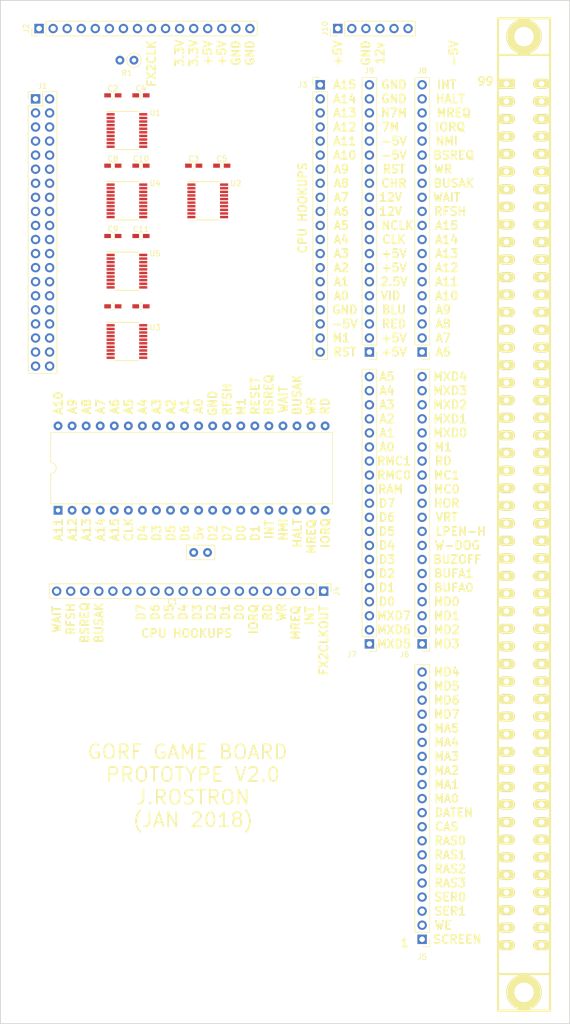
<source format=kicad_pcb>
(kicad_pcb (version 4) (host pcbnew 4.0.7)

  (general
    (links 292)
    (no_connects 292)
    (area 58.344999 39.929999 243.280001 142.950001)
    (thickness 1.6)
    (drawings 220)
    (tracks 0)
    (zones 0)
    (modules 29)
    (nets 175)
  )

  (page A3)
  (layers
    (0 F.Cu signal)
    (31 B.Cu signal)
    (33 F.Adhes user)
    (34 B.Paste user)
    (35 F.Paste user)
    (36 B.SilkS user)
    (37 F.SilkS user)
    (38 B.Mask user)
    (39 F.Mask user)
    (40 Dwgs.User user)
    (41 Cmts.User user)
    (42 Eco1.User user)
    (43 Eco2.User user)
    (44 Edge.Cuts user)
    (45 Margin user)
    (47 F.CrtYd user)
    (49 F.Fab user)
  )

  (setup
    (last_trace_width 0.254)
    (trace_clearance 0.254)
    (zone_clearance 0.508)
    (zone_45_only no)
    (trace_min 0.1524)
    (segment_width 0.2)
    (edge_width 0.15)
    (via_size 0.6858)
    (via_drill 0.3302)
    (via_min_size 0.6858)
    (via_min_drill 0.3302)
    (uvia_size 0.3)
    (uvia_drill 0.1)
    (uvias_allowed no)
    (uvia_min_size 0.2)
    (uvia_min_drill 0.1)
    (pcb_text_width 0.3)
    (pcb_text_size 1.5 1.5)
    (mod_edge_width 0.15)
    (mod_text_size 1 1)
    (mod_text_width 0.15)
    (pad_size 1.524 1.524)
    (pad_drill 0.762)
    (pad_to_mask_clearance 0.0508)
    (aux_axis_origin 0 0)
    (visible_elements 7FFFFFFF)
    (pcbplotparams
      (layerselection 0x00030_80000001)
      (usegerberextensions false)
      (excludeedgelayer true)
      (linewidth 0.100000)
      (plotframeref false)
      (viasonmask false)
      (mode 1)
      (useauxorigin false)
      (hpglpennumber 1)
      (hpglpenspeed 20)
      (hpglpendiameter 15)
      (hpglpenoverlay 2)
      (psnegative false)
      (psa4output false)
      (plotreference true)
      (plotvalue true)
      (plotinvisibletext false)
      (padsonsilk false)
      (subtractmaskfromsilk false)
      (outputformat 1)
      (mirror false)
      (drillshape 1)
      (scaleselection 1)
      (outputdirectory ""))
  )

  (net 0 "")
  (net 1 +5V)
  (net 2 GND)
  (net 3 A15)
  (net 4 A14)
  (net 5 A13)
  (net 6 A12)
  (net 7 A11)
  (net 8 10)
  (net 9 A9)
  (net 10 A8)
  (net 11 A7)
  (net 12 A6)
  (net 13 A5)
  (net 14 A4)
  (net 15 A3)
  (net 16 A2)
  (net 17 A1)
  (net 18 A0)
  (net 19 z_I_M1)
  (net 20 O_CPU_RESET)
  (net 21 z_O_INT)
  (net 22 z_I_MREQ)
  (net 23 z_I_WR)
  (net 24 z_I_RD)
  (net 25 z_I_IORQ)
  (net 26 z_OUT_BUSRQ)
  (net 27 z_I_RFSH)
  (net 28 z_O_WAIT)
  (net 29 z_I_BUSAK)
  (net 30 FX2_IO<36>)
  (net 31 FX2_IO<37>)
  (net 32 FX2_IO<38>)
  (net 33 FX2_IO<39>)
  (net 34 FX2_IO<40>)
  (net 35 z_data_io[0])
  (net 36 z_data_io[1])
  (net 37 z_data_io[2])
  (net 38 z_data_io[3])
  (net 39 z_data_io[4])
  (net 40 z_data_io[5])
  (net 41 z_data_io[6])
  (net 42 z_data_io[7])
  (net 43 "Net-(J2-Pad1)")
  (net 44 "Net-(J2-Pad2)")
  (net 45 "Net-(J2-Pad3)")
  (net 46 "Net-(J2-Pad4)")
  (net 47 "Net-(J2-Pad5)")
  (net 48 "Net-(J2-Pad6)")
  (net 49 "Net-(J2-Pad7)")
  (net 50 "Net-(J2-Pad8)")
  (net 51 FX2CLKOUT)
  (net 52 "Net-(J2-Pad10)")
  (net 53 +3V3)
  (net 54 A8_5v)
  (net 55 A9_5v)
  (net 56 A10_5v)
  (net 57 A11_5v)
  (net 58 A12_5v)
  (net 59 A13_5v)
  (net 60 A14_5v)
  (net 61 A15_5v)
  (net 62 A0_5v)
  (net 63 A1_5v)
  (net 64 A2_5v)
  (net 65 A3_5v)
  (net 66 A4_5v)
  (net 67 A5_5v)
  (net 68 A6_5v)
  (net 69 A7_5v)
  (net 70 D7)
  (net 71 D6)
  (net 72 D5)
  (net 73 D4)
  (net 74 D3)
  (net 75 D2)
  (net 76 D1)
  (net 77 D0)
  (net 78 BUSRQ)
  (net 79 IORQ)
  (net 80 RD)
  (net 81 WR)
  (net 82 MREQ)
  (net 83 INT)
  (net 84 RESET)
  (net 85 M1)
  (net 86 BUSAK)
  (net 87 WAIT)
  (net 88 RFSH)
  (net 89 "Net-(U6-Pad18)")
  (net 90 "Net-(J4-Pad15)")
  (net 91 "Net-(J4-Pad16)")
  (net 92 7M)
  (net 93 NOT_7M)
  (net 94 NOT_PHI)
  (net 95 HORIZDR)
  (net 96 VERTDR)
  (net 97 "Net-(J5-Pad1)")
  (net 98 "Net-(J5-Pad2)")
  (net 99 "Net-(J5-Pad3)")
  (net 100 "Net-(J5-Pad4)")
  (net 101 "Net-(J5-Pad5)")
  (net 102 "Net-(J5-Pad6)")
  (net 103 "Net-(J5-Pad7)")
  (net 104 "Net-(J5-Pad8)")
  (net 105 "Net-(J5-Pad9)")
  (net 106 "Net-(J5-Pad10)")
  (net 107 "Net-(J5-Pad11)")
  (net 108 "Net-(J5-Pad12)")
  (net 109 "Net-(J5-Pad13)")
  (net 110 "Net-(J5-Pad14)")
  (net 111 "Net-(J5-Pad15)")
  (net 112 "Net-(J5-Pad16)")
  (net 113 "Net-(J5-Pad17)")
  (net 114 "Net-(J5-Pad18)")
  (net 115 "Net-(J5-Pad19)")
  (net 116 "Net-(J5-Pad20)")
  (net 117 "Net-(J6-Pad1)")
  (net 118 "Net-(J6-Pad2)")
  (net 119 "Net-(J6-Pad3)")
  (net 120 "Net-(J6-Pad4)")
  (net 121 "Net-(J6-Pad5)")
  (net 122 "Net-(J6-Pad6)")
  (net 123 "Net-(J6-Pad7)")
  (net 124 "Net-(J6-Pad8)")
  (net 125 "Net-(J6-Pad12)")
  (net 126 "Net-(J6-Pad13)")
  (net 127 "Net-(J6-Pad15)")
  (net 128 "Net-(J6-Pad16)")
  (net 129 "Net-(J6-Pad17)")
  (net 130 "Net-(J6-Pad18)")
  (net 131 "Net-(J6-Pad19)")
  (net 132 "Net-(J6-Pad20)")
  (net 133 "Net-(J7-Pad1)")
  (net 134 "Net-(J7-Pad2)")
  (net 135 "Net-(J7-Pad3)")
  (net 136 "Net-(J7-Pad4)")
  (net 137 "Net-(J7-Pad5)")
  (net 138 "Net-(J7-Pad6)")
  (net 139 "Net-(J7-Pad7)")
  (net 140 "Net-(J7-Pad8)")
  (net 141 "Net-(J7-Pad9)")
  (net 142 "Net-(J7-Pad10)")
  (net 143 "Net-(J7-Pad11)")
  (net 144 "Net-(J7-Pad12)")
  (net 145 "Net-(J7-Pad13)")
  (net 146 "Net-(J7-Pad14)")
  (net 147 "Net-(J7-Pad15)")
  (net 148 "Net-(J7-Pad16)")
  (net 149 "Net-(J7-Pad17)")
  (net 150 "Net-(J7-Pad18)")
  (net 151 "Net-(J7-Pad19)")
  (net 152 "Net-(J7-Pad20)")
  (net 153 "Net-(J8-Pad1)")
  (net 154 "Net-(J8-Pad2)")
  (net 155 "Net-(J8-Pad11)")
  (net 156 "Net-(J8-Pad12)")
  (net 157 "Net-(J8-Pad13)")
  (net 158 "Net-(J8-Pad14)")
  (net 159 "Net-(J8-Pad15)")
  (net 160 "Net-(J8-Pad16)")
  (net 161 "Net-(J8-Pad18)")
  (net 162 "Net-(J8-Pad19)")
  (net 163 "Net-(J8-Pad20)")
  (net 164 "Net-(J9-Pad3)")
  (net 165 "Net-(J9-Pad4)")
  (net 166 "Net-(J9-Pad5)")
  (net 167 "Net-(J9-Pad6)")
  (net 168 "Net-(J9-Pad13)")
  (net 169 "Net-(J10-Pad1)")
  (net 170 "Net-(J10-Pad4)")
  (net 171 "Net-(J10-Pad6)")
  (net 172 "Net-(J10-Pad2)")
  (net 173 "Net-(J10-Pad5)")
  (net 174 "Net-(R1-Pad2)")

  (net_class Default "This is the default net class."
    (clearance 0.254)
    (trace_width 0.254)
    (via_dia 0.6858)
    (via_drill 0.3302)
    (uvia_dia 0.3)
    (uvia_drill 0.1)
    (add_net +3V3)
    (add_net +5V)
    (add_net 10)
    (add_net 7M)
    (add_net A0)
    (add_net A0_5v)
    (add_net A1)
    (add_net A10_5v)
    (add_net A11)
    (add_net A11_5v)
    (add_net A12)
    (add_net A12_5v)
    (add_net A13)
    (add_net A13_5v)
    (add_net A14)
    (add_net A14_5v)
    (add_net A15)
    (add_net A15_5v)
    (add_net A1_5v)
    (add_net A2)
    (add_net A2_5v)
    (add_net A3)
    (add_net A3_5v)
    (add_net A4)
    (add_net A4_5v)
    (add_net A5)
    (add_net A5_5v)
    (add_net A6)
    (add_net A6_5v)
    (add_net A7)
    (add_net A7_5v)
    (add_net A8)
    (add_net A8_5v)
    (add_net A9)
    (add_net A9_5v)
    (add_net BUSAK)
    (add_net BUSRQ)
    (add_net D0)
    (add_net D1)
    (add_net D2)
    (add_net D3)
    (add_net D4)
    (add_net D5)
    (add_net D6)
    (add_net D7)
    (add_net FX2CLKOUT)
    (add_net FX2_IO<36>)
    (add_net FX2_IO<37>)
    (add_net FX2_IO<38>)
    (add_net FX2_IO<39>)
    (add_net FX2_IO<40>)
    (add_net GND)
    (add_net HORIZDR)
    (add_net INT)
    (add_net IORQ)
    (add_net M1)
    (add_net MREQ)
    (add_net NOT_7M)
    (add_net NOT_PHI)
    (add_net "Net-(J10-Pad1)")
    (add_net "Net-(J10-Pad2)")
    (add_net "Net-(J10-Pad4)")
    (add_net "Net-(J10-Pad5)")
    (add_net "Net-(J10-Pad6)")
    (add_net "Net-(J2-Pad1)")
    (add_net "Net-(J2-Pad10)")
    (add_net "Net-(J2-Pad2)")
    (add_net "Net-(J2-Pad3)")
    (add_net "Net-(J2-Pad4)")
    (add_net "Net-(J2-Pad5)")
    (add_net "Net-(J2-Pad6)")
    (add_net "Net-(J2-Pad7)")
    (add_net "Net-(J2-Pad8)")
    (add_net "Net-(J4-Pad15)")
    (add_net "Net-(J4-Pad16)")
    (add_net "Net-(J5-Pad1)")
    (add_net "Net-(J5-Pad10)")
    (add_net "Net-(J5-Pad11)")
    (add_net "Net-(J5-Pad12)")
    (add_net "Net-(J5-Pad13)")
    (add_net "Net-(J5-Pad14)")
    (add_net "Net-(J5-Pad15)")
    (add_net "Net-(J5-Pad16)")
    (add_net "Net-(J5-Pad17)")
    (add_net "Net-(J5-Pad18)")
    (add_net "Net-(J5-Pad19)")
    (add_net "Net-(J5-Pad2)")
    (add_net "Net-(J5-Pad20)")
    (add_net "Net-(J5-Pad3)")
    (add_net "Net-(J5-Pad4)")
    (add_net "Net-(J5-Pad5)")
    (add_net "Net-(J5-Pad6)")
    (add_net "Net-(J5-Pad7)")
    (add_net "Net-(J5-Pad8)")
    (add_net "Net-(J5-Pad9)")
    (add_net "Net-(J6-Pad1)")
    (add_net "Net-(J6-Pad12)")
    (add_net "Net-(J6-Pad13)")
    (add_net "Net-(J6-Pad15)")
    (add_net "Net-(J6-Pad16)")
    (add_net "Net-(J6-Pad17)")
    (add_net "Net-(J6-Pad18)")
    (add_net "Net-(J6-Pad19)")
    (add_net "Net-(J6-Pad2)")
    (add_net "Net-(J6-Pad20)")
    (add_net "Net-(J6-Pad3)")
    (add_net "Net-(J6-Pad4)")
    (add_net "Net-(J6-Pad5)")
    (add_net "Net-(J6-Pad6)")
    (add_net "Net-(J6-Pad7)")
    (add_net "Net-(J6-Pad8)")
    (add_net "Net-(J7-Pad1)")
    (add_net "Net-(J7-Pad10)")
    (add_net "Net-(J7-Pad11)")
    (add_net "Net-(J7-Pad12)")
    (add_net "Net-(J7-Pad13)")
    (add_net "Net-(J7-Pad14)")
    (add_net "Net-(J7-Pad15)")
    (add_net "Net-(J7-Pad16)")
    (add_net "Net-(J7-Pad17)")
    (add_net "Net-(J7-Pad18)")
    (add_net "Net-(J7-Pad19)")
    (add_net "Net-(J7-Pad2)")
    (add_net "Net-(J7-Pad20)")
    (add_net "Net-(J7-Pad3)")
    (add_net "Net-(J7-Pad4)")
    (add_net "Net-(J7-Pad5)")
    (add_net "Net-(J7-Pad6)")
    (add_net "Net-(J7-Pad7)")
    (add_net "Net-(J7-Pad8)")
    (add_net "Net-(J7-Pad9)")
    (add_net "Net-(J8-Pad1)")
    (add_net "Net-(J8-Pad11)")
    (add_net "Net-(J8-Pad12)")
    (add_net "Net-(J8-Pad13)")
    (add_net "Net-(J8-Pad14)")
    (add_net "Net-(J8-Pad15)")
    (add_net "Net-(J8-Pad16)")
    (add_net "Net-(J8-Pad18)")
    (add_net "Net-(J8-Pad19)")
    (add_net "Net-(J8-Pad2)")
    (add_net "Net-(J8-Pad20)")
    (add_net "Net-(J9-Pad13)")
    (add_net "Net-(J9-Pad3)")
    (add_net "Net-(J9-Pad4)")
    (add_net "Net-(J9-Pad5)")
    (add_net "Net-(J9-Pad6)")
    (add_net "Net-(R1-Pad2)")
    (add_net "Net-(U6-Pad18)")
    (add_net O_CPU_RESET)
    (add_net RD)
    (add_net RESET)
    (add_net RFSH)
    (add_net VERTDR)
    (add_net WAIT)
    (add_net WR)
    (add_net z_I_BUSAK)
    (add_net z_I_IORQ)
    (add_net z_I_M1)
    (add_net z_I_MREQ)
    (add_net z_I_RD)
    (add_net z_I_RFSH)
    (add_net z_I_WR)
    (add_net z_OUT_BUSRQ)
    (add_net z_O_INT)
    (add_net z_O_WAIT)
    (add_net z_data_io[0])
    (add_net z_data_io[1])
    (add_net z_data_io[2])
    (add_net z_data_io[3])
    (add_net z_data_io[4])
    (add_net z_data_io[5])
    (add_net z_data_io[6])
    (add_net z_data_io[7])
  )

  (module Socket_Strips:Socket_Strip_Straight_1x16_Pitch2.54mm (layer F.Cu) (tedit 5A48CE06) (tstamp 5A4790EC)
    (at 127.635 75.565 90)
    (descr "Through hole straight socket strip, 1x16, 2.54mm pitch, single row")
    (tags "Through hole socket strip THT 1x16 2.54mm single row")
    (path /5A450433)
    (fp_text reference J2 (at 0 -2.33 90) (layer F.SilkS)
      (effects (font (size 1 1) (thickness 0.15)))
    )
    (fp_text value Conn_01x16 (at -3.81 3.175 180) (layer F.Fab) hide
      (effects (font (size 1 1) (thickness 0.15)))
    )
    (fp_line (start -1.27 -1.27) (end -1.27 39.37) (layer F.Fab) (width 0.1))
    (fp_line (start -1.27 39.37) (end 1.27 39.37) (layer F.Fab) (width 0.1))
    (fp_line (start 1.27 39.37) (end 1.27 -1.27) (layer F.Fab) (width 0.1))
    (fp_line (start 1.27 -1.27) (end -1.27 -1.27) (layer F.Fab) (width 0.1))
    (fp_line (start -1.33 1.27) (end -1.33 39.43) (layer F.SilkS) (width 0.12))
    (fp_line (start -1.33 39.43) (end 1.33 39.43) (layer F.SilkS) (width 0.12))
    (fp_line (start 1.33 39.43) (end 1.33 1.27) (layer F.SilkS) (width 0.12))
    (fp_line (start 1.33 1.27) (end -1.33 1.27) (layer F.SilkS) (width 0.12))
    (fp_line (start -1.33 0) (end -1.33 -1.33) (layer F.SilkS) (width 0.12))
    (fp_line (start -1.33 -1.33) (end 0 -1.33) (layer F.SilkS) (width 0.12))
    (fp_line (start -1.8 -1.8) (end -1.8 39.9) (layer F.CrtYd) (width 0.05))
    (fp_line (start -1.8 39.9) (end 1.8 39.9) (layer F.CrtYd) (width 0.05))
    (fp_line (start 1.8 39.9) (end 1.8 -1.8) (layer F.CrtYd) (width 0.05))
    (fp_line (start 1.8 -1.8) (end -1.8 -1.8) (layer F.CrtYd) (width 0.05))
    (fp_text user %R (at 0 -2.33 90) (layer F.Fab)
      (effects (font (size 1 1) (thickness 0.15)))
    )
    (pad 1 thru_hole rect (at 0 0 90) (size 1.7 1.7) (drill 1) (layers *.Cu *.Mask)
      (net 43 "Net-(J2-Pad1)"))
    (pad 2 thru_hole oval (at 0 2.54 90) (size 1.7 1.7) (drill 1) (layers *.Cu *.Mask)
      (net 44 "Net-(J2-Pad2)"))
    (pad 3 thru_hole oval (at 0 5.08 90) (size 1.7 1.7) (drill 1) (layers *.Cu *.Mask)
      (net 45 "Net-(J2-Pad3)"))
    (pad 4 thru_hole oval (at 0 7.62 90) (size 1.7 1.7) (drill 1) (layers *.Cu *.Mask)
      (net 46 "Net-(J2-Pad4)"))
    (pad 5 thru_hole oval (at 0 10.16 90) (size 1.7 1.7) (drill 1) (layers *.Cu *.Mask)
      (net 47 "Net-(J2-Pad5)"))
    (pad 6 thru_hole oval (at 0 12.7 90) (size 1.7 1.7) (drill 1) (layers *.Cu *.Mask)
      (net 48 "Net-(J2-Pad6)"))
    (pad 7 thru_hole oval (at 0 15.24 90) (size 1.7 1.7) (drill 1) (layers *.Cu *.Mask)
      (net 49 "Net-(J2-Pad7)"))
    (pad 8 thru_hole oval (at 0 17.78 90) (size 1.7 1.7) (drill 1) (layers *.Cu *.Mask)
      (net 50 "Net-(J2-Pad8)"))
    (pad 9 thru_hole oval (at 0 20.32 90) (size 1.7 1.7) (drill 1) (layers *.Cu *.Mask)
      (net 51 FX2CLKOUT))
    (pad 10 thru_hole oval (at 0 22.86 90) (size 1.7 1.7) (drill 1) (layers *.Cu *.Mask)
      (net 52 "Net-(J2-Pad10)"))
    (pad 11 thru_hole oval (at 0 25.4 90) (size 1.7 1.7) (drill 1) (layers *.Cu *.Mask)
      (net 53 +3V3))
    (pad 12 thru_hole oval (at 0 27.94 90) (size 1.7 1.7) (drill 1) (layers *.Cu *.Mask)
      (net 53 +3V3))
    (pad 13 thru_hole oval (at 0 30.48 90) (size 1.7 1.7) (drill 1) (layers *.Cu *.Mask)
      (net 1 +5V))
    (pad 14 thru_hole oval (at 0 33.02 90) (size 1.7 1.7) (drill 1) (layers *.Cu *.Mask)
      (net 1 +5V))
    (pad 15 thru_hole oval (at 0 35.56 90) (size 1.7 1.7) (drill 1) (layers *.Cu *.Mask)
      (net 2 GND))
    (pad 16 thru_hole oval (at 0 38.1 90) (size 1.7 1.7) (drill 1) (layers *.Cu *.Mask)
      (net 2 GND))
    (model ${KISYS3DMOD}/Socket_Strips.3dshapes/Socket_Strip_Straight_1x16_Pitch2.54mm.wrl
      (at (xyz 0 -0.75 0))
      (scale (xyz 1 1 1))
      (rotate (xyz 0 0 270))
    )
  )

  (module Housings_SSOP:TSSOP-20_4.4x6.5mm_Pitch0.65mm (layer F.Cu) (tedit 5A4A27B4) (tstamp 5A4754C4)
    (at 158.115 106.68)
    (descr "20-Lead Plastic Thin Shrink Small Outline (ST)-4.4 mm Body [TSSOP] (see Microchip Packaging Specification 00000049BS.pdf)")
    (tags "SSOP 0.65")
    (path /5A475CC3)
    (attr smd)
    (fp_text reference U2 (at 5.08 -3.175) (layer F.SilkS)
      (effects (font (size 1 1) (thickness 0.15)))
    )
    (fp_text value TXB0108 (at 0 4.3) (layer F.Fab) hide
      (effects (font (size 1 1) (thickness 0.15)))
    )
    (fp_line (start -1.2 -3.25) (end 2.2 -3.25) (layer F.Fab) (width 0.15))
    (fp_line (start 2.2 -3.25) (end 2.2 3.25) (layer F.Fab) (width 0.15))
    (fp_line (start 2.2 3.25) (end -2.2 3.25) (layer F.Fab) (width 0.15))
    (fp_line (start -2.2 3.25) (end -2.2 -2.25) (layer F.Fab) (width 0.15))
    (fp_line (start -2.2 -2.25) (end -1.2 -3.25) (layer F.Fab) (width 0.15))
    (fp_line (start -3.95 -3.55) (end -3.95 3.55) (layer F.CrtYd) (width 0.05))
    (fp_line (start 3.95 -3.55) (end 3.95 3.55) (layer F.CrtYd) (width 0.05))
    (fp_line (start -3.95 -3.55) (end 3.95 -3.55) (layer F.CrtYd) (width 0.05))
    (fp_line (start -3.95 3.55) (end 3.95 3.55) (layer F.CrtYd) (width 0.05))
    (fp_line (start -2.225 3.45) (end 2.225 3.45) (layer F.SilkS) (width 0.15))
    (fp_line (start -3.75 -3.45) (end 2.225 -3.45) (layer F.SilkS) (width 0.15))
    (fp_text user %R (at 0 -1.905) (layer F.Fab)
      (effects (font (size 0.8 0.8) (thickness 0.15)))
    )
    (pad 1 smd rect (at -2.95 -2.925) (size 1.45 0.45) (layers F.Cu F.Paste F.Mask)
      (net 11 A7))
    (pad 2 smd rect (at -2.95 -2.275) (size 1.45 0.45) (layers F.Cu F.Paste F.Mask)
      (net 53 +3V3))
    (pad 3 smd rect (at -2.95 -1.625) (size 1.45 0.45) (layers F.Cu F.Paste F.Mask)
      (net 12 A6))
    (pad 4 smd rect (at -2.95 -0.975) (size 1.45 0.45) (layers F.Cu F.Paste F.Mask)
      (net 13 A5))
    (pad 5 smd rect (at -2.95 -0.325) (size 1.45 0.45) (layers F.Cu F.Paste F.Mask)
      (net 14 A4))
    (pad 6 smd rect (at -2.95 0.325) (size 1.45 0.45) (layers F.Cu F.Paste F.Mask)
      (net 15 A3))
    (pad 7 smd rect (at -2.95 0.975) (size 1.45 0.45) (layers F.Cu F.Paste F.Mask)
      (net 16 A2))
    (pad 8 smd rect (at -2.95 1.625) (size 1.45 0.45) (layers F.Cu F.Paste F.Mask)
      (net 17 A1))
    (pad 9 smd rect (at -2.95 2.275) (size 1.45 0.45) (layers F.Cu F.Paste F.Mask)
      (net 18 A0))
    (pad 10 smd rect (at -2.95 2.925) (size 1.45 0.45) (layers F.Cu F.Paste F.Mask)
      (net 53 +3V3))
    (pad 11 smd rect (at 2.95 2.925) (size 1.45 0.45) (layers F.Cu F.Paste F.Mask)
      (net 2 GND))
    (pad 12 smd rect (at 2.95 2.275) (size 1.45 0.45) (layers F.Cu F.Paste F.Mask)
      (net 62 A0_5v))
    (pad 13 smd rect (at 2.95 1.625) (size 1.45 0.45) (layers F.Cu F.Paste F.Mask)
      (net 63 A1_5v))
    (pad 14 smd rect (at 2.95 0.975) (size 1.45 0.45) (layers F.Cu F.Paste F.Mask)
      (net 64 A2_5v))
    (pad 15 smd rect (at 2.95 0.325) (size 1.45 0.45) (layers F.Cu F.Paste F.Mask)
      (net 65 A3_5v))
    (pad 16 smd rect (at 2.95 -0.325) (size 1.45 0.45) (layers F.Cu F.Paste F.Mask)
      (net 66 A4_5v))
    (pad 17 smd rect (at 2.95 -0.975) (size 1.45 0.45) (layers F.Cu F.Paste F.Mask)
      (net 67 A5_5v))
    (pad 18 smd rect (at 2.95 -1.625) (size 1.45 0.45) (layers F.Cu F.Paste F.Mask)
      (net 68 A6_5v))
    (pad 19 smd rect (at 2.95 -2.275) (size 1.45 0.45) (layers F.Cu F.Paste F.Mask)
      (net 1 +5V))
    (pad 20 smd rect (at 2.95 -2.925) (size 1.45 0.45) (layers F.Cu F.Paste F.Mask)
      (net 69 A7_5v))
    (model ${KISYS3DMOD}/Housings_SSOP.3dshapes/TSSOP-20_4.4x6.5mm_Pitch0.65mm.wrl
      (at (xyz 0 0 0))
      (scale (xyz 1 1 1))
      (rotate (xyz 0 0 0))
    )
  )

  (module Housings_SSOP:TSSOP-20_4.4x6.5mm_Pitch0.65mm (layer F.Cu) (tedit 5A4A2966) (tstamp 5A4754AC)
    (at 143.51 93.98)
    (descr "20-Lead Plastic Thin Shrink Small Outline (ST)-4.4 mm Body [TSSOP] (see Microchip Packaging Specification 00000049BS.pdf)")
    (tags "SSOP 0.65")
    (path /5A47506C)
    (attr smd)
    (fp_text reference U1 (at 5.08 -3.175) (layer F.SilkS)
      (effects (font (size 1 1) (thickness 0.15)))
    )
    (fp_text value "" (at 0 4.3) (layer F.Fab) hide
      (effects (font (size 1 1) (thickness 0.15)))
    )
    (fp_line (start -1.2 -3.25) (end 2.2 -3.25) (layer F.Fab) (width 0.15))
    (fp_line (start 2.2 -3.25) (end 2.2 3.25) (layer F.Fab) (width 0.15))
    (fp_line (start 2.2 3.25) (end -2.2 3.25) (layer F.Fab) (width 0.15))
    (fp_line (start -2.2 3.25) (end -2.2 -2.25) (layer F.Fab) (width 0.15))
    (fp_line (start -2.2 -2.25) (end -1.2 -3.25) (layer F.Fab) (width 0.15))
    (fp_line (start -3.95 -3.55) (end -3.95 3.55) (layer F.CrtYd) (width 0.05))
    (fp_line (start 3.95 -3.55) (end 3.95 3.55) (layer F.CrtYd) (width 0.05))
    (fp_line (start -3.95 -3.55) (end 3.95 -3.55) (layer F.CrtYd) (width 0.05))
    (fp_line (start -3.95 3.55) (end 3.95 3.55) (layer F.CrtYd) (width 0.05))
    (fp_line (start -2.225 3.45) (end 2.225 3.45) (layer F.SilkS) (width 0.15))
    (fp_line (start -3.75 -3.45) (end 2.225 -3.45) (layer F.SilkS) (width 0.15))
    (fp_text user %R (at 0 0) (layer F.Fab)
      (effects (font (size 0.8 0.8) (thickness 0.15)))
    )
    (pad 1 smd rect (at -2.95 -2.925) (size 1.45 0.45) (layers F.Cu F.Paste F.Mask)
      (net 3 A15))
    (pad 2 smd rect (at -2.95 -2.275) (size 1.45 0.45) (layers F.Cu F.Paste F.Mask)
      (net 53 +3V3))
    (pad 3 smd rect (at -2.95 -1.625) (size 1.45 0.45) (layers F.Cu F.Paste F.Mask)
      (net 4 A14))
    (pad 4 smd rect (at -2.95 -0.975) (size 1.45 0.45) (layers F.Cu F.Paste F.Mask)
      (net 5 A13))
    (pad 5 smd rect (at -2.95 -0.325) (size 1.45 0.45) (layers F.Cu F.Paste F.Mask)
      (net 6 A12))
    (pad 6 smd rect (at -2.95 0.325) (size 1.45 0.45) (layers F.Cu F.Paste F.Mask)
      (net 7 A11))
    (pad 7 smd rect (at -2.95 0.975) (size 1.45 0.45) (layers F.Cu F.Paste F.Mask)
      (net 8 10))
    (pad 8 smd rect (at -2.95 1.625) (size 1.45 0.45) (layers F.Cu F.Paste F.Mask)
      (net 9 A9))
    (pad 9 smd rect (at -2.95 2.275) (size 1.45 0.45) (layers F.Cu F.Paste F.Mask)
      (net 10 A8))
    (pad 10 smd rect (at -2.95 2.925) (size 1.45 0.45) (layers F.Cu F.Paste F.Mask)
      (net 53 +3V3))
    (pad 11 smd rect (at 2.95 2.925) (size 1.45 0.45) (layers F.Cu F.Paste F.Mask)
      (net 2 GND))
    (pad 12 smd rect (at 2.95 2.275) (size 1.45 0.45) (layers F.Cu F.Paste F.Mask)
      (net 54 A8_5v))
    (pad 13 smd rect (at 2.95 1.625) (size 1.45 0.45) (layers F.Cu F.Paste F.Mask)
      (net 55 A9_5v))
    (pad 14 smd rect (at 2.95 0.975) (size 1.45 0.45) (layers F.Cu F.Paste F.Mask)
      (net 56 A10_5v))
    (pad 15 smd rect (at 2.95 0.325) (size 1.45 0.45) (layers F.Cu F.Paste F.Mask)
      (net 57 A11_5v))
    (pad 16 smd rect (at 2.95 -0.325) (size 1.45 0.45) (layers F.Cu F.Paste F.Mask)
      (net 58 A12_5v))
    (pad 17 smd rect (at 2.95 -0.975) (size 1.45 0.45) (layers F.Cu F.Paste F.Mask)
      (net 59 A13_5v))
    (pad 18 smd rect (at 2.95 -1.625) (size 1.45 0.45) (layers F.Cu F.Paste F.Mask)
      (net 60 A14_5v))
    (pad 19 smd rect (at 2.95 -2.275) (size 1.45 0.45) (layers F.Cu F.Paste F.Mask)
      (net 1 +5V))
    (pad 20 smd rect (at 2.95 -2.925) (size 1.45 0.45) (layers F.Cu F.Paste F.Mask)
      (net 61 A15_5v))
    (model ${KISYS3DMOD}/Housings_SSOP.3dshapes/TSSOP-20_4.4x6.5mm_Pitch0.65mm.wrl
      (at (xyz 0 0 0))
      (scale (xyz 1 1 1))
      (rotate (xyz 0 0 0))
    )
  )

  (module Housings_SSOP:TSSOP-20_4.4x6.5mm_Pitch0.65mm (layer F.Cu) (tedit 5A4A2975) (tstamp 5A4754DC)
    (at 143.51 132.08)
    (descr "20-Lead Plastic Thin Shrink Small Outline (ST)-4.4 mm Body [TSSOP] (see Microchip Packaging Specification 00000049BS.pdf)")
    (tags "SSOP 0.65")
    (path /5A476212)
    (attr smd)
    (fp_text reference U3 (at 5.08 -2.54) (layer F.SilkS)
      (effects (font (size 1 1) (thickness 0.15)))
    )
    (fp_text value "" (at 0 4.3) (layer F.Fab) hide
      (effects (font (size 1 1) (thickness 0.15)))
    )
    (fp_line (start -1.2 -3.25) (end 2.2 -3.25) (layer F.Fab) (width 0.15))
    (fp_line (start 2.2 -3.25) (end 2.2 3.25) (layer F.Fab) (width 0.15))
    (fp_line (start 2.2 3.25) (end -2.2 3.25) (layer F.Fab) (width 0.15))
    (fp_line (start -2.2 3.25) (end -2.2 -2.25) (layer F.Fab) (width 0.15))
    (fp_line (start -2.2 -2.25) (end -1.2 -3.25) (layer F.Fab) (width 0.15))
    (fp_line (start -3.95 -3.55) (end -3.95 3.55) (layer F.CrtYd) (width 0.05))
    (fp_line (start 3.95 -3.55) (end 3.95 3.55) (layer F.CrtYd) (width 0.05))
    (fp_line (start -3.95 -3.55) (end 3.95 -3.55) (layer F.CrtYd) (width 0.05))
    (fp_line (start -3.95 3.55) (end 3.95 3.55) (layer F.CrtYd) (width 0.05))
    (fp_line (start -2.225 3.45) (end 2.225 3.45) (layer F.SilkS) (width 0.15))
    (fp_line (start -3.75 -3.45) (end 2.225 -3.45) (layer F.SilkS) (width 0.15))
    (fp_text user %R (at 0 0) (layer F.Fab)
      (effects (font (size 0.8 0.8) (thickness 0.15)))
    )
    (pad 1 smd rect (at -2.95 -2.925) (size 1.45 0.45) (layers F.Cu F.Paste F.Mask)
      (net 35 z_data_io[0]))
    (pad 2 smd rect (at -2.95 -2.275) (size 1.45 0.45) (layers F.Cu F.Paste F.Mask)
      (net 53 +3V3))
    (pad 3 smd rect (at -2.95 -1.625) (size 1.45 0.45) (layers F.Cu F.Paste F.Mask)
      (net 36 z_data_io[1]))
    (pad 4 smd rect (at -2.95 -0.975) (size 1.45 0.45) (layers F.Cu F.Paste F.Mask)
      (net 37 z_data_io[2]))
    (pad 5 smd rect (at -2.95 -0.325) (size 1.45 0.45) (layers F.Cu F.Paste F.Mask)
      (net 38 z_data_io[3]))
    (pad 6 smd rect (at -2.95 0.325) (size 1.45 0.45) (layers F.Cu F.Paste F.Mask)
      (net 39 z_data_io[4]))
    (pad 7 smd rect (at -2.95 0.975) (size 1.45 0.45) (layers F.Cu F.Paste F.Mask)
      (net 40 z_data_io[5]))
    (pad 8 smd rect (at -2.95 1.625) (size 1.45 0.45) (layers F.Cu F.Paste F.Mask)
      (net 41 z_data_io[6]))
    (pad 9 smd rect (at -2.95 2.275) (size 1.45 0.45) (layers F.Cu F.Paste F.Mask)
      (net 42 z_data_io[7]))
    (pad 10 smd rect (at -2.95 2.925) (size 1.45 0.45) (layers F.Cu F.Paste F.Mask)
      (net 53 +3V3))
    (pad 11 smd rect (at 2.95 2.925) (size 1.45 0.45) (layers F.Cu F.Paste F.Mask)
      (net 2 GND))
    (pad 12 smd rect (at 2.95 2.275) (size 1.45 0.45) (layers F.Cu F.Paste F.Mask)
      (net 70 D7))
    (pad 13 smd rect (at 2.95 1.625) (size 1.45 0.45) (layers F.Cu F.Paste F.Mask)
      (net 71 D6))
    (pad 14 smd rect (at 2.95 0.975) (size 1.45 0.45) (layers F.Cu F.Paste F.Mask)
      (net 72 D5))
    (pad 15 smd rect (at 2.95 0.325) (size 1.45 0.45) (layers F.Cu F.Paste F.Mask)
      (net 73 D4))
    (pad 16 smd rect (at 2.95 -0.325) (size 1.45 0.45) (layers F.Cu F.Paste F.Mask)
      (net 74 D3))
    (pad 17 smd rect (at 2.95 -0.975) (size 1.45 0.45) (layers F.Cu F.Paste F.Mask)
      (net 75 D2))
    (pad 18 smd rect (at 2.95 -1.625) (size 1.45 0.45) (layers F.Cu F.Paste F.Mask)
      (net 76 D1))
    (pad 19 smd rect (at 2.95 -2.275) (size 1.45 0.45) (layers F.Cu F.Paste F.Mask)
      (net 1 +5V))
    (pad 20 smd rect (at 2.95 -2.925) (size 1.45 0.45) (layers F.Cu F.Paste F.Mask)
      (net 77 D0))
    (model ${KISYS3DMOD}/Housings_SSOP.3dshapes/TSSOP-20_4.4x6.5mm_Pitch0.65mm.wrl
      (at (xyz 0 0 0))
      (scale (xyz 1 1 1))
      (rotate (xyz 0 0 0))
    )
  )

  (module Housings_SSOP:TSSOP-20_4.4x6.5mm_Pitch0.65mm (layer F.Cu) (tedit 5A4A296D) (tstamp 5A4754F4)
    (at 143.51 106.68)
    (descr "20-Lead Plastic Thin Shrink Small Outline (ST)-4.4 mm Body [TSSOP] (see Microchip Packaging Specification 00000049BS.pdf)")
    (tags "SSOP 0.65")
    (path /5A47635A)
    (attr smd)
    (fp_text reference U4 (at 5.08 -3.175) (layer F.SilkS)
      (effects (font (size 1 1) (thickness 0.15)))
    )
    (fp_text value "" (at 0 4.3) (layer F.Fab) hide
      (effects (font (size 1 1) (thickness 0.15)))
    )
    (fp_line (start -1.2 -3.25) (end 2.2 -3.25) (layer F.Fab) (width 0.15))
    (fp_line (start 2.2 -3.25) (end 2.2 3.25) (layer F.Fab) (width 0.15))
    (fp_line (start 2.2 3.25) (end -2.2 3.25) (layer F.Fab) (width 0.15))
    (fp_line (start -2.2 3.25) (end -2.2 -2.25) (layer F.Fab) (width 0.15))
    (fp_line (start -2.2 -2.25) (end -1.2 -3.25) (layer F.Fab) (width 0.15))
    (fp_line (start -3.95 -3.55) (end -3.95 3.55) (layer F.CrtYd) (width 0.05))
    (fp_line (start 3.95 -3.55) (end 3.95 3.55) (layer F.CrtYd) (width 0.05))
    (fp_line (start -3.95 -3.55) (end 3.95 -3.55) (layer F.CrtYd) (width 0.05))
    (fp_line (start -3.95 3.55) (end 3.95 3.55) (layer F.CrtYd) (width 0.05))
    (fp_line (start -2.225 3.45) (end 2.225 3.45) (layer F.SilkS) (width 0.15))
    (fp_line (start -3.75 -3.45) (end 2.225 -3.45) (layer F.SilkS) (width 0.15))
    (fp_text user %R (at 0 0) (layer F.Fab)
      (effects (font (size 0.8 0.8) (thickness 0.15)))
    )
    (pad 1 smd rect (at -2.95 -2.925) (size 1.45 0.45) (layers F.Cu F.Paste F.Mask)
      (net 19 z_I_M1))
    (pad 2 smd rect (at -2.95 -2.275) (size 1.45 0.45) (layers F.Cu F.Paste F.Mask)
      (net 53 +3V3))
    (pad 3 smd rect (at -2.95 -1.625) (size 1.45 0.45) (layers F.Cu F.Paste F.Mask)
      (net 20 O_CPU_RESET))
    (pad 4 smd rect (at -2.95 -0.975) (size 1.45 0.45) (layers F.Cu F.Paste F.Mask)
      (net 21 z_O_INT))
    (pad 5 smd rect (at -2.95 -0.325) (size 1.45 0.45) (layers F.Cu F.Paste F.Mask)
      (net 22 z_I_MREQ))
    (pad 6 smd rect (at -2.95 0.325) (size 1.45 0.45) (layers F.Cu F.Paste F.Mask)
      (net 23 z_I_WR))
    (pad 7 smd rect (at -2.95 0.975) (size 1.45 0.45) (layers F.Cu F.Paste F.Mask)
      (net 24 z_I_RD))
    (pad 8 smd rect (at -2.95 1.625) (size 1.45 0.45) (layers F.Cu F.Paste F.Mask)
      (net 25 z_I_IORQ))
    (pad 9 smd rect (at -2.95 2.275) (size 1.45 0.45) (layers F.Cu F.Paste F.Mask)
      (net 26 z_OUT_BUSRQ))
    (pad 10 smd rect (at -2.95 2.925) (size 1.45 0.45) (layers F.Cu F.Paste F.Mask)
      (net 53 +3V3))
    (pad 11 smd rect (at 2.95 2.925) (size 1.45 0.45) (layers F.Cu F.Paste F.Mask)
      (net 2 GND))
    (pad 12 smd rect (at 2.95 2.275) (size 1.45 0.45) (layers F.Cu F.Paste F.Mask)
      (net 78 BUSRQ))
    (pad 13 smd rect (at 2.95 1.625) (size 1.45 0.45) (layers F.Cu F.Paste F.Mask)
      (net 79 IORQ))
    (pad 14 smd rect (at 2.95 0.975) (size 1.45 0.45) (layers F.Cu F.Paste F.Mask)
      (net 80 RD))
    (pad 15 smd rect (at 2.95 0.325) (size 1.45 0.45) (layers F.Cu F.Paste F.Mask)
      (net 81 WR))
    (pad 16 smd rect (at 2.95 -0.325) (size 1.45 0.45) (layers F.Cu F.Paste F.Mask)
      (net 82 MREQ))
    (pad 17 smd rect (at 2.95 -0.975) (size 1.45 0.45) (layers F.Cu F.Paste F.Mask)
      (net 83 INT))
    (pad 18 smd rect (at 2.95 -1.625) (size 1.45 0.45) (layers F.Cu F.Paste F.Mask)
      (net 84 RESET))
    (pad 19 smd rect (at 2.95 -2.275) (size 1.45 0.45) (layers F.Cu F.Paste F.Mask)
      (net 1 +5V))
    (pad 20 smd rect (at 2.95 -2.925) (size 1.45 0.45) (layers F.Cu F.Paste F.Mask)
      (net 85 M1))
    (model ${KISYS3DMOD}/Housings_SSOP.3dshapes/TSSOP-20_4.4x6.5mm_Pitch0.65mm.wrl
      (at (xyz 0 0 0))
      (scale (xyz 1 1 1))
      (rotate (xyz 0 0 0))
    )
  )

  (module Housings_SSOP:TSSOP-20_4.4x6.5mm_Pitch0.65mm (layer F.Cu) (tedit 5A4A2887) (tstamp 5A47550C)
    (at 143.51 119.38)
    (descr "20-Lead Plastic Thin Shrink Small Outline (ST)-4.4 mm Body [TSSOP] (see Microchip Packaging Specification 00000049BS.pdf)")
    (tags "SSOP 0.65")
    (path /5A4752CE)
    (attr smd)
    (fp_text reference U5 (at 5.08 -3.175) (layer F.SilkS)
      (effects (font (size 1 1) (thickness 0.15)))
    )
    (fp_text value "" (at 0 4.3) (layer F.Fab) hide
      (effects (font (size 1 1) (thickness 0.15)))
    )
    (fp_line (start -1.2 -3.25) (end 2.2 -3.25) (layer F.Fab) (width 0.15))
    (fp_line (start 2.2 -3.25) (end 2.2 3.25) (layer F.Fab) (width 0.15))
    (fp_line (start 2.2 3.25) (end -2.2 3.25) (layer F.Fab) (width 0.15))
    (fp_line (start -2.2 3.25) (end -2.2 -2.25) (layer F.Fab) (width 0.15))
    (fp_line (start -2.2 -2.25) (end -1.2 -3.25) (layer F.Fab) (width 0.15))
    (fp_line (start -3.95 -3.55) (end -3.95 3.55) (layer F.CrtYd) (width 0.05))
    (fp_line (start 3.95 -3.55) (end 3.95 3.55) (layer F.CrtYd) (width 0.05))
    (fp_line (start -3.95 -3.55) (end 3.95 -3.55) (layer F.CrtYd) (width 0.05))
    (fp_line (start -3.95 3.55) (end 3.95 3.55) (layer F.CrtYd) (width 0.05))
    (fp_line (start -2.225 3.45) (end 2.225 3.45) (layer F.SilkS) (width 0.15))
    (fp_line (start -3.75 -3.45) (end 2.225 -3.45) (layer F.SilkS) (width 0.15))
    (fp_text user %R (at 0 0) (layer F.Fab)
      (effects (font (size 0.8 0.8) (thickness 0.15)))
    )
    (pad 1 smd rect (at -2.95 -2.925) (size 1.45 0.45) (layers F.Cu F.Paste F.Mask)
      (net 27 z_I_RFSH))
    (pad 2 smd rect (at -2.95 -2.275) (size 1.45 0.45) (layers F.Cu F.Paste F.Mask)
      (net 53 +3V3))
    (pad 3 smd rect (at -2.95 -1.625) (size 1.45 0.45) (layers F.Cu F.Paste F.Mask)
      (net 28 z_O_WAIT))
    (pad 4 smd rect (at -2.95 -0.975) (size 1.45 0.45) (layers F.Cu F.Paste F.Mask)
      (net 29 z_I_BUSAK))
    (pad 5 smd rect (at -2.95 -0.325) (size 1.45 0.45) (layers F.Cu F.Paste F.Mask)
      (net 30 FX2_IO<36>))
    (pad 6 smd rect (at -2.95 0.325) (size 1.45 0.45) (layers F.Cu F.Paste F.Mask)
      (net 31 FX2_IO<37>))
    (pad 7 smd rect (at -2.95 0.975) (size 1.45 0.45) (layers F.Cu F.Paste F.Mask)
      (net 32 FX2_IO<38>))
    (pad 8 smd rect (at -2.95 1.625) (size 1.45 0.45) (layers F.Cu F.Paste F.Mask)
      (net 33 FX2_IO<39>))
    (pad 9 smd rect (at -2.95 2.275) (size 1.45 0.45) (layers F.Cu F.Paste F.Mask)
      (net 34 FX2_IO<40>))
    (pad 10 smd rect (at -2.95 2.925) (size 1.45 0.45) (layers F.Cu F.Paste F.Mask)
      (net 53 +3V3))
    (pad 11 smd rect (at 2.95 2.925) (size 1.45 0.45) (layers F.Cu F.Paste F.Mask)
      (net 2 GND))
    (pad 12 smd rect (at 2.95 2.275) (size 1.45 0.45) (layers F.Cu F.Paste F.Mask)
      (net 96 VERTDR))
    (pad 13 smd rect (at 2.95 1.625) (size 1.45 0.45) (layers F.Cu F.Paste F.Mask)
      (net 95 HORIZDR))
    (pad 14 smd rect (at 2.95 0.975) (size 1.45 0.45) (layers F.Cu F.Paste F.Mask)
      (net 94 NOT_PHI))
    (pad 15 smd rect (at 2.95 0.325) (size 1.45 0.45) (layers F.Cu F.Paste F.Mask)
      (net 93 NOT_7M))
    (pad 16 smd rect (at 2.95 -0.325) (size 1.45 0.45) (layers F.Cu F.Paste F.Mask)
      (net 92 7M))
    (pad 17 smd rect (at 2.95 -0.975) (size 1.45 0.45) (layers F.Cu F.Paste F.Mask)
      (net 86 BUSAK))
    (pad 18 smd rect (at 2.95 -1.625) (size 1.45 0.45) (layers F.Cu F.Paste F.Mask)
      (net 87 WAIT))
    (pad 19 smd rect (at 2.95 -2.275) (size 1.45 0.45) (layers F.Cu F.Paste F.Mask)
      (net 1 +5V))
    (pad 20 smd rect (at 2.95 -2.925) (size 1.45 0.45) (layers F.Cu F.Paste F.Mask)
      (net 88 RFSH))
    (model ${KISYS3DMOD}/Housings_SSOP.3dshapes/TSSOP-20_4.4x6.5mm_Pitch0.65mm.wrl
      (at (xyz 0 0 0))
      (scale (xyz 1 1 1))
      (rotate (xyz 0 0 0))
    )
  )

  (module Housings_DIP:DIP-40_W15.24mm (layer F.Cu) (tedit 5A4A2EE3) (tstamp 5A475538)
    (at 131.064 162.56 90)
    (descr "40-lead though-hole mounted DIP package, row spacing 15.24 mm (600 mils)")
    (tags "THT DIP DIL PDIP 2.54mm 15.24mm 600mil")
    (path /5A3E08CB)
    (fp_text reference U6 (at 7.62 -2.33 90) (layer F.SilkS) hide
      (effects (font (size 1 1) (thickness 0.15)))
    )
    (fp_text value Z80CPU (at 7.62 -3.302 90) (layer F.Fab)
      (effects (font (size 1 1) (thickness 0.15)))
    )
    (fp_arc (start 7.62 -1.33) (end 6.62 -1.33) (angle -180) (layer F.SilkS) (width 0.12))
    (fp_line (start 1.255 -1.27) (end 14.985 -1.27) (layer F.Fab) (width 0.1))
    (fp_line (start 14.985 -1.27) (end 14.985 49.53) (layer F.Fab) (width 0.1))
    (fp_line (start 14.985 49.53) (end 0.255 49.53) (layer F.Fab) (width 0.1))
    (fp_line (start 0.255 49.53) (end 0.255 -0.27) (layer F.Fab) (width 0.1))
    (fp_line (start 0.255 -0.27) (end 1.255 -1.27) (layer F.Fab) (width 0.1))
    (fp_line (start 6.62 -1.33) (end 1.16 -1.33) (layer F.SilkS) (width 0.12))
    (fp_line (start 1.16 -1.33) (end 1.16 49.59) (layer F.SilkS) (width 0.12))
    (fp_line (start 1.16 49.59) (end 14.08 49.59) (layer F.SilkS) (width 0.12))
    (fp_line (start 14.08 49.59) (end 14.08 -1.33) (layer F.SilkS) (width 0.12))
    (fp_line (start 14.08 -1.33) (end 8.62 -1.33) (layer F.SilkS) (width 0.12))
    (fp_line (start -1.05 -1.55) (end -1.05 49.8) (layer F.CrtYd) (width 0.05))
    (fp_line (start -1.05 49.8) (end 16.3 49.8) (layer F.CrtYd) (width 0.05))
    (fp_line (start 16.3 49.8) (end 16.3 -1.55) (layer F.CrtYd) (width 0.05))
    (fp_line (start 16.3 -1.55) (end -1.05 -1.55) (layer F.CrtYd) (width 0.05))
    (fp_text user U4 (at 7.62 24.13 90) (layer F.Fab)
      (effects (font (size 1 1) (thickness 0.15)))
    )
    (pad 1 thru_hole rect (at 0 0 90) (size 1.6 1.6) (drill 0.8) (layers *.Cu *.Mask)
      (net 57 A11_5v))
    (pad 21 thru_hole oval (at 15.24 48.26 90) (size 1.6 1.6) (drill 0.8) (layers *.Cu *.Mask)
      (net 80 RD))
    (pad 2 thru_hole oval (at 0 2.54 90) (size 1.6 1.6) (drill 0.8) (layers *.Cu *.Mask)
      (net 58 A12_5v))
    (pad 22 thru_hole oval (at 15.24 45.72 90) (size 1.6 1.6) (drill 0.8) (layers *.Cu *.Mask)
      (net 81 WR))
    (pad 3 thru_hole oval (at 0 5.08 90) (size 1.6 1.6) (drill 0.8) (layers *.Cu *.Mask)
      (net 59 A13_5v))
    (pad 23 thru_hole oval (at 15.24 43.18 90) (size 1.6 1.6) (drill 0.8) (layers *.Cu *.Mask)
      (net 86 BUSAK))
    (pad 4 thru_hole oval (at 0 7.62 90) (size 1.6 1.6) (drill 0.8) (layers *.Cu *.Mask)
      (net 60 A14_5v))
    (pad 24 thru_hole oval (at 15.24 40.64 90) (size 1.6 1.6) (drill 0.8) (layers *.Cu *.Mask)
      (net 87 WAIT))
    (pad 5 thru_hole oval (at 0 10.16 90) (size 1.6 1.6) (drill 0.8) (layers *.Cu *.Mask)
      (net 61 A15_5v))
    (pad 25 thru_hole oval (at 15.24 38.1 90) (size 1.6 1.6) (drill 0.8) (layers *.Cu *.Mask)
      (net 78 BUSRQ))
    (pad 6 thru_hole oval (at 0 12.7 90) (size 1.6 1.6) (drill 0.8) (layers *.Cu *.Mask)
      (net 174 "Net-(R1-Pad2)"))
    (pad 26 thru_hole oval (at 15.24 35.56 90) (size 1.6 1.6) (drill 0.8) (layers *.Cu *.Mask)
      (net 84 RESET))
    (pad 7 thru_hole oval (at 0 15.24 90) (size 1.6 1.6) (drill 0.8) (layers *.Cu *.Mask)
      (net 73 D4))
    (pad 27 thru_hole oval (at 15.24 33.02 90) (size 1.6 1.6) (drill 0.8) (layers *.Cu *.Mask)
      (net 85 M1))
    (pad 8 thru_hole oval (at 0 17.78 90) (size 1.6 1.6) (drill 0.8) (layers *.Cu *.Mask)
      (net 74 D3))
    (pad 28 thru_hole oval (at 15.24 30.48 90) (size 1.6 1.6) (drill 0.8) (layers *.Cu *.Mask)
      (net 88 RFSH))
    (pad 9 thru_hole oval (at 0 20.32 90) (size 1.6 1.6) (drill 0.8) (layers *.Cu *.Mask)
      (net 72 D5))
    (pad 29 thru_hole oval (at 15.24 27.94 90) (size 1.6 1.6) (drill 0.8) (layers *.Cu *.Mask)
      (net 2 GND))
    (pad 10 thru_hole oval (at 0 22.86 90) (size 1.6 1.6) (drill 0.8) (layers *.Cu *.Mask)
      (net 71 D6))
    (pad 30 thru_hole oval (at 15.24 25.4 90) (size 1.6 1.6) (drill 0.8) (layers *.Cu *.Mask)
      (net 62 A0_5v))
    (pad 11 thru_hole oval (at 0 25.4 90) (size 1.6 1.6) (drill 0.8) (layers *.Cu *.Mask)
      (net 1 +5V))
    (pad 31 thru_hole oval (at 15.24 22.86 90) (size 1.6 1.6) (drill 0.8) (layers *.Cu *.Mask)
      (net 63 A1_5v))
    (pad 12 thru_hole oval (at 0 27.94 90) (size 1.6 1.6) (drill 0.8) (layers *.Cu *.Mask)
      (net 75 D2))
    (pad 32 thru_hole oval (at 15.24 20.32 90) (size 1.6 1.6) (drill 0.8) (layers *.Cu *.Mask)
      (net 64 A2_5v))
    (pad 13 thru_hole oval (at 0 30.48 90) (size 1.6 1.6) (drill 0.8) (layers *.Cu *.Mask)
      (net 70 D7))
    (pad 33 thru_hole oval (at 15.24 17.78 90) (size 1.6 1.6) (drill 0.8) (layers *.Cu *.Mask)
      (net 65 A3_5v))
    (pad 14 thru_hole oval (at 0 33.02 90) (size 1.6 1.6) (drill 0.8) (layers *.Cu *.Mask)
      (net 77 D0))
    (pad 34 thru_hole oval (at 15.24 15.24 90) (size 1.6 1.6) (drill 0.8) (layers *.Cu *.Mask)
      (net 66 A4_5v))
    (pad 15 thru_hole oval (at 0 35.56 90) (size 1.6 1.6) (drill 0.8) (layers *.Cu *.Mask)
      (net 76 D1))
    (pad 35 thru_hole oval (at 15.24 12.7 90) (size 1.6 1.6) (drill 0.8) (layers *.Cu *.Mask)
      (net 67 A5_5v))
    (pad 16 thru_hole oval (at 0 38.1 90) (size 1.6 1.6) (drill 0.8) (layers *.Cu *.Mask)
      (net 83 INT))
    (pad 36 thru_hole oval (at 15.24 10.16 90) (size 1.6 1.6) (drill 0.8) (layers *.Cu *.Mask)
      (net 68 A6_5v))
    (pad 17 thru_hole oval (at 0 40.64 90) (size 1.6 1.6) (drill 0.8) (layers *.Cu *.Mask)
      (net 1 +5V))
    (pad 37 thru_hole oval (at 15.24 7.62 90) (size 1.6 1.6) (drill 0.8) (layers *.Cu *.Mask)
      (net 69 A7_5v))
    (pad 18 thru_hole oval (at 0 43.18 90) (size 1.6 1.6) (drill 0.8) (layers *.Cu *.Mask)
      (net 89 "Net-(U6-Pad18)"))
    (pad 38 thru_hole oval (at 15.24 5.08 90) (size 1.6 1.6) (drill 0.8) (layers *.Cu *.Mask)
      (net 54 A8_5v))
    (pad 19 thru_hole oval (at 0 45.72 90) (size 1.6 1.6) (drill 0.8) (layers *.Cu *.Mask)
      (net 82 MREQ))
    (pad 39 thru_hole oval (at 15.24 2.54 90) (size 1.6 1.6) (drill 0.8) (layers *.Cu *.Mask)
      (net 55 A9_5v))
    (pad 20 thru_hole oval (at 0 48.26 90) (size 1.6 1.6) (drill 0.8) (layers *.Cu *.Mask)
      (net 79 IORQ))
    (pad 40 thru_hole oval (at 15.24 0 90) (size 1.6 1.6) (drill 0.8) (layers *.Cu *.Mask)
      (net 56 A10_5v))
    (model ${KISYS3DMOD}/Housings_DIP.3dshapes/DIP-40_W15.24mm.wrl
      (at (xyz 0 0 0))
      (scale (xyz 1 1 1))
      (rotate (xyz 0 0 0))
    )
  )

  (module Capacitors_SMD:C_0603_HandSoldering (layer F.Cu) (tedit 5A479577) (tstamp 5A475BDC)
    (at 140.97 87.63)
    (descr "Capacitor SMD 0603, hand soldering")
    (tags "capacitor 0603")
    (path /5A475060)
    (attr smd)
    (fp_text reference C2 (at 0 -1.25) (layer F.SilkS)
      (effects (font (size 1 1) (thickness 0.15)))
    )
    (fp_text value 0.1uF (at 0 1.5) (layer F.Fab) hide
      (effects (font (size 1 1) (thickness 0.15)))
    )
    (fp_text user %R (at 0 -1.25) (layer F.Fab) hide
      (effects (font (size 1 1) (thickness 0.15)))
    )
    (fp_line (start -0.8 0.4) (end -0.8 -0.4) (layer F.Fab) (width 0.1))
    (fp_line (start 0.8 0.4) (end -0.8 0.4) (layer F.Fab) (width 0.1))
    (fp_line (start 0.8 -0.4) (end 0.8 0.4) (layer F.Fab) (width 0.1))
    (fp_line (start -0.8 -0.4) (end 0.8 -0.4) (layer F.Fab) (width 0.1))
    (fp_line (start -0.35 -0.6) (end 0.35 -0.6) (layer F.SilkS) (width 0.12))
    (fp_line (start 0.35 0.6) (end -0.35 0.6) (layer F.SilkS) (width 0.12))
    (fp_line (start -1.8 -0.65) (end 1.8 -0.65) (layer F.CrtYd) (width 0.05))
    (fp_line (start -1.8 -0.65) (end -1.8 0.65) (layer F.CrtYd) (width 0.05))
    (fp_line (start 1.8 0.65) (end 1.8 -0.65) (layer F.CrtYd) (width 0.05))
    (fp_line (start 1.8 0.65) (end -1.8 0.65) (layer F.CrtYd) (width 0.05))
    (pad 1 smd rect (at -0.95 0) (size 1.2 0.75) (layers F.Cu F.Paste F.Mask)
      (net 53 +3V3))
    (pad 2 smd rect (at 0.95 0) (size 1.2 0.75) (layers F.Cu F.Paste F.Mask)
      (net 2 GND))
    (model Capacitors_SMD.3dshapes/C_0603.wrl
      (at (xyz 0 0 0))
      (scale (xyz 1 1 1))
      (rotate (xyz 0 0 0))
    )
  )

  (module Capacitors_SMD:C_0603_HandSoldering (layer F.Cu) (tedit 5A4795A3) (tstamp 5A475BE2)
    (at 155.575 100.33)
    (descr "Capacitor SMD 0603, hand soldering")
    (tags "capacitor 0603")
    (path /5A475CB7)
    (attr smd)
    (fp_text reference C3 (at 0 -1.25) (layer F.SilkS)
      (effects (font (size 1 1) (thickness 0.15)))
    )
    (fp_text value 0.1uF (at 0 1.5) (layer F.Fab) hide
      (effects (font (size 1 1) (thickness 0.15)))
    )
    (fp_text user %R (at 0 -1.25) (layer F.Fab) hide
      (effects (font (size 1 1) (thickness 0.15)))
    )
    (fp_line (start -0.8 0.4) (end -0.8 -0.4) (layer F.Fab) (width 0.1))
    (fp_line (start 0.8 0.4) (end -0.8 0.4) (layer F.Fab) (width 0.1))
    (fp_line (start 0.8 -0.4) (end 0.8 0.4) (layer F.Fab) (width 0.1))
    (fp_line (start -0.8 -0.4) (end 0.8 -0.4) (layer F.Fab) (width 0.1))
    (fp_line (start -0.35 -0.6) (end 0.35 -0.6) (layer F.SilkS) (width 0.12))
    (fp_line (start 0.35 0.6) (end -0.35 0.6) (layer F.SilkS) (width 0.12))
    (fp_line (start -1.8 -0.65) (end 1.8 -0.65) (layer F.CrtYd) (width 0.05))
    (fp_line (start -1.8 -0.65) (end -1.8 0.65) (layer F.CrtYd) (width 0.05))
    (fp_line (start 1.8 0.65) (end 1.8 -0.65) (layer F.CrtYd) (width 0.05))
    (fp_line (start 1.8 0.65) (end -1.8 0.65) (layer F.CrtYd) (width 0.05))
    (pad 1 smd rect (at -0.95 0) (size 1.2 0.75) (layers F.Cu F.Paste F.Mask)
      (net 53 +3V3))
    (pad 2 smd rect (at 0.95 0) (size 1.2 0.75) (layers F.Cu F.Paste F.Mask)
      (net 2 GND))
    (model Capacitors_SMD.3dshapes/C_0603.wrl
      (at (xyz 0 0 0))
      (scale (xyz 1 1 1))
      (rotate (xyz 0 0 0))
    )
  )

  (module Capacitors_SMD:C_0603_HandSoldering (layer F.Cu) (tedit 5A47958A) (tstamp 5A475BE8)
    (at 146.05 87.63)
    (descr "Capacitor SMD 0603, hand soldering")
    (tags "capacitor 0603")
    (path /5A475066)
    (attr smd)
    (fp_text reference C4 (at 0 -1.25) (layer F.SilkS)
      (effects (font (size 1 1) (thickness 0.15)))
    )
    (fp_text value 0.1uF (at 0 1.5) (layer F.Fab) hide
      (effects (font (size 1 1) (thickness 0.15)))
    )
    (fp_text user %R (at 0 -1.25) (layer F.Fab) hide
      (effects (font (size 1 1) (thickness 0.15)))
    )
    (fp_line (start -0.8 0.4) (end -0.8 -0.4) (layer F.Fab) (width 0.1))
    (fp_line (start 0.8 0.4) (end -0.8 0.4) (layer F.Fab) (width 0.1))
    (fp_line (start 0.8 -0.4) (end 0.8 0.4) (layer F.Fab) (width 0.1))
    (fp_line (start -0.8 -0.4) (end 0.8 -0.4) (layer F.Fab) (width 0.1))
    (fp_line (start -0.35 -0.6) (end 0.35 -0.6) (layer F.SilkS) (width 0.12))
    (fp_line (start 0.35 0.6) (end -0.35 0.6) (layer F.SilkS) (width 0.12))
    (fp_line (start -1.8 -0.65) (end 1.8 -0.65) (layer F.CrtYd) (width 0.05))
    (fp_line (start -1.8 -0.65) (end -1.8 0.65) (layer F.CrtYd) (width 0.05))
    (fp_line (start 1.8 0.65) (end 1.8 -0.65) (layer F.CrtYd) (width 0.05))
    (fp_line (start 1.8 0.65) (end -1.8 0.65) (layer F.CrtYd) (width 0.05))
    (pad 1 smd rect (at -0.95 0) (size 1.2 0.75) (layers F.Cu F.Paste F.Mask)
      (net 2 GND))
    (pad 2 smd rect (at 0.95 0) (size 1.2 0.75) (layers F.Cu F.Paste F.Mask)
      (net 1 +5V))
    (model Capacitors_SMD.3dshapes/C_0603.wrl
      (at (xyz 0 0 0))
      (scale (xyz 1 1 1))
      (rotate (xyz 0 0 0))
    )
  )

  (module Capacitors_SMD:C_0603_HandSoldering (layer F.Cu) (tedit 5A4795AC) (tstamp 5A475BEE)
    (at 160.655 100.33)
    (descr "Capacitor SMD 0603, hand soldering")
    (tags "capacitor 0603")
    (path /5A475CBD)
    (attr smd)
    (fp_text reference C5 (at 0 -1.25) (layer F.SilkS)
      (effects (font (size 1 1) (thickness 0.15)))
    )
    (fp_text value 0.1uF (at 0 1.5) (layer F.Fab) hide
      (effects (font (size 1 1) (thickness 0.15)))
    )
    (fp_text user %R (at 0 -1.25) (layer F.Fab) hide
      (effects (font (size 1 1) (thickness 0.15)))
    )
    (fp_line (start -0.8 0.4) (end -0.8 -0.4) (layer F.Fab) (width 0.1))
    (fp_line (start 0.8 0.4) (end -0.8 0.4) (layer F.Fab) (width 0.1))
    (fp_line (start 0.8 -0.4) (end 0.8 0.4) (layer F.Fab) (width 0.1))
    (fp_line (start -0.8 -0.4) (end 0.8 -0.4) (layer F.Fab) (width 0.1))
    (fp_line (start -0.35 -0.6) (end 0.35 -0.6) (layer F.SilkS) (width 0.12))
    (fp_line (start 0.35 0.6) (end -0.35 0.6) (layer F.SilkS) (width 0.12))
    (fp_line (start -1.8 -0.65) (end 1.8 -0.65) (layer F.CrtYd) (width 0.05))
    (fp_line (start -1.8 -0.65) (end -1.8 0.65) (layer F.CrtYd) (width 0.05))
    (fp_line (start 1.8 0.65) (end 1.8 -0.65) (layer F.CrtYd) (width 0.05))
    (fp_line (start 1.8 0.65) (end -1.8 0.65) (layer F.CrtYd) (width 0.05))
    (pad 1 smd rect (at -0.95 0) (size 1.2 0.75) (layers F.Cu F.Paste F.Mask)
      (net 2 GND))
    (pad 2 smd rect (at 0.95 0) (size 1.2 0.75) (layers F.Cu F.Paste F.Mask)
      (net 1 +5V))
    (model Capacitors_SMD.3dshapes/C_0603.wrl
      (at (xyz 0 0 0))
      (scale (xyz 1 1 1))
      (rotate (xyz 0 0 0))
    )
  )

  (module Capacitors_SMD:C_0603_HandSoldering (layer F.Cu) (tedit 5A4A2898) (tstamp 5A475BF4)
    (at 140.97 125.73)
    (descr "Capacitor SMD 0603, hand soldering")
    (tags "capacitor 0603")
    (path /5A476206)
    (attr smd)
    (fp_text reference C6 (at 0 -1.25) (layer F.SilkS) hide
      (effects (font (size 1 1) (thickness 0.15)))
    )
    (fp_text value 0.1uF (at 0 1.5) (layer F.Fab) hide
      (effects (font (size 1 1) (thickness 0.15)))
    )
    (fp_text user %R (at 0 -1.25) (layer F.Fab) hide
      (effects (font (size 1 1) (thickness 0.15)))
    )
    (fp_line (start -0.8 0.4) (end -0.8 -0.4) (layer F.Fab) (width 0.1))
    (fp_line (start 0.8 0.4) (end -0.8 0.4) (layer F.Fab) (width 0.1))
    (fp_line (start 0.8 -0.4) (end 0.8 0.4) (layer F.Fab) (width 0.1))
    (fp_line (start -0.8 -0.4) (end 0.8 -0.4) (layer F.Fab) (width 0.1))
    (fp_line (start -0.35 -0.6) (end 0.35 -0.6) (layer F.SilkS) (width 0.12))
    (fp_line (start 0.35 0.6) (end -0.35 0.6) (layer F.SilkS) (width 0.12))
    (fp_line (start -1.8 -0.65) (end 1.8 -0.65) (layer F.CrtYd) (width 0.05))
    (fp_line (start -1.8 -0.65) (end -1.8 0.65) (layer F.CrtYd) (width 0.05))
    (fp_line (start 1.8 0.65) (end 1.8 -0.65) (layer F.CrtYd) (width 0.05))
    (fp_line (start 1.8 0.65) (end -1.8 0.65) (layer F.CrtYd) (width 0.05))
    (pad 1 smd rect (at -0.95 0) (size 1.2 0.75) (layers F.Cu F.Paste F.Mask)
      (net 53 +3V3))
    (pad 2 smd rect (at 0.95 0) (size 1.2 0.75) (layers F.Cu F.Paste F.Mask)
      (net 2 GND))
    (model Capacitors_SMD.3dshapes/C_0603.wrl
      (at (xyz 0 0 0))
      (scale (xyz 1 1 1))
      (rotate (xyz 0 0 0))
    )
  )

  (module Capacitors_SMD:C_0603_HandSoldering (layer F.Cu) (tedit 5A4A28A1) (tstamp 5A475BFA)
    (at 146.05 125.73)
    (descr "Capacitor SMD 0603, hand soldering")
    (tags "capacitor 0603")
    (path /5A47620C)
    (attr smd)
    (fp_text reference C7 (at 0 -1.25) (layer F.SilkS) hide
      (effects (font (size 1 1) (thickness 0.15)))
    )
    (fp_text value 0.1uF (at 0 1.5) (layer F.Fab) hide
      (effects (font (size 1 1) (thickness 0.15)))
    )
    (fp_text user %R (at 0 -1.25) (layer F.Fab) hide
      (effects (font (size 1 1) (thickness 0.15)))
    )
    (fp_line (start -0.8 0.4) (end -0.8 -0.4) (layer F.Fab) (width 0.1))
    (fp_line (start 0.8 0.4) (end -0.8 0.4) (layer F.Fab) (width 0.1))
    (fp_line (start 0.8 -0.4) (end 0.8 0.4) (layer F.Fab) (width 0.1))
    (fp_line (start -0.8 -0.4) (end 0.8 -0.4) (layer F.Fab) (width 0.1))
    (fp_line (start -0.35 -0.6) (end 0.35 -0.6) (layer F.SilkS) (width 0.12))
    (fp_line (start 0.35 0.6) (end -0.35 0.6) (layer F.SilkS) (width 0.12))
    (fp_line (start -1.8 -0.65) (end 1.8 -0.65) (layer F.CrtYd) (width 0.05))
    (fp_line (start -1.8 -0.65) (end -1.8 0.65) (layer F.CrtYd) (width 0.05))
    (fp_line (start 1.8 0.65) (end 1.8 -0.65) (layer F.CrtYd) (width 0.05))
    (fp_line (start 1.8 0.65) (end -1.8 0.65) (layer F.CrtYd) (width 0.05))
    (pad 1 smd rect (at -0.95 0) (size 1.2 0.75) (layers F.Cu F.Paste F.Mask)
      (net 2 GND))
    (pad 2 smd rect (at 0.95 0) (size 1.2 0.75) (layers F.Cu F.Paste F.Mask)
      (net 1 +5V))
    (model Capacitors_SMD.3dshapes/C_0603.wrl
      (at (xyz 0 0 0))
      (scale (xyz 1 1 1))
      (rotate (xyz 0 0 0))
    )
  )

  (module Capacitors_SMD:C_0603_HandSoldering (layer F.Cu) (tedit 5A4795B7) (tstamp 5A475C00)
    (at 140.97 100.33)
    (descr "Capacitor SMD 0603, hand soldering")
    (tags "capacitor 0603")
    (path /5A47634E)
    (attr smd)
    (fp_text reference C8 (at 0 -1.25) (layer F.SilkS)
      (effects (font (size 1 1) (thickness 0.15)))
    )
    (fp_text value 0.1uF (at 0 1.5) (layer F.Fab) hide
      (effects (font (size 1 1) (thickness 0.15)))
    )
    (fp_text user %R (at 0 -1.25) (layer F.Fab) hide
      (effects (font (size 1 1) (thickness 0.15)))
    )
    (fp_line (start -0.8 0.4) (end -0.8 -0.4) (layer F.Fab) (width 0.1))
    (fp_line (start 0.8 0.4) (end -0.8 0.4) (layer F.Fab) (width 0.1))
    (fp_line (start 0.8 -0.4) (end 0.8 0.4) (layer F.Fab) (width 0.1))
    (fp_line (start -0.8 -0.4) (end 0.8 -0.4) (layer F.Fab) (width 0.1))
    (fp_line (start -0.35 -0.6) (end 0.35 -0.6) (layer F.SilkS) (width 0.12))
    (fp_line (start 0.35 0.6) (end -0.35 0.6) (layer F.SilkS) (width 0.12))
    (fp_line (start -1.8 -0.65) (end 1.8 -0.65) (layer F.CrtYd) (width 0.05))
    (fp_line (start -1.8 -0.65) (end -1.8 0.65) (layer F.CrtYd) (width 0.05))
    (fp_line (start 1.8 0.65) (end 1.8 -0.65) (layer F.CrtYd) (width 0.05))
    (fp_line (start 1.8 0.65) (end -1.8 0.65) (layer F.CrtYd) (width 0.05))
    (pad 1 smd rect (at -0.95 0) (size 1.2 0.75) (layers F.Cu F.Paste F.Mask)
      (net 53 +3V3))
    (pad 2 smd rect (at 0.95 0) (size 1.2 0.75) (layers F.Cu F.Paste F.Mask)
      (net 2 GND))
    (model Capacitors_SMD.3dshapes/C_0603.wrl
      (at (xyz 0 0 0))
      (scale (xyz 1 1 1))
      (rotate (xyz 0 0 0))
    )
  )

  (module Capacitors_SMD:C_0603_HandSoldering (layer F.Cu) (tedit 5A4795D5) (tstamp 5A475C06)
    (at 140.97 113.03)
    (descr "Capacitor SMD 0603, hand soldering")
    (tags "capacitor 0603")
    (path /5A4752C2)
    (attr smd)
    (fp_text reference C9 (at 0 -1.25) (layer F.SilkS)
      (effects (font (size 1 1) (thickness 0.15)))
    )
    (fp_text value 0.1uF (at 0 1.5) (layer F.Fab) hide
      (effects (font (size 1 1) (thickness 0.15)))
    )
    (fp_text user %R (at 0 -1.25) (layer F.Fab) hide
      (effects (font (size 1 1) (thickness 0.15)))
    )
    (fp_line (start -0.8 0.4) (end -0.8 -0.4) (layer F.Fab) (width 0.1))
    (fp_line (start 0.8 0.4) (end -0.8 0.4) (layer F.Fab) (width 0.1))
    (fp_line (start 0.8 -0.4) (end 0.8 0.4) (layer F.Fab) (width 0.1))
    (fp_line (start -0.8 -0.4) (end 0.8 -0.4) (layer F.Fab) (width 0.1))
    (fp_line (start -0.35 -0.6) (end 0.35 -0.6) (layer F.SilkS) (width 0.12))
    (fp_line (start 0.35 0.6) (end -0.35 0.6) (layer F.SilkS) (width 0.12))
    (fp_line (start -1.8 -0.65) (end 1.8 -0.65) (layer F.CrtYd) (width 0.05))
    (fp_line (start -1.8 -0.65) (end -1.8 0.65) (layer F.CrtYd) (width 0.05))
    (fp_line (start 1.8 0.65) (end 1.8 -0.65) (layer F.CrtYd) (width 0.05))
    (fp_line (start 1.8 0.65) (end -1.8 0.65) (layer F.CrtYd) (width 0.05))
    (pad 1 smd rect (at -0.95 0) (size 1.2 0.75) (layers F.Cu F.Paste F.Mask)
      (net 53 +3V3))
    (pad 2 smd rect (at 0.95 0) (size 1.2 0.75) (layers F.Cu F.Paste F.Mask)
      (net 2 GND))
    (model Capacitors_SMD.3dshapes/C_0603.wrl
      (at (xyz 0 0 0))
      (scale (xyz 1 1 1))
      (rotate (xyz 0 0 0))
    )
  )

  (module Capacitors_SMD:C_0603_HandSoldering (layer F.Cu) (tedit 5A4795C9) (tstamp 5A475C0C)
    (at 146.05 100.33)
    (descr "Capacitor SMD 0603, hand soldering")
    (tags "capacitor 0603")
    (path /5A476354)
    (attr smd)
    (fp_text reference C10 (at 0 -1.25) (layer F.SilkS)
      (effects (font (size 1 1) (thickness 0.15)))
    )
    (fp_text value 0.1uF (at 0 1.5) (layer F.Fab) hide
      (effects (font (size 1 1) (thickness 0.15)))
    )
    (fp_text user %R (at 0 -1.25) (layer F.Fab) hide
      (effects (font (size 1 1) (thickness 0.15)))
    )
    (fp_line (start -0.8 0.4) (end -0.8 -0.4) (layer F.Fab) (width 0.1))
    (fp_line (start 0.8 0.4) (end -0.8 0.4) (layer F.Fab) (width 0.1))
    (fp_line (start 0.8 -0.4) (end 0.8 0.4) (layer F.Fab) (width 0.1))
    (fp_line (start -0.8 -0.4) (end 0.8 -0.4) (layer F.Fab) (width 0.1))
    (fp_line (start -0.35 -0.6) (end 0.35 -0.6) (layer F.SilkS) (width 0.12))
    (fp_line (start 0.35 0.6) (end -0.35 0.6) (layer F.SilkS) (width 0.12))
    (fp_line (start -1.8 -0.65) (end 1.8 -0.65) (layer F.CrtYd) (width 0.05))
    (fp_line (start -1.8 -0.65) (end -1.8 0.65) (layer F.CrtYd) (width 0.05))
    (fp_line (start 1.8 0.65) (end 1.8 -0.65) (layer F.CrtYd) (width 0.05))
    (fp_line (start 1.8 0.65) (end -1.8 0.65) (layer F.CrtYd) (width 0.05))
    (pad 1 smd rect (at -0.95 0) (size 1.2 0.75) (layers F.Cu F.Paste F.Mask)
      (net 2 GND))
    (pad 2 smd rect (at 0.95 0) (size 1.2 0.75) (layers F.Cu F.Paste F.Mask)
      (net 1 +5V))
    (model Capacitors_SMD.3dshapes/C_0603.wrl
      (at (xyz 0 0 0))
      (scale (xyz 1 1 1))
      (rotate (xyz 0 0 0))
    )
  )

  (module Capacitors_SMD:C_0603_HandSoldering (layer F.Cu) (tedit 5A479609) (tstamp 5A475C12)
    (at 146.05 113.03)
    (descr "Capacitor SMD 0603, hand soldering")
    (tags "capacitor 0603")
    (path /5A4752C8)
    (attr smd)
    (fp_text reference C11 (at 0 -1.25) (layer F.SilkS)
      (effects (font (size 1 1) (thickness 0.15)))
    )
    (fp_text value 0.1uF (at 0 1.5) (layer F.Fab) hide
      (effects (font (size 1 1) (thickness 0.15)))
    )
    (fp_text user %R (at 0 -1.25) (layer F.Fab) hide
      (effects (font (size 1 1) (thickness 0.15)))
    )
    (fp_line (start -0.8 0.4) (end -0.8 -0.4) (layer F.Fab) (width 0.1))
    (fp_line (start 0.8 0.4) (end -0.8 0.4) (layer F.Fab) (width 0.1))
    (fp_line (start 0.8 -0.4) (end 0.8 0.4) (layer F.Fab) (width 0.1))
    (fp_line (start -0.8 -0.4) (end 0.8 -0.4) (layer F.Fab) (width 0.1))
    (fp_line (start -0.35 -0.6) (end 0.35 -0.6) (layer F.SilkS) (width 0.12))
    (fp_line (start 0.35 0.6) (end -0.35 0.6) (layer F.SilkS) (width 0.12))
    (fp_line (start -1.8 -0.65) (end 1.8 -0.65) (layer F.CrtYd) (width 0.05))
    (fp_line (start -1.8 -0.65) (end -1.8 0.65) (layer F.CrtYd) (width 0.05))
    (fp_line (start 1.8 0.65) (end 1.8 -0.65) (layer F.CrtYd) (width 0.05))
    (fp_line (start 1.8 0.65) (end -1.8 0.65) (layer F.CrtYd) (width 0.05))
    (pad 1 smd rect (at -0.95 0) (size 1.2 0.75) (layers F.Cu F.Paste F.Mask)
      (net 2 GND))
    (pad 2 smd rect (at 0.95 0) (size 1.2 0.75) (layers F.Cu F.Paste F.Mask)
      (net 1 +5V))
    (model Capacitors_SMD.3dshapes/C_0603.wrl
      (at (xyz 0 0 0))
      (scale (xyz 1 1 1))
      (rotate (xyz 0 0 0))
    )
  )

  (module Pin_Headers:Pin_Header_Straight_1x20_Pitch2.54mm (layer F.Cu) (tedit 5A4A2B6C) (tstamp 5A4765CC)
    (at 178.435 85.725)
    (descr "Through hole straight pin header, 1x20, 2.54mm pitch, single row")
    (tags "Through hole pin header THT 1x20 2.54mm single row")
    (path /5A477693)
    (fp_text reference J3 (at -3.175 0) (layer F.SilkS)
      (effects (font (size 1 1) (thickness 0.15)))
    )
    (fp_text value "" (at 0 50.59) (layer F.Fab) hide
      (effects (font (size 1 1) (thickness 0.15)))
    )
    (fp_line (start -0.635 -1.27) (end 1.27 -1.27) (layer F.Fab) (width 0.1))
    (fp_line (start 1.27 -1.27) (end 1.27 49.53) (layer F.Fab) (width 0.1))
    (fp_line (start 1.27 49.53) (end -1.27 49.53) (layer F.Fab) (width 0.1))
    (fp_line (start -1.27 49.53) (end -1.27 -0.635) (layer F.Fab) (width 0.1))
    (fp_line (start -1.27 -0.635) (end -0.635 -1.27) (layer F.Fab) (width 0.1))
    (fp_line (start -1.33 49.59) (end 1.33 49.59) (layer F.SilkS) (width 0.12))
    (fp_line (start -1.33 1.27) (end -1.33 49.59) (layer F.SilkS) (width 0.12))
    (fp_line (start 1.33 1.27) (end 1.33 49.59) (layer F.SilkS) (width 0.12))
    (fp_line (start -1.33 1.27) (end 1.33 1.27) (layer F.SilkS) (width 0.12))
    (fp_line (start -1.33 0) (end -1.33 -1.33) (layer F.SilkS) (width 0.12))
    (fp_line (start -1.33 -1.33) (end 0 -1.33) (layer F.SilkS) (width 0.12))
    (fp_line (start -1.8 -1.8) (end -1.8 50.05) (layer F.CrtYd) (width 0.05))
    (fp_line (start -1.8 50.05) (end 1.8 50.05) (layer F.CrtYd) (width 0.05))
    (fp_line (start 1.8 50.05) (end 1.8 -1.8) (layer F.CrtYd) (width 0.05))
    (fp_line (start 1.8 -1.8) (end -1.8 -1.8) (layer F.CrtYd) (width 0.05))
    (fp_text user %R (at 0 24.13 90) (layer F.Fab)
      (effects (font (size 1 1) (thickness 0.15)))
    )
    (pad 1 thru_hole rect (at 0 0) (size 1.7 1.7) (drill 1) (layers *.Cu *.Mask)
      (net 61 A15_5v))
    (pad 2 thru_hole oval (at 0 2.54) (size 1.7 1.7) (drill 1) (layers *.Cu *.Mask)
      (net 60 A14_5v))
    (pad 3 thru_hole oval (at 0 5.08) (size 1.7 1.7) (drill 1) (layers *.Cu *.Mask)
      (net 59 A13_5v))
    (pad 4 thru_hole oval (at 0 7.62) (size 1.7 1.7) (drill 1) (layers *.Cu *.Mask)
      (net 58 A12_5v))
    (pad 5 thru_hole oval (at 0 10.16) (size 1.7 1.7) (drill 1) (layers *.Cu *.Mask)
      (net 57 A11_5v))
    (pad 6 thru_hole oval (at 0 12.7) (size 1.7 1.7) (drill 1) (layers *.Cu *.Mask)
      (net 56 A10_5v))
    (pad 7 thru_hole oval (at 0 15.24) (size 1.7 1.7) (drill 1) (layers *.Cu *.Mask)
      (net 55 A9_5v))
    (pad 8 thru_hole oval (at 0 17.78) (size 1.7 1.7) (drill 1) (layers *.Cu *.Mask)
      (net 54 A8_5v))
    (pad 9 thru_hole oval (at 0 20.32) (size 1.7 1.7) (drill 1) (layers *.Cu *.Mask)
      (net 69 A7_5v))
    (pad 10 thru_hole oval (at 0 22.86) (size 1.7 1.7) (drill 1) (layers *.Cu *.Mask)
      (net 68 A6_5v))
    (pad 11 thru_hole oval (at 0 25.4) (size 1.7 1.7) (drill 1) (layers *.Cu *.Mask)
      (net 67 A5_5v))
    (pad 12 thru_hole oval (at 0 27.94) (size 1.7 1.7) (drill 1) (layers *.Cu *.Mask)
      (net 66 A4_5v))
    (pad 13 thru_hole oval (at 0 30.48) (size 1.7 1.7) (drill 1) (layers *.Cu *.Mask)
      (net 65 A3_5v))
    (pad 14 thru_hole oval (at 0 33.02) (size 1.7 1.7) (drill 1) (layers *.Cu *.Mask)
      (net 64 A2_5v))
    (pad 15 thru_hole oval (at 0 35.56) (size 1.7 1.7) (drill 1) (layers *.Cu *.Mask)
      (net 63 A1_5v))
    (pad 16 thru_hole oval (at 0 38.1) (size 1.7 1.7) (drill 1) (layers *.Cu *.Mask)
      (net 62 A0_5v))
    (pad 17 thru_hole oval (at 0 40.64) (size 1.7 1.7) (drill 1) (layers *.Cu *.Mask)
      (net 2 GND))
    (pad 18 thru_hole oval (at 0 43.18) (size 1.7 1.7) (drill 1) (layers *.Cu *.Mask)
      (net 1 +5V))
    (pad 19 thru_hole oval (at 0 45.72) (size 1.7 1.7) (drill 1) (layers *.Cu *.Mask)
      (net 85 M1))
    (pad 20 thru_hole oval (at 0 48.26) (size 1.7 1.7) (drill 1) (layers *.Cu *.Mask)
      (net 84 RESET))
    (model ${KISYS3DMOD}/Pin_Headers.3dshapes/Pin_Header_Straight_1x20_Pitch2.54mm.wrl
      (at (xyz 0 0 0))
      (scale (xyz 1 1 1))
      (rotate (xyz 0 0 0))
    )
  )

  (module Pin_Headers:Pin_Header_Straight_1x20_Pitch2.54mm (layer F.Cu) (tedit 5A48CD5A) (tstamp 5A4765E4)
    (at 179.07 177.165 270)
    (descr "Through hole straight pin header, 1x20, 2.54mm pitch, single row")
    (tags "Through hole pin header THT 1x20 2.54mm single row")
    (path /5A477798)
    (fp_text reference J4 (at 0 -2.33 270) (layer F.SilkS)
      (effects (font (size 1 1) (thickness 0.15)))
    )
    (fp_text value Conn_01x20_Male (at 0 50.59 270) (layer F.Fab) hide
      (effects (font (size 1 1) (thickness 0.15)))
    )
    (fp_line (start -0.635 -1.27) (end 1.27 -1.27) (layer F.Fab) (width 0.1))
    (fp_line (start 1.27 -1.27) (end 1.27 49.53) (layer F.Fab) (width 0.1))
    (fp_line (start 1.27 49.53) (end -1.27 49.53) (layer F.Fab) (width 0.1))
    (fp_line (start -1.27 49.53) (end -1.27 -0.635) (layer F.Fab) (width 0.1))
    (fp_line (start -1.27 -0.635) (end -0.635 -1.27) (layer F.Fab) (width 0.1))
    (fp_line (start -1.33 49.59) (end 1.33 49.59) (layer F.SilkS) (width 0.12))
    (fp_line (start -1.33 1.27) (end -1.33 49.59) (layer F.SilkS) (width 0.12))
    (fp_line (start 1.33 1.27) (end 1.33 49.59) (layer F.SilkS) (width 0.12))
    (fp_line (start -1.33 1.27) (end 1.33 1.27) (layer F.SilkS) (width 0.12))
    (fp_line (start -1.33 0) (end -1.33 -1.33) (layer F.SilkS) (width 0.12))
    (fp_line (start -1.33 -1.33) (end 0 -1.33) (layer F.SilkS) (width 0.12))
    (fp_line (start -1.8 -1.8) (end -1.8 50.05) (layer F.CrtYd) (width 0.05))
    (fp_line (start -1.8 50.05) (end 1.8 50.05) (layer F.CrtYd) (width 0.05))
    (fp_line (start 1.8 50.05) (end 1.8 -1.8) (layer F.CrtYd) (width 0.05))
    (fp_line (start 1.8 -1.8) (end -1.8 -1.8) (layer F.CrtYd) (width 0.05))
    (fp_text user %R (at 0 24.13 360) (layer F.Fab)
      (effects (font (size 1 1) (thickness 0.15)))
    )
    (pad 1 thru_hole rect (at 0 0 270) (size 1.7 1.7) (drill 1) (layers *.Cu *.Mask)
      (net 51 FX2CLKOUT))
    (pad 2 thru_hole oval (at 0 2.54 270) (size 1.7 1.7) (drill 1) (layers *.Cu *.Mask)
      (net 83 INT))
    (pad 3 thru_hole oval (at 0 5.08 270) (size 1.7 1.7) (drill 1) (layers *.Cu *.Mask)
      (net 82 MREQ))
    (pad 4 thru_hole oval (at 0 7.62 270) (size 1.7 1.7) (drill 1) (layers *.Cu *.Mask)
      (net 81 WR))
    (pad 5 thru_hole oval (at 0 10.16 270) (size 1.7 1.7) (drill 1) (layers *.Cu *.Mask)
      (net 80 RD))
    (pad 6 thru_hole oval (at 0 12.7 270) (size 1.7 1.7) (drill 1) (layers *.Cu *.Mask)
      (net 79 IORQ))
    (pad 7 thru_hole oval (at 0 15.24 270) (size 1.7 1.7) (drill 1) (layers *.Cu *.Mask)
      (net 77 D0))
    (pad 8 thru_hole oval (at 0 17.78 270) (size 1.7 1.7) (drill 1) (layers *.Cu *.Mask)
      (net 76 D1))
    (pad 9 thru_hole oval (at 0 20.32 270) (size 1.7 1.7) (drill 1) (layers *.Cu *.Mask)
      (net 75 D2))
    (pad 10 thru_hole oval (at 0 22.86 270) (size 1.7 1.7) (drill 1) (layers *.Cu *.Mask)
      (net 74 D3))
    (pad 11 thru_hole oval (at 0 25.4 270) (size 1.7 1.7) (drill 1) (layers *.Cu *.Mask)
      (net 73 D4))
    (pad 12 thru_hole oval (at 0 27.94 270) (size 1.7 1.7) (drill 1) (layers *.Cu *.Mask)
      (net 72 D5))
    (pad 13 thru_hole oval (at 0 30.48 270) (size 1.7 1.7) (drill 1) (layers *.Cu *.Mask)
      (net 71 D6))
    (pad 14 thru_hole oval (at 0 33.02 270) (size 1.7 1.7) (drill 1) (layers *.Cu *.Mask)
      (net 70 D7))
    (pad 15 thru_hole oval (at 0 35.56 270) (size 1.7 1.7) (drill 1) (layers *.Cu *.Mask)
      (net 90 "Net-(J4-Pad15)"))
    (pad 16 thru_hole oval (at 0 38.1 270) (size 1.7 1.7) (drill 1) (layers *.Cu *.Mask)
      (net 91 "Net-(J4-Pad16)"))
    (pad 17 thru_hole oval (at 0 40.64 270) (size 1.7 1.7) (drill 1) (layers *.Cu *.Mask)
      (net 86 BUSAK))
    (pad 18 thru_hole oval (at 0 43.18 270) (size 1.7 1.7) (drill 1) (layers *.Cu *.Mask)
      (net 78 BUSRQ))
    (pad 19 thru_hole oval (at 0 45.72 270) (size 1.7 1.7) (drill 1) (layers *.Cu *.Mask)
      (net 88 RFSH))
    (pad 20 thru_hole oval (at 0 48.26 270) (size 1.7 1.7) (drill 1) (layers *.Cu *.Mask)
      (net 87 WAIT))
    (model ${KISYS3DMOD}/Pin_Headers.3dshapes/Pin_Header_Straight_1x20_Pitch2.54mm.wrl
      (at (xyz 0 0 0))
      (scale (xyz 1 1 1))
      (rotate (xyz 0 0 0))
    )
  )

  (module Pin_Headers:Pin_Header_Straight_2x20_Pitch2.54mm (layer F.Cu) (tedit 5A48CA73) (tstamp 5A476778)
    (at 127 88.265)
    (descr "Through hole straight pin header, 2x20, 2.54mm pitch, double rows")
    (tags "Through hole pin header THT 2x20 2.54mm double row")
    (path /5A3E5D14)
    (fp_text reference J1 (at 1.27 -2.33) (layer F.SilkS)
      (effects (font (size 1 1) (thickness 0.15)))
    )
    (fp_text value Conn_02x20_Odd_Even (at 5.715 24.13 90) (layer F.Fab) hide
      (effects (font (size 1 1) (thickness 0.15)))
    )
    (fp_line (start 0 -1.27) (end 3.81 -1.27) (layer F.Fab) (width 0.1))
    (fp_line (start 3.81 -1.27) (end 3.81 49.53) (layer F.Fab) (width 0.1))
    (fp_line (start 3.81 49.53) (end -1.27 49.53) (layer F.Fab) (width 0.1))
    (fp_line (start -1.27 49.53) (end -1.27 0) (layer F.Fab) (width 0.1))
    (fp_line (start -1.27 0) (end 0 -1.27) (layer F.Fab) (width 0.1))
    (fp_line (start -1.33 49.59) (end 3.87 49.59) (layer F.SilkS) (width 0.12))
    (fp_line (start -1.33 1.27) (end -1.33 49.59) (layer F.SilkS) (width 0.12))
    (fp_line (start 3.87 -1.33) (end 3.87 49.59) (layer F.SilkS) (width 0.12))
    (fp_line (start -1.33 1.27) (end 1.27 1.27) (layer F.SilkS) (width 0.12))
    (fp_line (start 1.27 1.27) (end 1.27 -1.33) (layer F.SilkS) (width 0.12))
    (fp_line (start 1.27 -1.33) (end 3.87 -1.33) (layer F.SilkS) (width 0.12))
    (fp_line (start -1.33 0) (end -1.33 -1.33) (layer F.SilkS) (width 0.12))
    (fp_line (start -1.33 -1.33) (end 0 -1.33) (layer F.SilkS) (width 0.12))
    (fp_line (start -1.8 -1.8) (end -1.8 50.05) (layer F.CrtYd) (width 0.05))
    (fp_line (start -1.8 50.05) (end 4.35 50.05) (layer F.CrtYd) (width 0.05))
    (fp_line (start 4.35 50.05) (end 4.35 -1.8) (layer F.CrtYd) (width 0.05))
    (fp_line (start 4.35 -1.8) (end -1.8 -1.8) (layer F.CrtYd) (width 0.05))
    (fp_text user %R (at 1.27 24.13 90) (layer F.Fab)
      (effects (font (size 1 1) (thickness 0.15)))
    )
    (pad 1 thru_hole rect (at 0 0) (size 1.7 1.7) (drill 1) (layers *.Cu *.Mask)
      (net 3 A15))
    (pad 2 thru_hole oval (at 2.54 0) (size 1.7 1.7) (drill 1) (layers *.Cu *.Mask)
      (net 4 A14))
    (pad 3 thru_hole oval (at 0 2.54) (size 1.7 1.7) (drill 1) (layers *.Cu *.Mask)
      (net 5 A13))
    (pad 4 thru_hole oval (at 2.54 2.54) (size 1.7 1.7) (drill 1) (layers *.Cu *.Mask)
      (net 6 A12))
    (pad 5 thru_hole oval (at 0 5.08) (size 1.7 1.7) (drill 1) (layers *.Cu *.Mask)
      (net 7 A11))
    (pad 6 thru_hole oval (at 2.54 5.08) (size 1.7 1.7) (drill 1) (layers *.Cu *.Mask)
      (net 8 10))
    (pad 7 thru_hole oval (at 0 7.62) (size 1.7 1.7) (drill 1) (layers *.Cu *.Mask)
      (net 9 A9))
    (pad 8 thru_hole oval (at 2.54 7.62) (size 1.7 1.7) (drill 1) (layers *.Cu *.Mask)
      (net 10 A8))
    (pad 9 thru_hole oval (at 0 10.16) (size 1.7 1.7) (drill 1) (layers *.Cu *.Mask)
      (net 11 A7))
    (pad 10 thru_hole oval (at 2.54 10.16) (size 1.7 1.7) (drill 1) (layers *.Cu *.Mask)
      (net 12 A6))
    (pad 11 thru_hole oval (at 0 12.7) (size 1.7 1.7) (drill 1) (layers *.Cu *.Mask)
      (net 13 A5))
    (pad 12 thru_hole oval (at 2.54 12.7) (size 1.7 1.7) (drill 1) (layers *.Cu *.Mask)
      (net 14 A4))
    (pad 13 thru_hole oval (at 0 15.24) (size 1.7 1.7) (drill 1) (layers *.Cu *.Mask)
      (net 15 A3))
    (pad 14 thru_hole oval (at 2.54 15.24) (size 1.7 1.7) (drill 1) (layers *.Cu *.Mask)
      (net 16 A2))
    (pad 15 thru_hole oval (at 0 17.78) (size 1.7 1.7) (drill 1) (layers *.Cu *.Mask)
      (net 17 A1))
    (pad 16 thru_hole oval (at 2.54 17.78) (size 1.7 1.7) (drill 1) (layers *.Cu *.Mask)
      (net 18 A0))
    (pad 17 thru_hole oval (at 0 20.32) (size 1.7 1.7) (drill 1) (layers *.Cu *.Mask)
      (net 19 z_I_M1))
    (pad 18 thru_hole oval (at 2.54 20.32) (size 1.7 1.7) (drill 1) (layers *.Cu *.Mask)
      (net 20 O_CPU_RESET))
    (pad 19 thru_hole oval (at 0 22.86) (size 1.7 1.7) (drill 1) (layers *.Cu *.Mask)
      (net 21 z_O_INT))
    (pad 20 thru_hole oval (at 2.54 22.86) (size 1.7 1.7) (drill 1) (layers *.Cu *.Mask)
      (net 22 z_I_MREQ))
    (pad 21 thru_hole oval (at 0 25.4) (size 1.7 1.7) (drill 1) (layers *.Cu *.Mask)
      (net 23 z_I_WR))
    (pad 22 thru_hole oval (at 2.54 25.4) (size 1.7 1.7) (drill 1) (layers *.Cu *.Mask)
      (net 24 z_I_RD))
    (pad 23 thru_hole oval (at 0 27.94) (size 1.7 1.7) (drill 1) (layers *.Cu *.Mask)
      (net 25 z_I_IORQ))
    (pad 24 thru_hole oval (at 2.54 27.94) (size 1.7 1.7) (drill 1) (layers *.Cu *.Mask)
      (net 26 z_OUT_BUSRQ))
    (pad 25 thru_hole oval (at 0 30.48) (size 1.7 1.7) (drill 1) (layers *.Cu *.Mask)
      (net 27 z_I_RFSH))
    (pad 26 thru_hole oval (at 2.54 30.48) (size 1.7 1.7) (drill 1) (layers *.Cu *.Mask)
      (net 28 z_O_WAIT))
    (pad 27 thru_hole oval (at 0 33.02) (size 1.7 1.7) (drill 1) (layers *.Cu *.Mask)
      (net 29 z_I_BUSAK))
    (pad 28 thru_hole oval (at 2.54 33.02) (size 1.7 1.7) (drill 1) (layers *.Cu *.Mask)
      (net 30 FX2_IO<36>))
    (pad 29 thru_hole oval (at 0 35.56) (size 1.7 1.7) (drill 1) (layers *.Cu *.Mask)
      (net 31 FX2_IO<37>))
    (pad 30 thru_hole oval (at 2.54 35.56) (size 1.7 1.7) (drill 1) (layers *.Cu *.Mask)
      (net 32 FX2_IO<38>))
    (pad 31 thru_hole oval (at 0 38.1) (size 1.7 1.7) (drill 1) (layers *.Cu *.Mask)
      (net 33 FX2_IO<39>))
    (pad 32 thru_hole oval (at 2.54 38.1) (size 1.7 1.7) (drill 1) (layers *.Cu *.Mask)
      (net 34 FX2_IO<40>))
    (pad 33 thru_hole oval (at 0 40.64) (size 1.7 1.7) (drill 1) (layers *.Cu *.Mask)
      (net 35 z_data_io[0]))
    (pad 34 thru_hole oval (at 2.54 40.64) (size 1.7 1.7) (drill 1) (layers *.Cu *.Mask)
      (net 36 z_data_io[1]))
    (pad 35 thru_hole oval (at 0 43.18) (size 1.7 1.7) (drill 1) (layers *.Cu *.Mask)
      (net 37 z_data_io[2]))
    (pad 36 thru_hole oval (at 2.54 43.18) (size 1.7 1.7) (drill 1) (layers *.Cu *.Mask)
      (net 38 z_data_io[3]))
    (pad 37 thru_hole oval (at 0 45.72) (size 1.7 1.7) (drill 1) (layers *.Cu *.Mask)
      (net 39 z_data_io[4]))
    (pad 38 thru_hole oval (at 2.54 45.72) (size 1.7 1.7) (drill 1) (layers *.Cu *.Mask)
      (net 40 z_data_io[5]))
    (pad 39 thru_hole oval (at 0 48.26) (size 1.7 1.7) (drill 1) (layers *.Cu *.Mask)
      (net 41 z_data_io[6]))
    (pad 40 thru_hole oval (at 2.54 48.26) (size 1.7 1.7) (drill 1) (layers *.Cu *.Mask)
      (net 42 z_data_io[7]))
    (model ${KISYS3DMOD}/Pin_Headers.3dshapes/Pin_Header_Straight_2x20_Pitch2.54mm.wrl
      (at (xyz 0 0 0))
      (scale (xyz 1 1 1))
      (rotate (xyz 0 0 0))
    )
  )

  (module Pin_Headers:Pin_Header_Straight_1x20_Pitch2.54mm (layer F.Cu) (tedit 5A48F143) (tstamp 5A479116)
    (at 196.85 240.03 180)
    (descr "Through hole straight pin header, 1x20, 2.54mm pitch, single row")
    (tags "Through hole pin header THT 1x20 2.54mm single row")
    (path /5A485AD1)
    (fp_text reference J5 (at 0 -3.175 180) (layer F.SilkS)
      (effects (font (size 1 1) (thickness 0.15)))
    )
    (fp_text value Conn_01x20_Male (at 0 50.59 180) (layer F.Fab) hide
      (effects (font (size 1 1) (thickness 0.15)))
    )
    (fp_line (start -0.635 -1.27) (end 1.27 -1.27) (layer F.Fab) (width 0.1))
    (fp_line (start 1.27 -1.27) (end 1.27 49.53) (layer F.Fab) (width 0.1))
    (fp_line (start 1.27 49.53) (end -1.27 49.53) (layer F.Fab) (width 0.1))
    (fp_line (start -1.27 49.53) (end -1.27 -0.635) (layer F.Fab) (width 0.1))
    (fp_line (start -1.27 -0.635) (end -0.635 -1.27) (layer F.Fab) (width 0.1))
    (fp_line (start -1.33 49.59) (end 1.33 49.59) (layer F.SilkS) (width 0.12))
    (fp_line (start -1.33 1.27) (end -1.33 49.59) (layer F.SilkS) (width 0.12))
    (fp_line (start 1.33 1.27) (end 1.33 49.59) (layer F.SilkS) (width 0.12))
    (fp_line (start -1.33 1.27) (end 1.33 1.27) (layer F.SilkS) (width 0.12))
    (fp_line (start -1.33 0) (end -1.33 -1.33) (layer F.SilkS) (width 0.12))
    (fp_line (start -1.33 -1.33) (end 0 -1.33) (layer F.SilkS) (width 0.12))
    (fp_line (start -1.8 -1.8) (end -1.8 50.05) (layer F.CrtYd) (width 0.05))
    (fp_line (start -1.8 50.05) (end 1.8 50.05) (layer F.CrtYd) (width 0.05))
    (fp_line (start 1.8 50.05) (end 1.8 -1.8) (layer F.CrtYd) (width 0.05))
    (fp_line (start 1.8 -1.8) (end -1.8 -1.8) (layer F.CrtYd) (width 0.05))
    (fp_text user %R (at 0 24.13 270) (layer F.Fab)
      (effects (font (size 1 1) (thickness 0.15)))
    )
    (pad 1 thru_hole rect (at 0 0 180) (size 1.7 1.7) (drill 1) (layers *.Cu *.Mask)
      (net 97 "Net-(J5-Pad1)"))
    (pad 2 thru_hole oval (at 0 2.54 180) (size 1.7 1.7) (drill 1) (layers *.Cu *.Mask)
      (net 98 "Net-(J5-Pad2)"))
    (pad 3 thru_hole oval (at 0 5.08 180) (size 1.7 1.7) (drill 1) (layers *.Cu *.Mask)
      (net 99 "Net-(J5-Pad3)"))
    (pad 4 thru_hole oval (at 0 7.62 180) (size 1.7 1.7) (drill 1) (layers *.Cu *.Mask)
      (net 100 "Net-(J5-Pad4)"))
    (pad 5 thru_hole oval (at 0 10.16 180) (size 1.7 1.7) (drill 1) (layers *.Cu *.Mask)
      (net 101 "Net-(J5-Pad5)"))
    (pad 6 thru_hole oval (at 0 12.7 180) (size 1.7 1.7) (drill 1) (layers *.Cu *.Mask)
      (net 102 "Net-(J5-Pad6)"))
    (pad 7 thru_hole oval (at 0 15.24 180) (size 1.7 1.7) (drill 1) (layers *.Cu *.Mask)
      (net 103 "Net-(J5-Pad7)"))
    (pad 8 thru_hole oval (at 0 17.78 180) (size 1.7 1.7) (drill 1) (layers *.Cu *.Mask)
      (net 104 "Net-(J5-Pad8)"))
    (pad 9 thru_hole oval (at 0 20.32 180) (size 1.7 1.7) (drill 1) (layers *.Cu *.Mask)
      (net 105 "Net-(J5-Pad9)"))
    (pad 10 thru_hole oval (at 0 22.86 180) (size 1.7 1.7) (drill 1) (layers *.Cu *.Mask)
      (net 106 "Net-(J5-Pad10)"))
    (pad 11 thru_hole oval (at 0 25.4 180) (size 1.7 1.7) (drill 1) (layers *.Cu *.Mask)
      (net 107 "Net-(J5-Pad11)"))
    (pad 12 thru_hole oval (at 0 27.94 180) (size 1.7 1.7) (drill 1) (layers *.Cu *.Mask)
      (net 108 "Net-(J5-Pad12)"))
    (pad 13 thru_hole oval (at 0 30.48 180) (size 1.7 1.7) (drill 1) (layers *.Cu *.Mask)
      (net 109 "Net-(J5-Pad13)"))
    (pad 14 thru_hole oval (at 0 33.02 180) (size 1.7 1.7) (drill 1) (layers *.Cu *.Mask)
      (net 110 "Net-(J5-Pad14)"))
    (pad 15 thru_hole oval (at 0 35.56 180) (size 1.7 1.7) (drill 1) (layers *.Cu *.Mask)
      (net 111 "Net-(J5-Pad15)"))
    (pad 16 thru_hole oval (at 0 38.1 180) (size 1.7 1.7) (drill 1) (layers *.Cu *.Mask)
      (net 112 "Net-(J5-Pad16)"))
    (pad 17 thru_hole oval (at 0 40.64 180) (size 1.7 1.7) (drill 1) (layers *.Cu *.Mask)
      (net 113 "Net-(J5-Pad17)"))
    (pad 18 thru_hole oval (at 0 43.18 180) (size 1.7 1.7) (drill 1) (layers *.Cu *.Mask)
      (net 114 "Net-(J5-Pad18)"))
    (pad 19 thru_hole oval (at 0 45.72 180) (size 1.7 1.7) (drill 1) (layers *.Cu *.Mask)
      (net 115 "Net-(J5-Pad19)"))
    (pad 20 thru_hole oval (at 0 48.26 180) (size 1.7 1.7) (drill 1) (layers *.Cu *.Mask)
      (net 116 "Net-(J5-Pad20)"))
    (model ${KISYS3DMOD}/Pin_Headers.3dshapes/Pin_Header_Straight_1x20_Pitch2.54mm.wrl
      (at (xyz 0 0 0))
      (scale (xyz 1 1 1))
      (rotate (xyz 0 0 0))
    )
  )

  (module Pin_Headers:Pin_Header_Straight_1x20_Pitch2.54mm (layer F.Cu) (tedit 5A4A2B75) (tstamp 5A47912E)
    (at 196.85 186.69 180)
    (descr "Through hole straight pin header, 1x20, 2.54mm pitch, single row")
    (tags "Through hole pin header THT 1x20 2.54mm single row")
    (path /5A485BAE)
    (fp_text reference J6 (at 3.175 -1.905 180) (layer F.SilkS)
      (effects (font (size 1 1) (thickness 0.15)))
    )
    (fp_text value "" (at 0 50.59 180) (layer F.Fab) hide
      (effects (font (size 1 1) (thickness 0.15)))
    )
    (fp_line (start -0.635 -1.27) (end 1.27 -1.27) (layer F.Fab) (width 0.1))
    (fp_line (start 1.27 -1.27) (end 1.27 49.53) (layer F.Fab) (width 0.1))
    (fp_line (start 1.27 49.53) (end -1.27 49.53) (layer F.Fab) (width 0.1))
    (fp_line (start -1.27 49.53) (end -1.27 -0.635) (layer F.Fab) (width 0.1))
    (fp_line (start -1.27 -0.635) (end -0.635 -1.27) (layer F.Fab) (width 0.1))
    (fp_line (start -1.33 49.59) (end 1.33 49.59) (layer F.SilkS) (width 0.12))
    (fp_line (start -1.33 1.27) (end -1.33 49.59) (layer F.SilkS) (width 0.12))
    (fp_line (start 1.33 1.27) (end 1.33 49.59) (layer F.SilkS) (width 0.12))
    (fp_line (start -1.33 1.27) (end 1.33 1.27) (layer F.SilkS) (width 0.12))
    (fp_line (start -1.33 0) (end -1.33 -1.33) (layer F.SilkS) (width 0.12))
    (fp_line (start -1.33 -1.33) (end 0 -1.33) (layer F.SilkS) (width 0.12))
    (fp_line (start -1.8 -1.8) (end -1.8 50.05) (layer F.CrtYd) (width 0.05))
    (fp_line (start -1.8 50.05) (end 1.8 50.05) (layer F.CrtYd) (width 0.05))
    (fp_line (start 1.8 50.05) (end 1.8 -1.8) (layer F.CrtYd) (width 0.05))
    (fp_line (start 1.8 -1.8) (end -1.8 -1.8) (layer F.CrtYd) (width 0.05))
    (fp_text user %R (at 0 24.13 270) (layer F.Fab)
      (effects (font (size 1 1) (thickness 0.15)))
    )
    (pad 1 thru_hole rect (at 0 0 180) (size 1.7 1.7) (drill 1) (layers *.Cu *.Mask)
      (net 117 "Net-(J6-Pad1)"))
    (pad 2 thru_hole oval (at 0 2.54 180) (size 1.7 1.7) (drill 1) (layers *.Cu *.Mask)
      (net 118 "Net-(J6-Pad2)"))
    (pad 3 thru_hole oval (at 0 5.08 180) (size 1.7 1.7) (drill 1) (layers *.Cu *.Mask)
      (net 119 "Net-(J6-Pad3)"))
    (pad 4 thru_hole oval (at 0 7.62 180) (size 1.7 1.7) (drill 1) (layers *.Cu *.Mask)
      (net 120 "Net-(J6-Pad4)"))
    (pad 5 thru_hole oval (at 0 10.16 180) (size 1.7 1.7) (drill 1) (layers *.Cu *.Mask)
      (net 121 "Net-(J6-Pad5)"))
    (pad 6 thru_hole oval (at 0 12.7 180) (size 1.7 1.7) (drill 1) (layers *.Cu *.Mask)
      (net 122 "Net-(J6-Pad6)"))
    (pad 7 thru_hole oval (at 0 15.24 180) (size 1.7 1.7) (drill 1) (layers *.Cu *.Mask)
      (net 123 "Net-(J6-Pad7)"))
    (pad 8 thru_hole oval (at 0 17.78 180) (size 1.7 1.7) (drill 1) (layers *.Cu *.Mask)
      (net 124 "Net-(J6-Pad8)"))
    (pad 9 thru_hole oval (at 0 20.32 180) (size 1.7 1.7) (drill 1) (layers *.Cu *.Mask)
      (net 95 HORIZDR))
    (pad 10 thru_hole oval (at 0 22.86 180) (size 1.7 1.7) (drill 1) (layers *.Cu *.Mask)
      (net 96 VERTDR))
    (pad 11 thru_hole oval (at 0 25.4 180) (size 1.7 1.7) (drill 1) (layers *.Cu *.Mask)
      (net 95 HORIZDR))
    (pad 12 thru_hole oval (at 0 27.94 180) (size 1.7 1.7) (drill 1) (layers *.Cu *.Mask)
      (net 125 "Net-(J6-Pad12)"))
    (pad 13 thru_hole oval (at 0 30.48 180) (size 1.7 1.7) (drill 1) (layers *.Cu *.Mask)
      (net 126 "Net-(J6-Pad13)"))
    (pad 14 thru_hole oval (at 0 33.02 180) (size 1.7 1.7) (drill 1) (layers *.Cu *.Mask)
      (net 80 RD))
    (pad 15 thru_hole oval (at 0 35.56 180) (size 1.7 1.7) (drill 1) (layers *.Cu *.Mask)
      (net 127 "Net-(J6-Pad15)"))
    (pad 16 thru_hole oval (at 0 38.1 180) (size 1.7 1.7) (drill 1) (layers *.Cu *.Mask)
      (net 128 "Net-(J6-Pad16)"))
    (pad 17 thru_hole oval (at 0 40.64 180) (size 1.7 1.7) (drill 1) (layers *.Cu *.Mask)
      (net 129 "Net-(J6-Pad17)"))
    (pad 18 thru_hole oval (at 0 43.18 180) (size 1.7 1.7) (drill 1) (layers *.Cu *.Mask)
      (net 130 "Net-(J6-Pad18)"))
    (pad 19 thru_hole oval (at 0 45.72 180) (size 1.7 1.7) (drill 1) (layers *.Cu *.Mask)
      (net 131 "Net-(J6-Pad19)"))
    (pad 20 thru_hole oval (at 0 48.26 180) (size 1.7 1.7) (drill 1) (layers *.Cu *.Mask)
      (net 132 "Net-(J6-Pad20)"))
    (model ${KISYS3DMOD}/Pin_Headers.3dshapes/Pin_Header_Straight_1x20_Pitch2.54mm.wrl
      (at (xyz 0 0 0))
      (scale (xyz 1 1 1))
      (rotate (xyz 0 0 0))
    )
  )

  (module Pin_Headers:Pin_Header_Straight_1x20_Pitch2.54mm (layer F.Cu) (tedit 5A4A2B7B) (tstamp 5A479146)
    (at 187.325 186.69 180)
    (descr "Through hole straight pin header, 1x20, 2.54mm pitch, single row")
    (tags "Through hole pin header THT 1x20 2.54mm single row")
    (path /5A48707E)
    (fp_text reference J7 (at 3.175 -1.905 180) (layer F.SilkS)
      (effects (font (size 1 1) (thickness 0.15)))
    )
    (fp_text value "" (at 0 50.59 180) (layer F.Fab) hide
      (effects (font (size 1 1) (thickness 0.15)))
    )
    (fp_line (start -0.635 -1.27) (end 1.27 -1.27) (layer F.Fab) (width 0.1))
    (fp_line (start 1.27 -1.27) (end 1.27 49.53) (layer F.Fab) (width 0.1))
    (fp_line (start 1.27 49.53) (end -1.27 49.53) (layer F.Fab) (width 0.1))
    (fp_line (start -1.27 49.53) (end -1.27 -0.635) (layer F.Fab) (width 0.1))
    (fp_line (start -1.27 -0.635) (end -0.635 -1.27) (layer F.Fab) (width 0.1))
    (fp_line (start -1.33 49.59) (end 1.33 49.59) (layer F.SilkS) (width 0.12))
    (fp_line (start -1.33 1.27) (end -1.33 49.59) (layer F.SilkS) (width 0.12))
    (fp_line (start 1.33 1.27) (end 1.33 49.59) (layer F.SilkS) (width 0.12))
    (fp_line (start -1.33 1.27) (end 1.33 1.27) (layer F.SilkS) (width 0.12))
    (fp_line (start -1.33 0) (end -1.33 -1.33) (layer F.SilkS) (width 0.12))
    (fp_line (start -1.33 -1.33) (end 0 -1.33) (layer F.SilkS) (width 0.12))
    (fp_line (start -1.8 -1.8) (end -1.8 50.05) (layer F.CrtYd) (width 0.05))
    (fp_line (start -1.8 50.05) (end 1.8 50.05) (layer F.CrtYd) (width 0.05))
    (fp_line (start 1.8 50.05) (end 1.8 -1.8) (layer F.CrtYd) (width 0.05))
    (fp_line (start 1.8 -1.8) (end -1.8 -1.8) (layer F.CrtYd) (width 0.05))
    (fp_text user %R (at 0 24.13 270) (layer F.Fab)
      (effects (font (size 1 1) (thickness 0.15)))
    )
    (pad 1 thru_hole rect (at 0 0 180) (size 1.7 1.7) (drill 1) (layers *.Cu *.Mask)
      (net 133 "Net-(J7-Pad1)"))
    (pad 2 thru_hole oval (at 0 2.54 180) (size 1.7 1.7) (drill 1) (layers *.Cu *.Mask)
      (net 134 "Net-(J7-Pad2)"))
    (pad 3 thru_hole oval (at 0 5.08 180) (size 1.7 1.7) (drill 1) (layers *.Cu *.Mask)
      (net 135 "Net-(J7-Pad3)"))
    (pad 4 thru_hole oval (at 0 7.62 180) (size 1.7 1.7) (drill 1) (layers *.Cu *.Mask)
      (net 136 "Net-(J7-Pad4)"))
    (pad 5 thru_hole oval (at 0 10.16 180) (size 1.7 1.7) (drill 1) (layers *.Cu *.Mask)
      (net 137 "Net-(J7-Pad5)"))
    (pad 6 thru_hole oval (at 0 12.7 180) (size 1.7 1.7) (drill 1) (layers *.Cu *.Mask)
      (net 138 "Net-(J7-Pad6)"))
    (pad 7 thru_hole oval (at 0 15.24 180) (size 1.7 1.7) (drill 1) (layers *.Cu *.Mask)
      (net 139 "Net-(J7-Pad7)"))
    (pad 8 thru_hole oval (at 0 17.78 180) (size 1.7 1.7) (drill 1) (layers *.Cu *.Mask)
      (net 140 "Net-(J7-Pad8)"))
    (pad 9 thru_hole oval (at 0 20.32 180) (size 1.7 1.7) (drill 1) (layers *.Cu *.Mask)
      (net 141 "Net-(J7-Pad9)"))
    (pad 10 thru_hole oval (at 0 22.86 180) (size 1.7 1.7) (drill 1) (layers *.Cu *.Mask)
      (net 142 "Net-(J7-Pad10)"))
    (pad 11 thru_hole oval (at 0 25.4 180) (size 1.7 1.7) (drill 1) (layers *.Cu *.Mask)
      (net 143 "Net-(J7-Pad11)"))
    (pad 12 thru_hole oval (at 0 27.94 180) (size 1.7 1.7) (drill 1) (layers *.Cu *.Mask)
      (net 144 "Net-(J7-Pad12)"))
    (pad 13 thru_hole oval (at 0 30.48 180) (size 1.7 1.7) (drill 1) (layers *.Cu *.Mask)
      (net 145 "Net-(J7-Pad13)"))
    (pad 14 thru_hole oval (at 0 33.02 180) (size 1.7 1.7) (drill 1) (layers *.Cu *.Mask)
      (net 146 "Net-(J7-Pad14)"))
    (pad 15 thru_hole oval (at 0 35.56 180) (size 1.7 1.7) (drill 1) (layers *.Cu *.Mask)
      (net 147 "Net-(J7-Pad15)"))
    (pad 16 thru_hole oval (at 0 38.1 180) (size 1.7 1.7) (drill 1) (layers *.Cu *.Mask)
      (net 148 "Net-(J7-Pad16)"))
    (pad 17 thru_hole oval (at 0 40.64 180) (size 1.7 1.7) (drill 1) (layers *.Cu *.Mask)
      (net 149 "Net-(J7-Pad17)"))
    (pad 18 thru_hole oval (at 0 43.18 180) (size 1.7 1.7) (drill 1) (layers *.Cu *.Mask)
      (net 150 "Net-(J7-Pad18)"))
    (pad 19 thru_hole oval (at 0 45.72 180) (size 1.7 1.7) (drill 1) (layers *.Cu *.Mask)
      (net 151 "Net-(J7-Pad19)"))
    (pad 20 thru_hole oval (at 0 48.26 180) (size 1.7 1.7) (drill 1) (layers *.Cu *.Mask)
      (net 152 "Net-(J7-Pad20)"))
    (model ${KISYS3DMOD}/Pin_Headers.3dshapes/Pin_Header_Straight_1x20_Pitch2.54mm.wrl
      (at (xyz 0 0 0))
      (scale (xyz 1 1 1))
      (rotate (xyz 0 0 0))
    )
  )

  (module Pin_Headers:Pin_Header_Straight_1x20_Pitch2.54mm (layer F.Cu) (tedit 5A48F85A) (tstamp 5A47915E)
    (at 196.85 133.985 180)
    (descr "Through hole straight pin header, 1x20, 2.54mm pitch, single row")
    (tags "Through hole pin header THT 1x20 2.54mm single row")
    (path /5A48711D)
    (fp_text reference J8 (at 0 50.8 180) (layer F.SilkS)
      (effects (font (size 1 1) (thickness 0.15)))
    )
    (fp_text value Conn_01x20_Male (at 0 50.59 180) (layer F.Fab) hide
      (effects (font (size 1 1) (thickness 0.15)))
    )
    (fp_line (start -0.635 -1.27) (end 1.27 -1.27) (layer F.Fab) (width 0.1))
    (fp_line (start 1.27 -1.27) (end 1.27 49.53) (layer F.Fab) (width 0.1))
    (fp_line (start 1.27 49.53) (end -1.27 49.53) (layer F.Fab) (width 0.1))
    (fp_line (start -1.27 49.53) (end -1.27 -0.635) (layer F.Fab) (width 0.1))
    (fp_line (start -1.27 -0.635) (end -0.635 -1.27) (layer F.Fab) (width 0.1))
    (fp_line (start -1.33 49.59) (end 1.33 49.59) (layer F.SilkS) (width 0.12))
    (fp_line (start -1.33 1.27) (end -1.33 49.59) (layer F.SilkS) (width 0.12))
    (fp_line (start 1.33 1.27) (end 1.33 49.59) (layer F.SilkS) (width 0.12))
    (fp_line (start -1.33 1.27) (end 1.33 1.27) (layer F.SilkS) (width 0.12))
    (fp_line (start -1.33 0) (end -1.33 -1.33) (layer F.SilkS) (width 0.12))
    (fp_line (start -1.33 -1.33) (end 0 -1.33) (layer F.SilkS) (width 0.12))
    (fp_line (start -1.8 -1.8) (end -1.8 50.05) (layer F.CrtYd) (width 0.05))
    (fp_line (start -1.8 50.05) (end 1.8 50.05) (layer F.CrtYd) (width 0.05))
    (fp_line (start 1.8 50.05) (end 1.8 -1.8) (layer F.CrtYd) (width 0.05))
    (fp_line (start 1.8 -1.8) (end -1.8 -1.8) (layer F.CrtYd) (width 0.05))
    (fp_text user %R (at 0 24.13 270) (layer F.Fab)
      (effects (font (size 1 1) (thickness 0.15)))
    )
    (pad 1 thru_hole rect (at 0 0 180) (size 1.7 1.7) (drill 1) (layers *.Cu *.Mask)
      (net 153 "Net-(J8-Pad1)"))
    (pad 2 thru_hole oval (at 0 2.54 180) (size 1.7 1.7) (drill 1) (layers *.Cu *.Mask)
      (net 154 "Net-(J8-Pad2)"))
    (pad 3 thru_hole oval (at 0 5.08 180) (size 1.7 1.7) (drill 1) (layers *.Cu *.Mask)
      (net 54 A8_5v))
    (pad 4 thru_hole oval (at 0 7.62 180) (size 1.7 1.7) (drill 1) (layers *.Cu *.Mask)
      (net 55 A9_5v))
    (pad 5 thru_hole oval (at 0 10.16 180) (size 1.7 1.7) (drill 1) (layers *.Cu *.Mask)
      (net 56 A10_5v))
    (pad 6 thru_hole oval (at 0 12.7 180) (size 1.7 1.7) (drill 1) (layers *.Cu *.Mask)
      (net 57 A11_5v))
    (pad 7 thru_hole oval (at 0 15.24 180) (size 1.7 1.7) (drill 1) (layers *.Cu *.Mask)
      (net 58 A12_5v))
    (pad 8 thru_hole oval (at 0 17.78 180) (size 1.7 1.7) (drill 1) (layers *.Cu *.Mask)
      (net 59 A13_5v))
    (pad 9 thru_hole oval (at 0 20.32 180) (size 1.7 1.7) (drill 1) (layers *.Cu *.Mask)
      (net 60 A14_5v))
    (pad 10 thru_hole oval (at 0 22.86 180) (size 1.7 1.7) (drill 1) (layers *.Cu *.Mask)
      (net 61 A15_5v))
    (pad 11 thru_hole oval (at 0 25.4 180) (size 1.7 1.7) (drill 1) (layers *.Cu *.Mask)
      (net 155 "Net-(J8-Pad11)"))
    (pad 12 thru_hole oval (at 0 27.94 180) (size 1.7 1.7) (drill 1) (layers *.Cu *.Mask)
      (net 156 "Net-(J8-Pad12)"))
    (pad 13 thru_hole oval (at 0 30.48 180) (size 1.7 1.7) (drill 1) (layers *.Cu *.Mask)
      (net 157 "Net-(J8-Pad13)"))
    (pad 14 thru_hole oval (at 0 33.02 180) (size 1.7 1.7) (drill 1) (layers *.Cu *.Mask)
      (net 158 "Net-(J8-Pad14)"))
    (pad 15 thru_hole oval (at 0 35.56 180) (size 1.7 1.7) (drill 1) (layers *.Cu *.Mask)
      (net 159 "Net-(J8-Pad15)"))
    (pad 16 thru_hole oval (at 0 38.1 180) (size 1.7 1.7) (drill 1) (layers *.Cu *.Mask)
      (net 160 "Net-(J8-Pad16)"))
    (pad 17 thru_hole oval (at 0 40.64 180) (size 1.7 1.7) (drill 1) (layers *.Cu *.Mask)
      (net 79 IORQ))
    (pad 18 thru_hole oval (at 0 43.18 180) (size 1.7 1.7) (drill 1) (layers *.Cu *.Mask)
      (net 161 "Net-(J8-Pad18)"))
    (pad 19 thru_hole oval (at 0 45.72 180) (size 1.7 1.7) (drill 1) (layers *.Cu *.Mask)
      (net 162 "Net-(J8-Pad19)"))
    (pad 20 thru_hole oval (at 0 48.26 180) (size 1.7 1.7) (drill 1) (layers *.Cu *.Mask)
      (net 163 "Net-(J8-Pad20)"))
    (model ${KISYS3DMOD}/Pin_Headers.3dshapes/Pin_Header_Straight_1x20_Pitch2.54mm.wrl
      (at (xyz 0 0 0))
      (scale (xyz 1 1 1))
      (rotate (xyz 0 0 0))
    )
  )

  (module Pin_Headers:Pin_Header_Straight_1x20_Pitch2.54mm (layer F.Cu) (tedit 5A48F858) (tstamp 5A479176)
    (at 187.325 133.985 180)
    (descr "Through hole straight pin header, 1x20, 2.54mm pitch, single row")
    (tags "Through hole pin header THT 1x20 2.54mm single row")
    (path /5A487209)
    (fp_text reference J9 (at 0 50.8 180) (layer F.SilkS)
      (effects (font (size 1 1) (thickness 0.15)))
    )
    (fp_text value Conn_01x20_Male (at 0 50.59 180) (layer F.Fab) hide
      (effects (font (size 1 1) (thickness 0.15)))
    )
    (fp_line (start -0.635 -1.27) (end 1.27 -1.27) (layer F.Fab) (width 0.1))
    (fp_line (start 1.27 -1.27) (end 1.27 49.53) (layer F.Fab) (width 0.1))
    (fp_line (start 1.27 49.53) (end -1.27 49.53) (layer F.Fab) (width 0.1))
    (fp_line (start -1.27 49.53) (end -1.27 -0.635) (layer F.Fab) (width 0.1))
    (fp_line (start -1.27 -0.635) (end -0.635 -1.27) (layer F.Fab) (width 0.1))
    (fp_line (start -1.33 49.59) (end 1.33 49.59) (layer F.SilkS) (width 0.12))
    (fp_line (start -1.33 1.27) (end -1.33 49.59) (layer F.SilkS) (width 0.12))
    (fp_line (start 1.33 1.27) (end 1.33 49.59) (layer F.SilkS) (width 0.12))
    (fp_line (start -1.33 1.27) (end 1.33 1.27) (layer F.SilkS) (width 0.12))
    (fp_line (start -1.33 0) (end -1.33 -1.33) (layer F.SilkS) (width 0.12))
    (fp_line (start -1.33 -1.33) (end 0 -1.33) (layer F.SilkS) (width 0.12))
    (fp_line (start -1.8 -1.8) (end -1.8 50.05) (layer F.CrtYd) (width 0.05))
    (fp_line (start -1.8 50.05) (end 1.8 50.05) (layer F.CrtYd) (width 0.05))
    (fp_line (start 1.8 50.05) (end 1.8 -1.8) (layer F.CrtYd) (width 0.05))
    (fp_line (start 1.8 -1.8) (end -1.8 -1.8) (layer F.CrtYd) (width 0.05))
    (fp_text user %R (at 0 24.13 270) (layer F.Fab)
      (effects (font (size 1 1) (thickness 0.15)))
    )
    (pad 1 thru_hole rect (at 0 0 180) (size 1.7 1.7) (drill 1) (layers *.Cu *.Mask)
      (net 169 "Net-(J10-Pad1)"))
    (pad 2 thru_hole oval (at 0 2.54 180) (size 1.7 1.7) (drill 1) (layers *.Cu *.Mask)
      (net 169 "Net-(J10-Pad1)"))
    (pad 3 thru_hole oval (at 0 5.08 180) (size 1.7 1.7) (drill 1) (layers *.Cu *.Mask)
      (net 164 "Net-(J9-Pad3)"))
    (pad 4 thru_hole oval (at 0 7.62 180) (size 1.7 1.7) (drill 1) (layers *.Cu *.Mask)
      (net 165 "Net-(J9-Pad4)"))
    (pad 5 thru_hole oval (at 0 10.16 180) (size 1.7 1.7) (drill 1) (layers *.Cu *.Mask)
      (net 166 "Net-(J9-Pad5)"))
    (pad 6 thru_hole oval (at 0 12.7 180) (size 1.7 1.7) (drill 1) (layers *.Cu *.Mask)
      (net 167 "Net-(J9-Pad6)"))
    (pad 7 thru_hole oval (at 0 15.24 180) (size 1.7 1.7) (drill 1) (layers *.Cu *.Mask)
      (net 169 "Net-(J10-Pad1)"))
    (pad 8 thru_hole oval (at 0 17.78 180) (size 1.7 1.7) (drill 1) (layers *.Cu *.Mask)
      (net 169 "Net-(J10-Pad1)"))
    (pad 9 thru_hole oval (at 0 20.32 180) (size 1.7 1.7) (drill 1) (layers *.Cu *.Mask)
      (net 93 NOT_7M))
    (pad 10 thru_hole oval (at 0 22.86 180) (size 1.7 1.7) (drill 1) (layers *.Cu *.Mask)
      (net 94 NOT_PHI))
    (pad 11 thru_hole oval (at 0 25.4 180) (size 1.7 1.7) (drill 1) (layers *.Cu *.Mask)
      (net 170 "Net-(J10-Pad4)"))
    (pad 12 thru_hole oval (at 0 27.94 180) (size 1.7 1.7) (drill 1) (layers *.Cu *.Mask)
      (net 170 "Net-(J10-Pad4)"))
    (pad 13 thru_hole oval (at 0 30.48 180) (size 1.7 1.7) (drill 1) (layers *.Cu *.Mask)
      (net 168 "Net-(J9-Pad13)"))
    (pad 14 thru_hole oval (at 0 33.02 180) (size 1.7 1.7) (drill 1) (layers *.Cu *.Mask)
      (net 84 RESET))
    (pad 15 thru_hole oval (at 0 35.56 180) (size 1.7 1.7) (drill 1) (layers *.Cu *.Mask)
      (net 171 "Net-(J10-Pad6)"))
    (pad 16 thru_hole oval (at 0 38.1 180) (size 1.7 1.7) (drill 1) (layers *.Cu *.Mask)
      (net 171 "Net-(J10-Pad6)"))
    (pad 17 thru_hole oval (at 0 40.64 180) (size 1.7 1.7) (drill 1) (layers *.Cu *.Mask)
      (net 92 7M))
    (pad 18 thru_hole oval (at 0 43.18 180) (size 1.7 1.7) (drill 1) (layers *.Cu *.Mask)
      (net 93 NOT_7M))
    (pad 19 thru_hole oval (at 0 45.72 180) (size 1.7 1.7) (drill 1) (layers *.Cu *.Mask)
      (net 2 GND))
    (pad 20 thru_hole oval (at 0 48.26 180) (size 1.7 1.7) (drill 1) (layers *.Cu *.Mask)
      (net 2 GND))
    (model ${KISYS3DMOD}/Pin_Headers.3dshapes/Pin_Header_Straight_1x20_Pitch2.54mm.wrl
      (at (xyz 0 0 0))
      (scale (xyz 1 1 1))
      (rotate (xyz 0 0 0))
    )
  )

  (module Pin_Headers:Pin_Header_Straight_1x06_Pitch2.54mm (layer F.Cu) (tedit 5A48F87A) (tstamp 5A47952C)
    (at 181.61 75.565 90)
    (descr "Through hole straight pin header, 1x06, 2.54mm pitch, single row")
    (tags "Through hole pin header THT 1x06 2.54mm single row")
    (path /5A49823B)
    (fp_text reference J10 (at 0 -2.33 90) (layer F.SilkS)
      (effects (font (size 1 1) (thickness 0.15)))
    )
    (fp_text value "Game B Power" (at -3.175 5.715 180) (layer F.Fab) hide
      (effects (font (size 1 1) (thickness 0.15)))
    )
    (fp_line (start -0.635 -1.27) (end 1.27 -1.27) (layer F.Fab) (width 0.1))
    (fp_line (start 1.27 -1.27) (end 1.27 13.97) (layer F.Fab) (width 0.1))
    (fp_line (start 1.27 13.97) (end -1.27 13.97) (layer F.Fab) (width 0.1))
    (fp_line (start -1.27 13.97) (end -1.27 -0.635) (layer F.Fab) (width 0.1))
    (fp_line (start -1.27 -0.635) (end -0.635 -1.27) (layer F.Fab) (width 0.1))
    (fp_line (start -1.33 14.03) (end 1.33 14.03) (layer F.SilkS) (width 0.12))
    (fp_line (start -1.33 1.27) (end -1.33 14.03) (layer F.SilkS) (width 0.12))
    (fp_line (start 1.33 1.27) (end 1.33 14.03) (layer F.SilkS) (width 0.12))
    (fp_line (start -1.33 1.27) (end 1.33 1.27) (layer F.SilkS) (width 0.12))
    (fp_line (start -1.33 0) (end -1.33 -1.33) (layer F.SilkS) (width 0.12))
    (fp_line (start -1.33 -1.33) (end 0 -1.33) (layer F.SilkS) (width 0.12))
    (fp_line (start -1.8 -1.8) (end -1.8 14.5) (layer F.CrtYd) (width 0.05))
    (fp_line (start -1.8 14.5) (end 1.8 14.5) (layer F.CrtYd) (width 0.05))
    (fp_line (start 1.8 14.5) (end 1.8 -1.8) (layer F.CrtYd) (width 0.05))
    (fp_line (start 1.8 -1.8) (end -1.8 -1.8) (layer F.CrtYd) (width 0.05))
    (fp_text user %R (at 0 6.35 180) (layer F.Fab)
      (effects (font (size 1 1) (thickness 0.15)))
    )
    (pad 1 thru_hole rect (at 0 0 90) (size 1.7 1.7) (drill 1) (layers *.Cu *.Mask)
      (net 169 "Net-(J10-Pad1)"))
    (pad 2 thru_hole oval (at 0 2.54 90) (size 1.7 1.7) (drill 1) (layers *.Cu *.Mask)
      (net 172 "Net-(J10-Pad2)"))
    (pad 3 thru_hole oval (at 0 5.08 90) (size 1.7 1.7) (drill 1) (layers *.Cu *.Mask)
      (net 2 GND))
    (pad 4 thru_hole oval (at 0 7.62 90) (size 1.7 1.7) (drill 1) (layers *.Cu *.Mask)
      (net 170 "Net-(J10-Pad4)"))
    (pad 5 thru_hole oval (at 0 10.16 90) (size 1.7 1.7) (drill 1) (layers *.Cu *.Mask)
      (net 173 "Net-(J10-Pad5)"))
    (pad 6 thru_hole oval (at 0 12.7 90) (size 1.7 1.7) (drill 1) (layers *.Cu *.Mask)
      (net 171 "Net-(J10-Pad6)"))
    (model ${KISYS3DMOD}/Pin_Headers.3dshapes/Pin_Header_Straight_1x06_Pitch2.54mm.wrl
      (at (xyz 0 0 0))
      (scale (xyz 1 1 1))
      (rotate (xyz 0 0 0))
    )
  )

  (module S100:S100_FEMALE (layer F.Cu) (tedit 5A48C246) (tstamp 5A49083D)
    (at 215.265 163.195 270)
    (descr "Double rangee de contacts 2 x 12 pins")
    (tags CONN)
    (path /5A47E4CC)
    (fp_text reference P1 (at 0.127 -4.699 270) (layer F.SilkS)
      (effects (font (size 0.127 0.127) (thickness 0.0254)))
    )
    (fp_text value S100_FEMALE (at 0.635 5.715 270) (layer F.SilkS) hide
      (effects (font (size 1.016 1.016) (thickness 0.2032)))
    )
    (fp_line (start -82.87258 -4.69392) (end -82.87258 4.70408) (layer F.SilkS) (width 0.381))
    (fp_line (start 83.11642 -4.69392) (end 83.11642 4.70408) (layer F.SilkS) (width 0.381))
    (fp_line (start 89.72042 -4.69392) (end -89.47658 -4.69392) (layer F.SilkS) (width 0.381))
    (fp_line (start -89.47658 4.70408) (end 89.72042 4.70408) (layer F.SilkS) (width 0.381))
    (fp_line (start -89.47658 4.70408) (end -89.47658 -4.69392) (layer F.SilkS) (width 0.381))
    (fp_line (start 89.72042 4.70408) (end 89.72042 -4.69392) (layer F.SilkS) (width 0.381))
    (pad 100 thru_hole oval (at -77.66558 -3.16992 270) (size 1.778 3.048) (drill 1.016) (layers *.Cu *.Mask F.SilkS)
      (net 2 GND))
    (pad 99 thru_hole rect (at -77.66558 3.18008 270) (size 1.778 3.048) (drill 1.016) (layers *.Cu *.Mask F.SilkS)
      (net 2 GND))
    (pad 90 thru_hole oval (at -61.79058 -3.16992 270) (size 1.778 3.048) (drill 1.016) (layers *.Cu *.Mask F.SilkS)
      (net 94 NOT_PHI))
    (pad 97 thru_hole oval (at -74.49058 3.18008 270) (size 1.778 3.048) (drill 1.016) (layers *.Cu *.Mask F.SilkS)
      (net 92 7M))
    (pad 88 thru_hole oval (at -58.61558 -3.16992 270) (size 1.778 3.048) (drill 1.016) (layers *.Cu *.Mask F.SilkS)
      (net 1 +5V))
    (pad 95 thru_hole oval (at -71.31558 3.18008 270) (size 1.778 3.048) (drill 1.016) (layers *.Cu *.Mask F.SilkS)
      (net 171 "Net-(J10-Pad6)"))
    (pad 86 thru_hole oval (at -55.44058 -3.16992 270) (size 1.778 3.048) (drill 1.016) (layers *.Cu *.Mask F.SilkS)
      (net 167 "Net-(J9-Pad6)"))
    (pad 93 thru_hole oval (at -68.14058 3.18008 270) (size 1.778 3.048) (drill 1.016) (layers *.Cu *.Mask F.SilkS)
      (net 168 "Net-(J9-Pad13)"))
    (pad 84 thru_hole oval (at -52.26558 -3.16992 270) (size 1.778 3.048) (drill 1.016) (layers *.Cu *.Mask F.SilkS)
      (net 165 "Net-(J9-Pad4)"))
    (pad 91 thru_hole oval (at -64.96558 3.18008 270) (size 1.778 3.048) (drill 1.016) (layers *.Cu *.Mask F.SilkS)
      (net 170 "Net-(J10-Pad4)"))
    (pad 82 thru_hole oval (at -49.09058 -3.16992 270) (size 1.778 3.048) (drill 1.016) (layers *.Cu *.Mask F.SilkS)
      (net 1 +5V))
    (pad 89 thru_hole oval (at -61.79058 3.18008 270) (size 1.778 3.048) (drill 1.016) (layers *.Cu *.Mask F.SilkS)
      (net 93 NOT_7M))
    (pad 80 thru_hole oval (at -45.91558 -3.16992 270) (size 1.778 3.048) (drill 1.016) (layers *.Cu *.Mask F.SilkS)
      (net 163 "Net-(J8-Pad20)"))
    (pad 87 thru_hole oval (at -58.61558 3.18008 270) (size 1.778 3.048) (drill 1.016) (layers *.Cu *.Mask F.SilkS)
      (net 1 +5V))
    (pad 78 thru_hole oval (at -42.74058 -3.16992 270) (size 1.778 3.048) (drill 1.016) (layers *.Cu *.Mask F.SilkS)
      (net 161 "Net-(J8-Pad18)"))
    (pad 85 thru_hole oval (at -55.44058 3.18008 270) (size 1.778 3.048) (drill 1.016) (layers *.Cu *.Mask F.SilkS)
      (net 166 "Net-(J9-Pad5)"))
    (pad 76 thru_hole oval (at -39.56558 -3.16992 270) (size 1.778 3.048) (drill 1.016) (layers *.Cu *.Mask F.SilkS)
      (net 160 "Net-(J8-Pad16)"))
    (pad 83 thru_hole oval (at -52.26558 3.18008 270) (size 1.778 3.048) (drill 1.016) (layers *.Cu *.Mask F.SilkS)
      (net 164 "Net-(J9-Pad3)"))
    (pad 74 thru_hole oval (at -36.39058 -3.16992 270) (size 1.778 3.048) (drill 1.016) (layers *.Cu *.Mask F.SilkS)
      (net 158 "Net-(J8-Pad14)"))
    (pad 81 thru_hole oval (at -49.09058 3.18008 270) (size 1.778 3.048) (drill 1.016) (layers *.Cu *.Mask F.SilkS)
      (net 1 +5V))
    (pad 72 thru_hole oval (at -33.21558 -3.16992 270) (size 1.778 3.048) (drill 1.016) (layers *.Cu *.Mask F.SilkS)
      (net 156 "Net-(J8-Pad12)"))
    (pad 79 thru_hole oval (at -45.91558 3.18008 270) (size 1.778 3.048) (drill 1.016) (layers *.Cu *.Mask F.SilkS)
      (net 162 "Net-(J8-Pad19)"))
    (pad 70 thru_hole oval (at -30.04058 -3.16992 270) (size 1.778 3.048) (drill 1.016) (layers *.Cu *.Mask F.SilkS)
      (net 61 A15_5v))
    (pad 77 thru_hole oval (at -42.74058 3.18008 270) (size 1.778 3.048) (drill 1.016) (layers *.Cu *.Mask F.SilkS)
      (net 79 IORQ))
    (pad 75 thru_hole oval (at -39.56558 3.18008 270) (size 1.778 3.048) (drill 1.016) (layers *.Cu *.Mask F.SilkS)
      (net 159 "Net-(J8-Pad15)"))
    (pad 68 thru_hole oval (at -26.86558 -3.16992 270) (size 1.778 3.048) (drill 1.016) (layers *.Cu *.Mask F.SilkS)
      (net 59 A13_5v))
    (pad 73 thru_hole oval (at -36.39058 3.18008 270) (size 1.778 3.048) (drill 1.016) (layers *.Cu *.Mask F.SilkS)
      (net 157 "Net-(J8-Pad13)"))
    (pad 69 thru_hole oval (at -30.04058 3.18008 270) (size 1.778 3.048) (drill 1.016) (layers *.Cu *.Mask F.SilkS)
      (net 60 A14_5v))
    (pad 67 thru_hole oval (at -26.86558 3.18008 270) (size 1.778 3.048) (drill 1.016) (layers *.Cu *.Mask F.SilkS)
      (net 58 A12_5v))
    (pad 65 thru_hole oval (at -23.69058 3.18008 270) (size 1.778 3.048) (drill 1.016) (layers *.Cu *.Mask F.SilkS)
      (net 56 A10_5v))
    (pad 63 thru_hole oval (at -20.51558 3.18008 270) (size 1.778 3.048) (drill 1.016) (layers *.Cu *.Mask F.SilkS)
      (net 54 A8_5v))
    (pad 66 thru_hole oval (at -23.69058 -3.16992 270) (size 1.778 3.048) (drill 1.016) (layers *.Cu *.Mask F.SilkS)
      (net 57 A11_5v))
    (pad 64 thru_hole oval (at -20.51558 -3.16992 270) (size 1.778 3.048) (drill 1.016) (layers *.Cu *.Mask F.SilkS)
      (net 55 A9_5v))
    (pad 98 thru_hole oval (at -74.49058 -3.16992 270) (size 1.778 3.048) (drill 1.016) (layers *.Cu *.Mask F.SilkS)
      (net 93 NOT_7M))
    (pad 96 thru_hole oval (at -71.31558 -3.16992 270) (size 1.778 3.048) (drill 1.016) (layers *.Cu *.Mask F.SilkS)
      (net 171 "Net-(J10-Pad6)"))
    (pad 94 thru_hole oval (at -68.14058 -3.16992 270) (size 1.778 3.048) (drill 1.016) (layers *.Cu *.Mask F.SilkS)
      (net 84 RESET))
    (pad 92 thru_hole oval (at -64.96558 -3.16992 270) (size 1.778 3.048) (drill 1.016) (layers *.Cu *.Mask F.SilkS)
      (net 170 "Net-(J10-Pad4)"))
    (pad 62 thru_hole oval (at -17.34058 -3.16992 270) (size 1.778 3.048) (drill 1.016) (layers *.Cu *.Mask F.SilkS)
      (net 154 "Net-(J8-Pad2)"))
    (pad 61 thru_hole oval (at -17.34058 3.18008 270) (size 1.778 3.048) (drill 1.016) (layers *.Cu *.Mask F.SilkS)
      (net 153 "Net-(J8-Pad1)"))
    (pad 71 thru_hole oval (at -33.21558 3.18008 270) (size 1.778 3.048) (drill 1.016) (layers *.Cu *.Mask F.SilkS)
      (net 155 "Net-(J8-Pad11)"))
    (pad 59 thru_hole oval (at -14.16558 3.18008 270) (size 1.778 3.048) (drill 1.016) (layers *.Cu *.Mask F.SilkS)
      (net 151 "Net-(J7-Pad19)"))
    (pad 60 thru_hole oval (at -14.16558 -3.16992 270) (size 1.778 3.048) (drill 1.016) (layers *.Cu *.Mask F.SilkS)
      (net 152 "Net-(J7-Pad20)"))
    (pad 57 thru_hole oval (at -10.99058 3.18008 270) (size 1.778 3.048) (drill 1.016) (layers *.Cu *.Mask F.SilkS)
      (net 149 "Net-(J7-Pad17)"))
    (pad 58 thru_hole oval (at -10.99058 -3.16992 270) (size 1.778 3.048) (drill 1.016) (layers *.Cu *.Mask F.SilkS)
      (net 150 "Net-(J7-Pad18)"))
    (pad 55 thru_hole oval (at -7.81558 3.18008 270) (size 1.778 3.048) (drill 1.016) (layers *.Cu *.Mask F.SilkS)
      (net 147 "Net-(J7-Pad15)"))
    (pad 56 thru_hole oval (at -7.81558 -3.16992 270) (size 1.778 3.048) (drill 1.016) (layers *.Cu *.Mask F.SilkS)
      (net 148 "Net-(J7-Pad16)"))
    (pad 53 thru_hole oval (at -4.64058 3.18008 270) (size 1.778 3.048) (drill 1.016) (layers *.Cu *.Mask F.SilkS)
      (net 145 "Net-(J7-Pad13)"))
    (pad 54 thru_hole oval (at -4.64058 -3.16992 270) (size 1.778 3.048) (drill 1.016) (layers *.Cu *.Mask F.SilkS)
      (net 146 "Net-(J7-Pad14)"))
    (pad 51 thru_hole oval (at -1.46558 3.18008 270) (size 1.778 3.048) (drill 1.016) (layers *.Cu *.Mask F.SilkS)
      (net 143 "Net-(J7-Pad11)"))
    (pad 52 thru_hole oval (at -1.46558 -3.16992 270) (size 1.778 3.048) (drill 1.016) (layers *.Cu *.Mask F.SilkS)
      (net 144 "Net-(J7-Pad12)"))
    (pad 49 thru_hole oval (at 1.70942 3.18008 270) (size 1.778 3.048) (drill 1.016) (layers *.Cu *.Mask F.SilkS)
      (net 141 "Net-(J7-Pad9)"))
    (pad 50 thru_hole oval (at 1.70942 -3.16992 270) (size 1.778 3.048) (drill 1.016) (layers *.Cu *.Mask F.SilkS)
      (net 142 "Net-(J7-Pad10)"))
    (pad 47 thru_hole oval (at 4.88442 3.18008 270) (size 1.778 3.048) (drill 1.016) (layers *.Cu *.Mask F.SilkS)
      (net 139 "Net-(J7-Pad7)"))
    (pad 48 thru_hole oval (at 4.88442 -3.16992 270) (size 1.778 3.048) (drill 1.016) (layers *.Cu *.Mask F.SilkS)
      (net 140 "Net-(J7-Pad8)"))
    (pad 45 thru_hole oval (at 8.05942 3.18008 270) (size 1.778 3.048) (drill 1.016) (layers *.Cu *.Mask F.SilkS)
      (net 137 "Net-(J7-Pad5)"))
    (pad 46 thru_hole oval (at 8.05942 -3.16992 270) (size 1.778 3.048) (drill 1.016) (layers *.Cu *.Mask F.SilkS)
      (net 138 "Net-(J7-Pad6)"))
    (pad 43 thru_hole oval (at 11.23442 3.18008 270) (size 1.778 3.048) (drill 1.016) (layers *.Cu *.Mask F.SilkS)
      (net 135 "Net-(J7-Pad3)"))
    (pad 44 thru_hole oval (at 11.23442 -3.16992 270) (size 1.778 3.048) (drill 1.016) (layers *.Cu *.Mask F.SilkS)
      (net 136 "Net-(J7-Pad4)"))
    (pad 41 thru_hole oval (at 14.40942 3.18008 270) (size 1.778 3.048) (drill 1.016) (layers *.Cu *.Mask F.SilkS)
      (net 133 "Net-(J7-Pad1)"))
    (pad 42 thru_hole oval (at 14.40942 -3.16992 270) (size 1.778 3.048) (drill 1.016) (layers *.Cu *.Mask F.SilkS)
      (net 134 "Net-(J7-Pad2)"))
    (pad 39 thru_hole oval (at 17.58442 3.18008 270) (size 1.778 3.048) (drill 1.016) (layers *.Cu *.Mask F.SilkS)
      (net 131 "Net-(J6-Pad19)"))
    (pad 40 thru_hole oval (at 17.58442 -3.16992 270) (size 1.778 3.048) (drill 1.016) (layers *.Cu *.Mask F.SilkS)
      (net 132 "Net-(J6-Pad20)"))
    (pad 37 thru_hole oval (at 20.75942 3.18008 270) (size 1.778 3.048) (drill 1.016) (layers *.Cu *.Mask F.SilkS)
      (net 129 "Net-(J6-Pad17)"))
    (pad 38 thru_hole oval (at 20.75942 -3.16992 270) (size 1.778 3.048) (drill 1.016) (layers *.Cu *.Mask F.SilkS)
      (net 130 "Net-(J6-Pad18)"))
    (pad 35 thru_hole oval (at 23.93442 3.18008 270) (size 1.778 3.048) (drill 1.016) (layers *.Cu *.Mask F.SilkS)
      (net 127 "Net-(J6-Pad15)"))
    (pad 36 thru_hole oval (at 23.93442 -3.16992 270) (size 1.778 3.048) (drill 1.016) (layers *.Cu *.Mask F.SilkS)
      (net 128 "Net-(J6-Pad16)"))
    (pad 33 thru_hole oval (at 27.10942 3.18008 270) (size 1.778 3.048) (drill 1.016) (layers *.Cu *.Mask F.SilkS)
      (net 126 "Net-(J6-Pad13)"))
    (pad 34 thru_hole oval (at 27.10942 -3.16992 270) (size 1.778 3.048) (drill 1.016) (layers *.Cu *.Mask F.SilkS)
      (net 80 RD))
    (pad 31 thru_hole oval (at 30.28442 3.18008 270) (size 1.778 3.048) (drill 1.016) (layers *.Cu *.Mask F.SilkS)
      (net 95 HORIZDR))
    (pad 32 thru_hole oval (at 30.28442 -3.16992 270) (size 1.778 3.048) (drill 1.016) (layers *.Cu *.Mask F.SilkS)
      (net 125 "Net-(J6-Pad12)"))
    (pad 29 thru_hole oval (at 33.45942 3.18008 270) (size 1.778 3.048) (drill 1.016) (layers *.Cu *.Mask F.SilkS)
      (net 95 HORIZDR))
    (pad 30 thru_hole oval (at 33.45942 -3.16992 270) (size 1.778 3.048) (drill 1.016) (layers *.Cu *.Mask F.SilkS)
      (net 96 VERTDR))
    (pad 27 thru_hole oval (at 36.63442 3.18008 270) (size 1.778 3.048) (drill 1.016) (layers *.Cu *.Mask F.SilkS)
      (net 123 "Net-(J6-Pad7)"))
    (pad 28 thru_hole oval (at 36.63442 -3.16992 270) (size 1.778 3.048) (drill 1.016) (layers *.Cu *.Mask F.SilkS)
      (net 124 "Net-(J6-Pad8)"))
    (pad 25 thru_hole oval (at 39.80942 3.18008 270) (size 1.778 3.048) (drill 1.016) (layers *.Cu *.Mask F.SilkS)
      (net 121 "Net-(J6-Pad5)"))
    (pad 26 thru_hole oval (at 39.80942 -3.16992 270) (size 1.778 3.048) (drill 1.016) (layers *.Cu *.Mask F.SilkS)
      (net 122 "Net-(J6-Pad6)"))
    (pad 23 thru_hole oval (at 42.98442 3.18008 270) (size 1.778 3.048) (drill 1.016) (layers *.Cu *.Mask F.SilkS)
      (net 119 "Net-(J6-Pad3)"))
    (pad 24 thru_hole oval (at 42.98442 -3.16992 270) (size 1.778 3.048) (drill 1.016) (layers *.Cu *.Mask F.SilkS)
      (net 120 "Net-(J6-Pad4)"))
    (pad 21 thru_hole oval (at 46.15942 3.18008 270) (size 1.778 3.048) (drill 1.016) (layers *.Cu *.Mask F.SilkS)
      (net 117 "Net-(J6-Pad1)"))
    (pad 22 thru_hole oval (at 46.15942 -3.16992 270) (size 1.778 3.048) (drill 1.016) (layers *.Cu *.Mask F.SilkS)
      (net 118 "Net-(J6-Pad2)"))
    (pad 19 thru_hole oval (at 49.33442 3.18008 270) (size 1.778 3.048) (drill 1.016) (layers *.Cu *.Mask F.SilkS)
      (net 115 "Net-(J5-Pad19)"))
    (pad 20 thru_hole oval (at 49.33442 -3.16992 270) (size 1.778 3.048) (drill 1.016) (layers *.Cu *.Mask F.SilkS)
      (net 116 "Net-(J5-Pad20)"))
    (pad 17 thru_hole oval (at 52.50942 3.18008 270) (size 1.778 3.048) (drill 1.016) (layers *.Cu *.Mask F.SilkS)
      (net 113 "Net-(J5-Pad17)"))
    (pad 18 thru_hole oval (at 52.50942 -3.16992 270) (size 1.778 3.048) (drill 1.016) (layers *.Cu *.Mask F.SilkS)
      (net 114 "Net-(J5-Pad18)"))
    (pad 15 thru_hole oval (at 55.68442 3.18008 270) (size 1.778 3.048) (drill 1.016) (layers *.Cu *.Mask F.SilkS)
      (net 111 "Net-(J5-Pad15)"))
    (pad 16 thru_hole oval (at 55.68442 -3.16992 270) (size 1.778 3.048) (drill 1.016) (layers *.Cu *.Mask F.SilkS)
      (net 112 "Net-(J5-Pad16)"))
    (pad 13 thru_hole oval (at 58.85942 3.18008 270) (size 1.778 3.048) (drill 1.016) (layers *.Cu *.Mask F.SilkS)
      (net 109 "Net-(J5-Pad13)"))
    (pad 14 thru_hole oval (at 58.85942 -3.16992 270) (size 1.778 3.048) (drill 1.016) (layers *.Cu *.Mask F.SilkS)
      (net 110 "Net-(J5-Pad14)"))
    (pad 11 thru_hole oval (at 62.03442 3.18008 270) (size 1.778 3.048) (drill 1.016) (layers *.Cu *.Mask F.SilkS)
      (net 107 "Net-(J5-Pad11)"))
    (pad 12 thru_hole oval (at 62.03442 -3.16992 270) (size 1.778 3.048) (drill 1.016) (layers *.Cu *.Mask F.SilkS)
      (net 108 "Net-(J5-Pad12)"))
    (pad 9 thru_hole oval (at 65.20942 3.18008 270) (size 1.778 3.048) (drill 1.016) (layers *.Cu *.Mask F.SilkS)
      (net 105 "Net-(J5-Pad9)"))
    (pad 10 thru_hole oval (at 65.20942 -3.16992 270) (size 1.778 3.048) (drill 1.016) (layers *.Cu *.Mask F.SilkS)
      (net 106 "Net-(J5-Pad10)"))
    (pad 7 thru_hole oval (at 68.38442 3.18008 270) (size 1.778 3.048) (drill 1.016) (layers *.Cu *.Mask F.SilkS)
      (net 103 "Net-(J5-Pad7)"))
    (pad 8 thru_hole oval (at 68.38442 -3.16992 270) (size 1.778 3.048) (drill 1.016) (layers *.Cu *.Mask F.SilkS)
      (net 104 "Net-(J5-Pad8)"))
    (pad 5 thru_hole oval (at 71.55942 3.18008 270) (size 1.778 3.048) (drill 1.016) (layers *.Cu *.Mask F.SilkS)
      (net 101 "Net-(J5-Pad5)"))
    (pad 6 thru_hole oval (at 71.55942 -3.16992 270) (size 1.778 3.048) (drill 1.016) (layers *.Cu *.Mask F.SilkS)
      (net 102 "Net-(J5-Pad6)"))
    (pad 3 thru_hole oval (at 74.73442 3.18008 270) (size 1.778 3.048) (drill 1.016) (layers *.Cu *.Mask F.SilkS)
      (net 99 "Net-(J5-Pad3)"))
    (pad 4 thru_hole oval (at 74.73442 -3.16992 270) (size 1.778 3.048) (drill 1.016) (layers *.Cu *.Mask F.SilkS)
      (net 100 "Net-(J5-Pad4)"))
    (pad 1 thru_hole oval (at 77.90942 3.18008 270) (size 1.778 3.048) (drill 1.016) (layers *.Cu *.Mask F.SilkS)
      (net 97 "Net-(J5-Pad1)"))
    (pad 2 thru_hole oval (at 77.90942 -3.16992 270) (size 1.778 3.048) (drill 1.016) (layers *.Cu *.Mask F.SilkS)
      (net 98 "Net-(J5-Pad2)"))
    (pad 102 thru_hole circle (at 86.41842 0.00508 270) (size 6.35 6.35) (drill 3.5052) (layers *.Cu *.Mask F.SilkS))
    (pad 101 thru_hole circle (at -86.17458 0.00508 270) (size 6.35 6.35) (drill 3.5052) (layers *.Cu *.Mask F.SilkS))
    (model pin_array/pins_array_20x2.wrl
      (at (xyz 0 0 0))
      (scale (xyz 1 1 1))
      (rotate (xyz 0 0 0))
    )
  )

  (module Capacitors_THT:C_Disc_D5.0mm_W2.5mm_P2.50mm (layer F.Cu) (tedit 5A48EC2D) (tstamp 5A491001)
    (at 155.575 170.18)
    (descr "C, Disc series, Radial, pin pitch=2.50mm, , diameter*width=5*2.5mm^2, Capacitor, http://cdn-reichelt.de/documents/datenblatt/B300/DS_KERKO_TC.pdf")
    (tags "C Disc series Radial pin pitch 2.50mm  diameter 5mm width 2.5mm Capacitor")
    (path /5A44C510)
    (fp_text reference C1 (at -3.81 8.89) (layer F.SilkS)
      (effects (font (size 1 1) (thickness 0.15)))
    )
    (fp_text value 100nf (at 1.25 2.56) (layer F.Fab)
      (effects (font (size 1 1) (thickness 0.15)))
    )
    (fp_line (start -1.25 -1.25) (end -1.25 1.25) (layer F.Fab) (width 0.1))
    (fp_line (start -1.25 1.25) (end 3.75 1.25) (layer F.Fab) (width 0.1))
    (fp_line (start 3.75 1.25) (end 3.75 -1.25) (layer F.Fab) (width 0.1))
    (fp_line (start 3.75 -1.25) (end -1.25 -1.25) (layer F.Fab) (width 0.1))
    (fp_line (start -1.31 -1.31) (end 3.81 -1.31) (layer F.SilkS) (width 0.12))
    (fp_line (start -1.31 1.31) (end 3.81 1.31) (layer F.SilkS) (width 0.12))
    (fp_line (start -1.31 -1.31) (end -1.31 1.31) (layer F.SilkS) (width 0.12))
    (fp_line (start 3.81 -1.31) (end 3.81 1.31) (layer F.SilkS) (width 0.12))
    (fp_line (start -1.6 -1.6) (end -1.6 1.6) (layer F.CrtYd) (width 0.05))
    (fp_line (start -1.6 1.6) (end 4.1 1.6) (layer F.CrtYd) (width 0.05))
    (fp_line (start 4.1 1.6) (end 4.1 -1.6) (layer F.CrtYd) (width 0.05))
    (fp_line (start 4.1 -1.6) (end -1.6 -1.6) (layer F.CrtYd) (width 0.05))
    (fp_text user %R (at 1.25 0) (layer F.Fab)
      (effects (font (size 1 1) (thickness 0.15)))
    )
    (pad 1 thru_hole circle (at 0 0) (size 1.6 1.6) (drill 0.8) (layers *.Cu *.Mask)
      (net 1 +5V))
    (pad 2 thru_hole circle (at 2.5 0) (size 1.6 1.6) (drill 0.8) (layers *.Cu *.Mask)
      (net 2 GND))
    (model ${KISYS3DMOD}/Capacitors_THT.3dshapes/C_Disc_D5.0mm_W2.5mm_P2.50mm.wrl
      (at (xyz 0 0 0))
      (scale (xyz 1 1 1))
      (rotate (xyz 0 0 0))
    )
  )

  (module Resistors_THT:R_Axial_DIN0207_L6.3mm_D2.5mm_P2.54mm_Vertical (layer F.Cu) (tedit 5874F706) (tstamp 5A49E2F2)
    (at 144.78 81.28 180)
    (descr "Resistor, Axial_DIN0207 series, Axial, Vertical, pin pitch=2.54mm, 0.25W = 1/4W, length*diameter=6.3*2.5mm^2, http://cdn-reichelt.de/documents/datenblatt/B400/1_4W%23YAG.pdf")
    (tags "Resistor Axial_DIN0207 series Axial Vertical pin pitch 2.54mm 0.25W = 1/4W length 6.3mm diameter 2.5mm")
    (path /5A4BDF23)
    (fp_text reference R1 (at 1.27 -2.31 180) (layer F.SilkS)
      (effects (font (size 1 1) (thickness 0.15)))
    )
    (fp_text value R_Small (at 1.27 2.31 180) (layer F.Fab)
      (effects (font (size 1 1) (thickness 0.15)))
    )
    (fp_circle (center 0 0) (end 1.25 0) (layer F.Fab) (width 0.1))
    (fp_circle (center 0 0) (end 1.31 0) (layer F.SilkS) (width 0.12))
    (fp_line (start 0 0) (end 2.54 0) (layer F.Fab) (width 0.1))
    (fp_line (start 1.31 0) (end 1.44 0) (layer F.SilkS) (width 0.12))
    (fp_line (start -1.6 -1.6) (end -1.6 1.6) (layer F.CrtYd) (width 0.05))
    (fp_line (start -1.6 1.6) (end 3.65 1.6) (layer F.CrtYd) (width 0.05))
    (fp_line (start 3.65 1.6) (end 3.65 -1.6) (layer F.CrtYd) (width 0.05))
    (fp_line (start 3.65 -1.6) (end -1.6 -1.6) (layer F.CrtYd) (width 0.05))
    (pad 1 thru_hole circle (at 0 0 180) (size 1.6 1.6) (drill 0.8) (layers *.Cu *.Mask)
      (net 51 FX2CLKOUT))
    (pad 2 thru_hole oval (at 2.54 0 180) (size 1.6 1.6) (drill 0.8) (layers *.Cu *.Mask)
      (net 174 "Net-(R1-Pad2)"))
    (model ${KISYS3DMOD}/Resistors_THT.3dshapes/R_Axial_DIN0207_L6.3mm_D2.5mm_P2.54mm_Vertical.wrl
      (at (xyz 0 0 0))
      (scale (xyz 0.393701 0.393701 0.393701))
      (rotate (xyz 0 0 0))
    )
  )

  (gr_text GND (at 159.004 143.256 90) (layer F.SilkS)
    (effects (font (size 1.5 1.5) (thickness 0.3)))
  )
  (gr_text "A0\n" (at 156.464 143.764 90) (layer F.SilkS)
    (effects (font (size 1.5 1.5) (thickness 0.3)))
  )
  (gr_text A1 (at 153.924 143.764 90) (layer F.SilkS)
    (effects (font (size 1.5 1.5) (thickness 0.3)))
  )
  (gr_text A3 (at 148.9075 143.8275 90) (layer F.SilkS) (tstamp 5A4A5A1A)
    (effects (font (size 1.5 1.5) (thickness 0.3)))
  )
  (gr_text A2 (at 151.4475 143.8275 90) (layer F.SilkS) (tstamp 5A4A5A19)
    (effects (font (size 1.5 1.5) (thickness 0.3)))
  )
  (gr_text A2 (at 151.4475 143.8275 90) (layer F.SilkS) (tstamp 5A4A5A18)
    (effects (font (size 1.5 1.5) (thickness 0.3)))
  )
  (gr_text A3 (at 148.9075 143.8275 90) (layer F.SilkS) (tstamp 5A4A5A17)
    (effects (font (size 1.5 1.5) (thickness 0.3)))
  )
  (gr_text A3 (at 148.9075 143.8275 90) (layer F.SilkS) (tstamp 5A4A5A16)
    (effects (font (size 1.5 1.5) (thickness 0.3)))
  )
  (gr_text A2 (at 151.4475 143.8275 90) (layer F.SilkS) (tstamp 5A4A5A15)
    (effects (font (size 1.5 1.5) (thickness 0.3)))
  )
  (gr_text A2 (at 151.4475 143.8275 90) (layer F.SilkS) (tstamp 5A4A5A14)
    (effects (font (size 1.5 1.5) (thickness 0.3)))
  )
  (gr_text A3 (at 148.9075 143.8275 90) (layer F.SilkS) (tstamp 5A4A5A13)
    (effects (font (size 1.5 1.5) (thickness 0.3)))
  )
  (gr_text A3 (at 148.9075 143.8275 90) (layer F.SilkS) (tstamp 5A4A5A12)
    (effects (font (size 1.5 1.5) (thickness 0.3)))
  )
  (gr_text A2 (at 151.4475 143.8275 90) (layer F.SilkS) (tstamp 5A4A5A11)
    (effects (font (size 1.5 1.5) (thickness 0.3)))
  )
  (gr_text A2 (at 151.4475 143.8275 90) (layer F.SilkS) (tstamp 5A4A5A10)
    (effects (font (size 1.5 1.5) (thickness 0.3)))
  )
  (gr_text A3 (at 148.9075 143.8275 90) (layer F.SilkS) (tstamp 5A4A5A0F)
    (effects (font (size 1.5 1.5) (thickness 0.3)))
  )
  (gr_text "CPU HOOKUPS" (at 175.26 107.95 90) (layer F.SilkS)
    (effects (font (size 1.5 1.5) (thickness 0.3)))
  )
  (gr_text "CPU HOOKUPS" (at 154.305 184.785 360) (layer F.SilkS)
    (effects (font (size 1.5 1.5) (thickness 0.3)))
  )
  (gr_text GND (at 165.735 80.01 90) (layer F.SilkS)
    (effects (font (size 1.5 1.5) (thickness 0.3)))
  )
  (gr_text +5V (at 158.115 80.01 90) (layer F.SilkS)
    (effects (font (size 1.5 1.5) (thickness 0.3)))
  )
  (gr_text 3.3V (at 153.035 80.01 90) (layer F.SilkS)
    (effects (font (size 1.5 1.5) (thickness 0.3)))
  )
  (gr_text FX2CLK (at 147.955 81.915 90) (layer F.SilkS)
    (effects (font (size 1.5 1.5) (thickness 0.3)))
  )
  (gr_text GND (at 191.77 85.725 360) (layer F.SilkS)
    (effects (font (size 1.5 1.5) (thickness 0.3)))
  )
  (gr_text GND (at 191.77 88.265 360) (layer F.SilkS)
    (effects (font (size 1.5 1.5) (thickness 0.3)))
  )
  (gr_text N7M (at 191.77 90.805 360) (layer F.SilkS)
    (effects (font (size 1.5 1.5) (thickness 0.3)))
  )
  (gr_text 7M (at 191.135 93.345 360) (layer F.SilkS)
    (effects (font (size 1.5 1.5) (thickness 0.3)))
  )
  (gr_text -5V (at 191.77 95.885 360) (layer F.SilkS)
    (effects (font (size 1.5 1.5) (thickness 0.3)))
  )
  (gr_text -5V (at 191.77 98.425 360) (layer F.SilkS)
    (effects (font (size 1.5 1.5) (thickness 0.3)))
  )
  (gr_text RST (at 191.77 100.965 360) (layer F.SilkS)
    (effects (font (size 1.5 1.5) (thickness 0.3)))
  )
  (gr_text CHR (at 191.77 103.505 360) (layer F.SilkS)
    (effects (font (size 1.5 1.5) (thickness 0.3)))
  )
  (gr_text 12V (at 191.135 106.045 360) (layer F.SilkS)
    (effects (font (size 1.5 1.5) (thickness 0.3)))
  )
  (gr_text 12V (at 191.135 108.585 360) (layer F.SilkS)
    (effects (font (size 1.5 1.5) (thickness 0.3)))
  )
  (gr_text NCLK (at 192.405 111.125 360) (layer F.SilkS)
    (effects (font (size 1.5 1.5) (thickness 0.3)))
  )
  (gr_text "CLK\n" (at 191.77 113.665 360) (layer F.SilkS)
    (effects (font (size 1.5 1.5) (thickness 0.3)))
  )
  (gr_text +5V (at 191.77 116.205 360) (layer F.SilkS)
    (effects (font (size 1.5 1.5) (thickness 0.3)))
  )
  (gr_text +5V (at 191.77 118.745 360) (layer F.SilkS)
    (effects (font (size 1.5 1.5) (thickness 0.3)))
  )
  (gr_text 2.5V (at 191.77 121.285 360) (layer F.SilkS)
    (effects (font (size 1.5 1.5) (thickness 0.3)))
  )
  (gr_text VID (at 191.135 123.825 360) (layer F.SilkS)
    (effects (font (size 1.5 1.5) (thickness 0.3)))
  )
  (gr_text BLU (at 191.77 126.365 360) (layer F.SilkS)
    (effects (font (size 1.5 1.5) (thickness 0.3)))
  )
  (gr_text RED (at 191.77 128.905 360) (layer F.SilkS)
    (effects (font (size 1.5 1.5) (thickness 0.3)))
  )
  (gr_text +5V (at 191.77 131.445 360) (layer F.SilkS)
    (effects (font (size 1.5 1.5) (thickness 0.3)))
  )
  (gr_text +5V (at 191.77 133.985 360) (layer F.SilkS)
    (effects (font (size 1.5 1.5) (thickness 0.3)))
  )
  (gr_text INT (at 201.295 85.725 360) (layer F.SilkS)
    (effects (font (size 1.5 1.5) (thickness 0.3)))
  )
  (gr_text HALT (at 201.93 88.265 360) (layer F.SilkS)
    (effects (font (size 1.5 1.5) (thickness 0.3)))
  )
  (gr_text MREQ (at 202.565 90.805 360) (layer F.SilkS)
    (effects (font (size 1.5 1.5) (thickness 0.3)))
  )
  (gr_text IORQ (at 201.93 93.345 360) (layer F.SilkS)
    (effects (font (size 1.5 1.5) (thickness 0.3)))
  )
  (gr_text NMI (at 201.295 95.885 360) (layer F.SilkS)
    (effects (font (size 1.5 1.5) (thickness 0.3)))
  )
  (gr_text BSREQ (at 202.565 98.425 360) (layer F.SilkS)
    (effects (font (size 1.5 1.5) (thickness 0.3)))
  )
  (gr_text WR (at 200.66 100.965 360) (layer F.SilkS)
    (effects (font (size 1.5 1.5) (thickness 0.3)))
  )
  (gr_text BUSAK (at 202.565 103.505 360) (layer F.SilkS)
    (effects (font (size 1.5 1.5) (thickness 0.3)))
  )
  (gr_text WAIT (at 201.295 106.045 360) (layer F.SilkS)
    (effects (font (size 1.5 1.5) (thickness 0.3)))
  )
  (gr_text RFSH (at 201.93 108.585 360) (layer F.SilkS)
    (effects (font (size 1.5 1.5) (thickness 0.3)))
  )
  (gr_text A15 (at 201.295 111.125 360) (layer F.SilkS)
    (effects (font (size 1.5 1.5) (thickness 0.3)))
  )
  (gr_text A14 (at 201.295 113.665 360) (layer F.SilkS)
    (effects (font (size 1.5 1.5) (thickness 0.3)))
  )
  (gr_text A13 (at 201.295 116.205 360) (layer F.SilkS)
    (effects (font (size 1.5 1.5) (thickness 0.3)))
  )
  (gr_text A12 (at 201.295 118.745 360) (layer F.SilkS)
    (effects (font (size 1.5 1.5) (thickness 0.3)))
  )
  (gr_text A11 (at 201.295 121.285 360) (layer F.SilkS)
    (effects (font (size 1.5 1.5) (thickness 0.3)))
  )
  (gr_text A10 (at 201.295 123.825 360) (layer F.SilkS)
    (effects (font (size 1.5 1.5) (thickness 0.3)))
  )
  (gr_text "A9\n" (at 200.66 126.365 360) (layer F.SilkS)
    (effects (font (size 1.5 1.5) (thickness 0.3)))
  )
  (gr_text "A8\n" (at 200.66 128.905 360) (layer F.SilkS)
    (effects (font (size 1.5 1.5) (thickness 0.3)))
  )
  (gr_text A7 (at 200.66 131.445 360) (layer F.SilkS)
    (effects (font (size 1.5 1.5) (thickness 0.3)))
  )
  (gr_text A5 (at 190.5 138.43 360) (layer F.SilkS)
    (effects (font (size 1.5 1.5) (thickness 0.3)))
  )
  (gr_text A4 (at 190.5 140.97 360) (layer F.SilkS)
    (effects (font (size 1.5 1.5) (thickness 0.3)))
  )
  (gr_text A3 (at 190.5 143.51 360) (layer F.SilkS)
    (effects (font (size 1.5 1.5) (thickness 0.3)))
  )
  (gr_text A2 (at 190.5 146.05 360) (layer F.SilkS)
    (effects (font (size 1.5 1.5) (thickness 0.3)))
  )
  (gr_text A1 (at 190.5 148.59 360) (layer F.SilkS)
    (effects (font (size 1.5 1.5) (thickness 0.3)))
  )
  (gr_text A0 (at 190.5 151.13 360) (layer F.SilkS)
    (effects (font (size 1.5 1.5) (thickness 0.3)))
  )
  (gr_text "RMC1\n" (at 191.77 153.67 360) (layer F.SilkS)
    (effects (font (size 1.5 1.5) (thickness 0.3)))
  )
  (gr_text RMC0 (at 191.77 156.21 360) (layer F.SilkS)
    (effects (font (size 1.5 1.5) (thickness 0.3)))
  )
  (gr_text RAM (at 191.135 158.75 360) (layer F.SilkS)
    (effects (font (size 1.5 1.5) (thickness 0.3)))
  )
  (gr_text D7 (at 190.5 161.29 360) (layer F.SilkS)
    (effects (font (size 1.5 1.5) (thickness 0.3)))
  )
  (gr_text D6 (at 190.5 163.83 360) (layer F.SilkS)
    (effects (font (size 1.5 1.5) (thickness 0.3)))
  )
  (gr_text D5 (at 190.5 166.37 360) (layer F.SilkS)
    (effects (font (size 1.5 1.5) (thickness 0.3)))
  )
  (gr_text D4 (at 190.5 168.91 360) (layer F.SilkS)
    (effects (font (size 1.5 1.5) (thickness 0.3)))
  )
  (gr_text D3 (at 190.5 171.45 360) (layer F.SilkS)
    (effects (font (size 1.5 1.5) (thickness 0.3)))
  )
  (gr_text D2 (at 190.5 173.99 360) (layer F.SilkS)
    (effects (font (size 1.5 1.5) (thickness 0.3)))
  )
  (gr_text D1 (at 190.5 176.53 360) (layer F.SilkS)
    (effects (font (size 1.5 1.5) (thickness 0.3)))
  )
  (gr_text D0 (at 190.5 179.07 360) (layer F.SilkS)
    (effects (font (size 1.5 1.5) (thickness 0.3)))
  )
  (gr_text MXD7 (at 191.77 181.61 360) (layer F.SilkS)
    (effects (font (size 1.5 1.5) (thickness 0.3)))
  )
  (gr_text MXD6 (at 191.77 184.15 360) (layer F.SilkS)
    (effects (font (size 1.5 1.5) (thickness 0.3)))
  )
  (gr_text MXD5 (at 191.77 186.69 360) (layer F.SilkS)
    (effects (font (size 1.5 1.5) (thickness 0.3)))
  )
  (gr_text A6 (at 200.66 133.985 360) (layer F.SilkS)
    (effects (font (size 1.5 1.5) (thickness 0.3)))
  )
  (gr_text MXD4 (at 201.93 138.43 360) (layer F.SilkS)
    (effects (font (size 1.5 1.5) (thickness 0.3)))
  )
  (gr_text MXD3 (at 201.93 140.97 360) (layer F.SilkS)
    (effects (font (size 1.5 1.5) (thickness 0.3)))
  )
  (gr_text MXD2 (at 201.93 143.51 360) (layer F.SilkS)
    (effects (font (size 1.5 1.5) (thickness 0.3)))
  )
  (gr_text "MXD1\n" (at 201.93 146.05 360) (layer F.SilkS)
    (effects (font (size 1.5 1.5) (thickness 0.3)))
  )
  (gr_text MXD0 (at 201.93 148.59 360) (layer F.SilkS)
    (effects (font (size 1.5 1.5) (thickness 0.3)))
  )
  (gr_text M1 (at 200.66 151.13 360) (layer F.SilkS)
    (effects (font (size 1.5 1.5) (thickness 0.3)))
  )
  (gr_text RD (at 200.66 153.67 360) (layer F.SilkS)
    (effects (font (size 1.5 1.5) (thickness 0.3)))
  )
  (gr_text MC1 (at 201.295 156.21 360) (layer F.SilkS)
    (effects (font (size 1.5 1.5) (thickness 0.3)))
  )
  (gr_text MC0 (at 201.295 158.75 360) (layer F.SilkS)
    (effects (font (size 1.5 1.5) (thickness 0.3)))
  )
  (gr_text LPEN-H (at 203.835 166.37 360) (layer F.SilkS)
    (effects (font (size 1.5 1.5) (thickness 0.3)))
  )
  (gr_text W-DOG (at 203.2 168.91 360) (layer F.SilkS)
    (effects (font (size 1.5 1.5) (thickness 0.3)))
  )
  (gr_text BUZOFF (at 203.2 171.45 360) (layer F.SilkS)
    (effects (font (size 1.5 1.5) (thickness 0.3)))
  )
  (gr_text BUFA1 (at 202.565 173.99 360) (layer F.SilkS)
    (effects (font (size 1.5 1.5) (thickness 0.3)))
  )
  (gr_text BUFA0 (at 202.565 176.53 360) (layer F.SilkS)
    (effects (font (size 1.5 1.5) (thickness 0.3)))
  )
  (gr_text MD0 (at 201.295 179.07 360) (layer F.SilkS)
    (effects (font (size 1.5 1.5) (thickness 0.3)))
  )
  (gr_text MD1 (at 201.295 181.61 360) (layer F.SilkS)
    (effects (font (size 1.5 1.5) (thickness 0.3)))
  )
  (gr_text MD2 (at 201.295 184.15 360) (layer F.SilkS)
    (effects (font (size 1.5 1.5) (thickness 0.3)))
  )
  (gr_text MD3 (at 201.295 186.69 360) (layer F.SilkS)
    (effects (font (size 1.5 1.5) (thickness 0.3)))
  )
  (gr_text MD4 (at 201.295 191.77 360) (layer F.SilkS)
    (effects (font (size 1.5 1.5) (thickness 0.3)))
  )
  (gr_text MD5 (at 201.295 194.31 360) (layer F.SilkS)
    (effects (font (size 1.5 1.5) (thickness 0.3)))
  )
  (gr_text MD6 (at 201.295 196.85 360) (layer F.SilkS)
    (effects (font (size 1.5 1.5) (thickness 0.3)))
  )
  (gr_text MD7 (at 201.295 199.39 360) (layer F.SilkS)
    (effects (font (size 1.5 1.5) (thickness 0.3)))
  )
  (gr_text "MA5\n" (at 201.295 201.93 360) (layer F.SilkS)
    (effects (font (size 1.5 1.5) (thickness 0.3)))
  )
  (gr_text MA4 (at 201.295 204.47 360) (layer F.SilkS)
    (effects (font (size 1.5 1.5) (thickness 0.3)))
  )
  (gr_text MA3 (at 201.295 207.01 360) (layer F.SilkS)
    (effects (font (size 1.5 1.5) (thickness 0.3)))
  )
  (gr_text "MA2\n" (at 201.295 209.55 360) (layer F.SilkS)
    (effects (font (size 1.5 1.5) (thickness 0.3)))
  )
  (gr_text MA1 (at 201.295 212.09 360) (layer F.SilkS)
    (effects (font (size 1.5 1.5) (thickness 0.3)))
  )
  (gr_text MA0 (at 201.295 214.63 360) (layer F.SilkS)
    (effects (font (size 1.5 1.5) (thickness 0.3)))
  )
  (gr_text DATEN (at 202.565 217.17 360) (layer F.SilkS)
    (effects (font (size 1.5 1.5) (thickness 0.3)))
  )
  (gr_text CAS (at 201.295 219.71 360) (layer F.SilkS)
    (effects (font (size 1.5 1.5) (thickness 0.3)))
  )
  (gr_text RAS0 (at 201.93 222.25 360) (layer F.SilkS)
    (effects (font (size 1.5 1.5) (thickness 0.3)))
  )
  (gr_text RAS1 (at 201.93 224.79 360) (layer F.SilkS)
    (effects (font (size 1.5 1.5) (thickness 0.3)))
  )
  (gr_text RAS2 (at 201.93 227.33 360) (layer F.SilkS)
    (effects (font (size 1.5 1.5) (thickness 0.3)))
  )
  (gr_text "RAS3\n" (at 201.93 229.87 360) (layer F.SilkS)
    (effects (font (size 1.5 1.5) (thickness 0.3)))
  )
  (gr_text SER0 (at 201.93 232.41 360) (layer F.SilkS)
    (effects (font (size 1.5 1.5) (thickness 0.3)))
  )
  (gr_text SER1 (at 201.93 234.95 360) (layer F.SilkS)
    (effects (font (size 1.5 1.5) (thickness 0.3)))
  )
  (gr_text WE (at 200.66 237.49 360) (layer F.SilkS)
    (effects (font (size 1.5 1.5) (thickness 0.3)))
  )
  (gr_text SCREEN (at 203.2 240.03 360) (layer F.SilkS)
    (effects (font (size 1.5 1.5) (thickness 0.3)))
  )
  (gr_text "GORF GAME BOARD \nPROTOTYPE V2.0\nJ.ROSTRON\n(JAN 2018)\n" (at 155.448 212.344) (layer F.SilkS)
    (effects (font (size 2.54 2.54) (thickness 0.3)))
  )
  (gr_text VRT (at 201.295 163.83 360) (layer F.SilkS)
    (effects (font (size 1.5 1.5) (thickness 0.3)))
  )
  (gr_text HOR (at 201.295 161.29 360) (layer F.SilkS)
    (effects (font (size 1.5 1.5) (thickness 0.3)))
  )
  (gr_text RST (at 182.88 133.985 360) (layer F.SilkS)
    (effects (font (size 1.5 1.5) (thickness 0.3)))
  )
  (gr_text M1 (at 182.245 131.445 360) (layer F.SilkS)
    (effects (font (size 1.5 1.5) (thickness 0.3)))
  )
  (gr_text -5V (at 182.88 128.905 360) (layer F.SilkS)
    (effects (font (size 1.5 1.5) (thickness 0.3)))
  )
  (gr_text GND (at 182.88 126.365 360) (layer F.SilkS)
    (effects (font (size 1.5 1.5) (thickness 0.3)))
  )
  (gr_text A0 (at 182.245 123.825 360) (layer F.SilkS)
    (effects (font (size 1.5 1.5) (thickness 0.3)))
  )
  (gr_text A1 (at 182.245 121.285 360) (layer F.SilkS)
    (effects (font (size 1.5 1.5) (thickness 0.3)))
  )
  (gr_text A2 (at 182.245 118.745 360) (layer F.SilkS)
    (effects (font (size 1.5 1.5) (thickness 0.3)))
  )
  (gr_text A3 (at 182.245 116.205 360) (layer F.SilkS)
    (effects (font (size 1.5 1.5) (thickness 0.3)))
  )
  (gr_text A4 (at 182.245 113.665 360) (layer F.SilkS)
    (effects (font (size 1.5 1.5) (thickness 0.3)))
  )
  (gr_text A5 (at 182.245 111.125 360) (layer F.SilkS)
    (effects (font (size 1.5 1.5) (thickness 0.3)))
  )
  (gr_text A6 (at 182.245 108.585 360) (layer F.SilkS)
    (effects (font (size 1.5 1.5) (thickness 0.3)))
  )
  (gr_text A7 (at 182.245 106.045 360) (layer F.SilkS)
    (effects (font (size 1.5 1.5) (thickness 0.3)))
  )
  (gr_text "A8\n" (at 182.245 103.505 360) (layer F.SilkS)
    (effects (font (size 1.5 1.5) (thickness 0.3)))
  )
  (gr_text "A9\n" (at 182.245 100.965 360) (layer F.SilkS)
    (effects (font (size 1.5 1.5) (thickness 0.3)))
  )
  (gr_text A10 (at 182.88 98.425 360) (layer F.SilkS)
    (effects (font (size 1.5 1.5) (thickness 0.3)))
  )
  (gr_text A10 (at 131.1275 143.1925 90) (layer F.SilkS) (tstamp 5A491D87)
    (effects (font (size 1.5 1.5) (thickness 0.3)))
  )
  (gr_text "A9\n" (at 133.6675 143.8275 90) (layer F.SilkS) (tstamp 5A491D86)
    (effects (font (size 1.5 1.5) (thickness 0.3)))
  )
  (gr_text "A8\n" (at 136.2075 143.8275 90) (layer F.SilkS) (tstamp 5A491D85)
    (effects (font (size 1.5 1.5) (thickness 0.3)))
  )
  (gr_text A7 (at 138.7475 143.8275 90) (layer F.SilkS) (tstamp 5A491D84)
    (effects (font (size 1.5 1.5) (thickness 0.3)))
  )
  (gr_text A6 (at 141.2875 143.8275 90) (layer F.SilkS) (tstamp 5A491D83)
    (effects (font (size 1.5 1.5) (thickness 0.3)))
  )
  (gr_text A5 (at 143.8275 143.8275 90) (layer F.SilkS) (tstamp 5A491D82)
    (effects (font (size 1.5 1.5) (thickness 0.3)))
  )
  (gr_text A4 (at 146.3675 143.8275 90) (layer F.SilkS) (tstamp 5A491D81)
    (effects (font (size 1.5 1.5) (thickness 0.3)))
  )
  (gr_text A3 (at 148.9075 143.8275 90) (layer F.SilkS) (tstamp 5A491D80)
    (effects (font (size 1.5 1.5) (thickness 0.3)))
  )
  (gr_text A2 (at 151.4475 143.8275 90) (layer F.SilkS) (tstamp 5A491D7F)
    (effects (font (size 1.5 1.5) (thickness 0.3)))
  )
  (gr_text A11 (at 182.88 95.885 360) (layer F.SilkS)
    (effects (font (size 1.5 1.5) (thickness 0.3)))
  )
  (gr_text A12 (at 182.88 93.345 360) (layer F.SilkS)
    (effects (font (size 1.5 1.5) (thickness 0.3)))
  )
  (gr_text A13 (at 182.88 90.805 360) (layer F.SilkS)
    (effects (font (size 1.5 1.5) (thickness 0.3)))
  )
  (gr_text A14 (at 182.88 88.265 360) (layer F.SilkS)
    (effects (font (size 1.5 1.5) (thickness 0.3)))
  )
  (gr_text A15 (at 182.88 85.725 360) (layer F.SilkS)
    (effects (font (size 1.5 1.5) (thickness 0.3)))
  )
  (gr_text FX2CLKOUT (at 179.07 186.055 90) (layer F.SilkS)
    (effects (font (size 1.5 1.5) (thickness 0.3)))
  )
  (gr_text INT (at 176.53 181.61 90) (layer F.SilkS)
    (effects (font (size 1.5 1.5) (thickness 0.3)))
  )
  (gr_text MREQ (at 173.99 182.88 90) (layer F.SilkS)
    (effects (font (size 1.5 1.5) (thickness 0.3)))
  )
  (gr_text WR (at 171.45 180.975 90) (layer F.SilkS)
    (effects (font (size 1.5 1.5) (thickness 0.3)))
  )
  (gr_text RD (at 168.91 180.975 90) (layer F.SilkS)
    (effects (font (size 1.5 1.5) (thickness 0.3)))
  )
  (gr_text IORQ (at 166.37 182.245 90) (layer F.SilkS)
    (effects (font (size 1.5 1.5) (thickness 0.3)))
  )
  (gr_text "D0\n" (at 163.83 180.975 90) (layer F.SilkS)
    (effects (font (size 1.5 1.5) (thickness 0.3)))
  )
  (gr_text D1 (at 161.29 180.975 90) (layer F.SilkS)
    (effects (font (size 1.5 1.5) (thickness 0.3)))
  )
  (gr_text D2 (at 158.75 180.975 90) (layer F.SilkS)
    (effects (font (size 1.5 1.5) (thickness 0.3)))
  )
  (gr_text D3 (at 156.21 180.975 90) (layer F.SilkS)
    (effects (font (size 1.5 1.5) (thickness 0.3)))
  )
  (gr_text D4 (at 153.67 180.975 90) (layer F.SilkS)
    (effects (font (size 1.5 1.5) (thickness 0.3)))
  )
  (gr_text D5 (at 151.13 180.975 90) (layer F.SilkS)
    (effects (font (size 1.5 1.5) (thickness 0.3)))
  )
  (gr_text D6 (at 148.59 180.975 90) (layer F.SilkS)
    (effects (font (size 1.5 1.5) (thickness 0.3)))
  )
  (gr_text D7 (at 146.05 180.975 90) (layer F.SilkS)
    (effects (font (size 1.5 1.5) (thickness 0.3)))
  )
  (gr_text BUSAK (at 138.43 182.88 90) (layer F.SilkS)
    (effects (font (size 1.5 1.5) (thickness 0.3)))
  )
  (gr_text BSREQ (at 135.89 182.88 90) (layer F.SilkS)
    (effects (font (size 1.5 1.5) (thickness 0.3)))
  )
  (gr_text RFSH (at 133.35 182.245 90) (layer F.SilkS)
    (effects (font (size 1.5 1.5) (thickness 0.3)))
  )
  (gr_text WAIT (at 130.81 182.245 90) (layer F.SilkS)
    (effects (font (size 1.5 1.5) (thickness 0.3)))
  )
  (gr_text RD (at 179.324 143.764 90) (layer F.SilkS)
    (effects (font (size 1.5 1.5) (thickness 0.3)))
  )
  (gr_text WR (at 176.784 143.764 90) (layer F.SilkS)
    (effects (font (size 1.5 1.5) (thickness 0.3)))
  )
  (gr_text BUSAK (at 174.244 141.732 90) (layer F.SilkS)
    (effects (font (size 1.5 1.5) (thickness 0.3)))
  )
  (gr_text WAIT (at 171.7675 142.5575 90) (layer F.SilkS)
    (effects (font (size 1.5 1.5) (thickness 0.3)))
  )
  (gr_text BSREQ (at 169.164 141.732 90) (layer F.SilkS)
    (effects (font (size 1.5 1.5) (thickness 0.3)))
  )
  (gr_text RESET (at 166.6875 141.9225 90) (layer F.SilkS)
    (effects (font (size 1.5 1.5) (thickness 0.3)))
  )
  (gr_text M1 (at 164.1475 143.8275 90) (layer F.SilkS)
    (effects (font (size 1.5 1.5) (thickness 0.3)))
  )
  (gr_text RFSH (at 161.6075 142.5575 90) (layer F.SilkS)
    (effects (font (size 1.5 1.5) (thickness 0.3)))
  )
  (gr_text A2 (at 151.4475 143.8275 90) (layer F.SilkS)
    (effects (font (size 1.5 1.5) (thickness 0.3)))
  )
  (gr_text A3 (at 148.9075 143.8275 90) (layer F.SilkS)
    (effects (font (size 1.5 1.5) (thickness 0.3)))
  )
  (gr_text A4 (at 146.3675 143.8275 90) (layer F.SilkS)
    (effects (font (size 1.5 1.5) (thickness 0.3)))
  )
  (gr_text A5 (at 143.8275 143.8275 90) (layer F.SilkS)
    (effects (font (size 1.5 1.5) (thickness 0.3)))
  )
  (gr_text A6 (at 141.2875 143.8275 90) (layer F.SilkS)
    (effects (font (size 1.5 1.5) (thickness 0.3)))
  )
  (gr_text A7 (at 138.7475 143.8275 90) (layer F.SilkS)
    (effects (font (size 1.5 1.5) (thickness 0.3)))
  )
  (gr_text "A8\n" (at 136.2075 143.8275 90) (layer F.SilkS)
    (effects (font (size 1.5 1.5) (thickness 0.3)))
  )
  (gr_text "A9\n" (at 133.6675 143.8275 90) (layer F.SilkS)
    (effects (font (size 1.5 1.5) (thickness 0.3)))
  )
  (gr_text A10 (at 131.1275 143.1925 90) (layer F.SilkS)
    (effects (font (size 1.5 1.5) (thickness 0.3)))
  )
  (gr_text IORQ (at 179.3875 166.6875 90) (layer F.SilkS)
    (effects (font (size 1.5 1.5) (thickness 0.3)))
  )
  (gr_text MREQ (at 176.8475 167.3225 90) (layer F.SilkS)
    (effects (font (size 1.5 1.5) (thickness 0.3)))
  )
  (gr_text HALT (at 174.3075 166.6875 90) (layer F.SilkS)
    (effects (font (size 1.5 1.5) (thickness 0.3)))
  )
  (gr_text NMI (at 171.7675 166.0525 90) (layer F.SilkS)
    (effects (font (size 1.5 1.5) (thickness 0.3)))
  )
  (gr_text INT (at 169.2275 166.0525 90) (layer F.SilkS)
    (effects (font (size 1.5 1.5) (thickness 0.3)))
  )
  (gr_text D1 (at 166.6875 166.6875 90) (layer F.SilkS)
    (effects (font (size 1.5 1.5) (thickness 0.3)))
  )
  (gr_text "D0\n" (at 164.1475 166.6875 90) (layer F.SilkS)
    (effects (font (size 1.5 1.5) (thickness 0.3)))
  )
  (gr_text D7 (at 161.6075 166.6875 90) (layer F.SilkS)
    (effects (font (size 1.5 1.5) (thickness 0.3)))
  )
  (gr_text D2 (at 159.0675 166.6875 90) (layer F.SilkS)
    (effects (font (size 1.5 1.5) (thickness 0.3)))
  )
  (gr_text 5v (at 156.5275 166.6875 90) (layer F.SilkS)
    (effects (font (size 1.5 1.5) (thickness 0.3)))
  )
  (gr_text D6 (at 153.9875 166.6875 90) (layer F.SilkS)
    (effects (font (size 1.5 1.5) (thickness 0.3)))
  )
  (gr_text D5 (at 151.4475 166.6875 90) (layer F.SilkS)
    (effects (font (size 1.5 1.5) (thickness 0.3)))
  )
  (gr_text D3 (at 148.9075 166.6875 90) (layer F.SilkS)
    (effects (font (size 1.5 1.5) (thickness 0.3)))
  )
  (gr_text D4 (at 146.3675 166.6875 90) (layer F.SilkS)
    (effects (font (size 1.5 1.5) (thickness 0.3)))
  )
  (gr_text CLK (at 143.8275 166.0525 90) (layer F.SilkS)
    (effects (font (size 1.5 1.5) (thickness 0.3)))
  )
  (gr_text A15 (at 141.2875 166.0525 90) (layer F.SilkS)
    (effects (font (size 1.5 1.5) (thickness 0.3)))
  )
  (gr_text A14 (at 138.7475 166.0525 90) (layer F.SilkS)
    (effects (font (size 1.5 1.5) (thickness 0.3)))
  )
  (gr_text A13 (at 136.2075 166.0525 90) (layer F.SilkS)
    (effects (font (size 1.5 1.5) (thickness 0.3)))
  )
  (gr_text A12 (at 133.6675 166.0525 90) (layer F.SilkS)
    (effects (font (size 1.5 1.5) (thickness 0.3)))
  )
  (gr_text A11 (at 131.1275 166.0525 90) (layer F.SilkS)
    (effects (font (size 1.5 1.5) (thickness 0.3)))
  )
  (gr_text 99 (at 208.28 85.09 360) (layer F.SilkS)
    (effects (font (size 1.5 1.5) (thickness 0.3)))
  )
  (gr_text 1 (at 193.675 240.665 360) (layer F.SilkS)
    (effects (font (size 1.5 1.5) (thickness 0.3)))
  )
  (gr_text -5V (at 202.565 80.01 90) (layer F.SilkS)
    (effects (font (size 1.5 1.5) (thickness 0.3)))
  )
  (gr_text 12v (at 189.23 80.01 90) (layer F.SilkS)
    (effects (font (size 1.5 1.5) (thickness 0.3)))
  )
  (gr_text GND (at 186.69 80.01 90) (layer F.SilkS)
    (effects (font (size 1.5 1.5) (thickness 0.3)))
  )
  (gr_text +5V (at 181.61 80.01 90) (layer F.SilkS)
    (effects (font (size 1.5 1.5) (thickness 0.3)))
  )
  (gr_text GND (at 163.195 80.01 90) (layer F.SilkS)
    (effects (font (size 1.5 1.5) (thickness 0.3)))
  )
  (gr_text +5V (at 160.655 80.01 90) (layer F.SilkS)
    (effects (font (size 1.5 1.5) (thickness 0.3)))
  )
  (gr_text 3.3V (at 155.575 80.01 90) (layer F.SilkS)
    (effects (font (size 1.5 1.5) (thickness 0.3)))
  )
  (gr_line (start 223.52 255.27) (end 120.65 255.27) (angle 90) (layer Edge.Cuts) (width 0.15))
  (gr_line (start 223.52 70.485) (end 223.52 255.27) (angle 90) (layer Edge.Cuts) (width 0.15))
  (gr_line (start 120.65 70.485) (end 223.52 70.485) (angle 90) (layer Edge.Cuts) (width 0.15))
  (gr_line (start 120.65 77.47) (end 120.65 70.485) (angle 90) (layer Edge.Cuts) (width 0.15))
  (gr_line (start 120.65 255.27) (end 120.65 77.47) (angle 90) (layer Edge.Cuts) (width 0.15))

)

</source>
